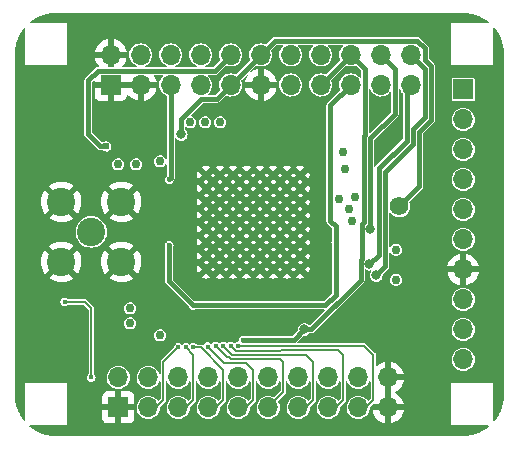
<source format=gbl>
G04 #@! TF.GenerationSoftware,KiCad,Pcbnew,(6.0.7)*
G04 #@! TF.CreationDate,2022-09-08T16:43:51-07:00*
G04 #@! TF.ProjectId,scum3c-devboard,7363756d-3363-42d6-9465-76626f617264,rev?*
G04 #@! TF.SameCoordinates,Original*
G04 #@! TF.FileFunction,Copper,L2,Bot*
G04 #@! TF.FilePolarity,Positive*
%FSLAX46Y46*%
G04 Gerber Fmt 4.6, Leading zero omitted, Abs format (unit mm)*
G04 Created by KiCad (PCBNEW (6.0.7)) date 2022-09-08 16:43:51*
%MOMM*%
%LPD*%
G01*
G04 APERTURE LIST*
G04 #@! TA.AperFunction,ComponentPad*
%ADD10C,0.568750*%
G04 #@! TD*
G04 #@! TA.AperFunction,ComponentPad*
%ADD11R,1.700000X1.700000*%
G04 #@! TD*
G04 #@! TA.AperFunction,ComponentPad*
%ADD12O,1.700000X1.700000*%
G04 #@! TD*
G04 #@! TA.AperFunction,ComponentPad*
%ADD13C,0.762000*%
G04 #@! TD*
G04 #@! TA.AperFunction,ComponentPad*
%ADD14C,2.400000*%
G04 #@! TD*
G04 #@! TA.AperFunction,ComponentPad*
%ADD15C,1.574800*%
G04 #@! TD*
G04 #@! TA.AperFunction,ViaPad*
%ADD16C,0.406400*%
G04 #@! TD*
G04 #@! TA.AperFunction,ViaPad*
%ADD17C,0.812800*%
G04 #@! TD*
G04 #@! TA.AperFunction,ViaPad*
%ADD18C,0.609600*%
G04 #@! TD*
G04 #@! TA.AperFunction,Conductor*
%ADD19C,0.406400*%
G04 #@! TD*
G04 #@! TA.AperFunction,Conductor*
%ADD20C,0.203200*%
G04 #@! TD*
G04 APERTURE END LIST*
D10*
G04 #@! TO.P,U1,101*
G04 #@! TO.N,GND*
X94813750Y-65794250D03*
X95951250Y-65794250D03*
X100501250Y-69206750D03*
X95951250Y-69206750D03*
X93676250Y-70344250D03*
X94813750Y-66931750D03*
X97088750Y-72619250D03*
X99363750Y-70344250D03*
X95951250Y-70344250D03*
X92538750Y-69206750D03*
X93676250Y-71481750D03*
X100501250Y-71481750D03*
X98226250Y-69206750D03*
X93676250Y-72619250D03*
X100501250Y-68069250D03*
X94813750Y-72619250D03*
X95951250Y-64656750D03*
X98226250Y-70344250D03*
X98226250Y-72619250D03*
X93676250Y-69206750D03*
X94813750Y-71481750D03*
X93676250Y-68069250D03*
X92538750Y-70344250D03*
X93676250Y-64656750D03*
X98226250Y-66931750D03*
X97088750Y-71481750D03*
X97088750Y-64656750D03*
X92538750Y-71481750D03*
X99363750Y-71481750D03*
X93676250Y-65794250D03*
X100501250Y-72619250D03*
X92538750Y-64656750D03*
X97088750Y-70344250D03*
X99363750Y-64656750D03*
X99363750Y-69206750D03*
X99363750Y-68069250D03*
X94813750Y-64656750D03*
X100501250Y-64656750D03*
X95951250Y-72619250D03*
X92538750Y-72619250D03*
X98226250Y-68069250D03*
X98226250Y-64656750D03*
X100501250Y-70344250D03*
X95951250Y-68069250D03*
X93676250Y-66931750D03*
X98226250Y-71481750D03*
X97088750Y-68069250D03*
X97088750Y-69206750D03*
X98226250Y-65794250D03*
X94813750Y-68069250D03*
X100501250Y-66931750D03*
X97088750Y-65794250D03*
X99363750Y-66931750D03*
X95951250Y-66931750D03*
X92538750Y-66931750D03*
X99363750Y-65794250D03*
X92538750Y-65794250D03*
X99363750Y-72619250D03*
X94813750Y-69206750D03*
X100501250Y-65794250D03*
X97088750Y-66931750D03*
X95951250Y-71481750D03*
X92538750Y-68069250D03*
X94813750Y-70344250D03*
G04 #@! TD*
D11*
G04 #@! TO.P,J2,1*
G04 #@! TO.N,GND*
X85090000Y-84328000D03*
D12*
G04 #@! TO.P,J2,2*
G04 #@! TO.N,/GPIO1*
X85090000Y-81788000D03*
G04 #@! TO.P,J2,3*
G04 #@! TO.N,/GPIO0*
X87630000Y-84328000D03*
G04 #@! TO.P,J2,4*
G04 #@! TO.N,/GPIO8*
X87630000Y-81788000D03*
G04 #@! TO.P,J2,5*
G04 #@! TO.N,/GPIO1*
X90170000Y-84328000D03*
G04 #@! TO.P,J2,6*
G04 #@! TO.N,/GPIO9*
X90170000Y-81788000D03*
G04 #@! TO.P,J2,7*
G04 #@! TO.N,/GPIO2*
X92710000Y-84328000D03*
G04 #@! TO.P,J2,8*
G04 #@! TO.N,/GPIO10*
X92710000Y-81788000D03*
G04 #@! TO.P,J2,9*
G04 #@! TO.N,/GPIO3*
X95250000Y-84328000D03*
G04 #@! TO.P,J2,10*
G04 #@! TO.N,/GPIO11*
X95250000Y-81788000D03*
G04 #@! TO.P,J2,11*
G04 #@! TO.N,/GPIO4*
X97790000Y-84328000D03*
G04 #@! TO.P,J2,12*
G04 #@! TO.N,/GPIO12*
X97790000Y-81788000D03*
G04 #@! TO.P,J2,13*
G04 #@! TO.N,/GPIO5*
X100330000Y-84328000D03*
G04 #@! TO.P,J2,14*
G04 #@! TO.N,/GPIO13*
X100330000Y-81788000D03*
G04 #@! TO.P,J2,15*
G04 #@! TO.N,/GPIO6*
X102870000Y-84328000D03*
G04 #@! TO.P,J2,16*
G04 #@! TO.N,/GPIO14*
X102870000Y-81788000D03*
G04 #@! TO.P,J2,17*
G04 #@! TO.N,/GPIO7*
X105410000Y-84328000D03*
G04 #@! TO.P,J2,18*
G04 #@! TO.N,/GPIO15*
X105410000Y-81788000D03*
G04 #@! TO.P,J2,19*
G04 #@! TO.N,GND*
X107950000Y-84328000D03*
G04 #@! TO.P,J2,20*
X107950000Y-81788000D03*
G04 #@! TD*
D13*
G04 #@! TO.P,GND1,1*
G04 #@! TO.N,GND*
X98552000Y-77724000D03*
G04 #@! TD*
G04 #@! TO.P,GND6,1*
G04 #@! TO.N,GND*
X106680000Y-59944000D03*
G04 #@! TD*
G04 #@! TO.P,J5,1*
G04 #@! TO.N,Net-(J5-Pad1)*
X104267000Y-64135000D03*
G04 #@! TD*
G04 #@! TO.P,J6,1*
G04 #@! TO.N,Net-(J6-Pad1)*
X88646000Y-63500000D03*
G04 #@! TD*
G04 #@! TO.P,J7,1*
G04 #@! TO.N,Net-(J7-Pad1)*
X86614000Y-63754000D03*
G04 #@! TD*
G04 #@! TO.P,J9,1*
G04 #@! TO.N,Net-(J9-Pad1)*
X104902000Y-68580000D03*
G04 #@! TD*
G04 #@! TO.P,J10,1*
G04 #@! TO.N,Net-(J10-Pad1)*
X104648000Y-67564000D03*
G04 #@! TD*
G04 #@! TO.P,J11,1*
G04 #@! TO.N,Net-(J11-Pad1)*
X86106000Y-75946000D03*
G04 #@! TD*
G04 #@! TO.P,J12,1*
G04 #@! TO.N,Net-(J12-Pad1)*
X86106000Y-77216000D03*
G04 #@! TD*
G04 #@! TO.P,J15,1*
G04 #@! TO.N,Net-(J15-Pad1)*
X103759000Y-66675000D03*
G04 #@! TD*
G04 #@! TO.P,J16,1*
G04 #@! TO.N,Net-(J16-Pad1)*
X105156000Y-66548000D03*
G04 #@! TD*
G04 #@! TO.P,J17,1*
G04 #@! TO.N,Net-(J17-Pad1)*
X108585000Y-73533000D03*
G04 #@! TD*
G04 #@! TO.P,J13,1*
G04 #@! TO.N,Net-(J13-Pad1)*
X88646000Y-78232000D03*
G04 #@! TD*
G04 #@! TO.P,J18,1*
G04 #@! TO.N,Net-(J18-Pad1)*
X92456000Y-60198000D03*
G04 #@! TD*
G04 #@! TO.P,J20,1*
G04 #@! TO.N,Net-(J20-Pad1)*
X104140000Y-62738000D03*
G04 #@! TD*
G04 #@! TO.P,J21,1*
G04 #@! TO.N,Net-(J21-Pad1)*
X108585000Y-70993000D03*
G04 #@! TD*
G04 #@! TO.P,GND5,1*
G04 #@! TO.N,GND*
X106680000Y-74422000D03*
G04 #@! TD*
G04 #@! TO.P,GND4,1*
G04 #@! TO.N,GND*
X107188000Y-62992000D03*
G04 #@! TD*
G04 #@! TO.P,J19,1*
G04 #@! TO.N,Net-(J19-Pad1)*
X93726000Y-60198000D03*
G04 #@! TD*
G04 #@! TO.P,J14,1*
G04 #@! TO.N,Net-(J14-Pad1)*
X91186000Y-60198000D03*
G04 #@! TD*
G04 #@! TO.P,GND3,1*
G04 #@! TO.N,GND*
X90678000Y-76962000D03*
G04 #@! TD*
D11*
G04 #@! TO.P,J1,1*
G04 #@! TO.N,GND*
X84455000Y-57023000D03*
D12*
G04 #@! TO.P,J1,2*
X84455000Y-54483000D03*
G04 #@! TO.P,J1,3*
X86995000Y-57023000D03*
G04 #@! TO.P,J1,4*
G04 #@! TO.N,+1.8V_REG*
X86995000Y-54483000D03*
G04 #@! TO.P,J1,5*
G04 #@! TO.N,+VBAT*
X89535000Y-57023000D03*
G04 #@! TO.P,J1,6*
G04 #@! TO.N,+1.8V_REG*
X89535000Y-54483000D03*
G04 #@! TO.P,J1,7*
G04 #@! TO.N,+VDDD*
X92075000Y-57023000D03*
G04 #@! TO.P,J1,8*
G04 #@! TO.N,+1.1V_REG*
X92075000Y-54483000D03*
G04 #@! TO.P,J1,9*
G04 #@! TO.N,+EXT_BAT*
X94615000Y-57023000D03*
G04 #@! TO.P,J1,10*
G04 #@! TO.N,/1.1V_IN*
X94615000Y-54483000D03*
G04 #@! TO.P,J1,11*
G04 #@! TO.N,GND*
X97155000Y-57023000D03*
G04 #@! TO.P,J1,12*
G04 #@! TO.N,+EXT_BAT*
X97155000Y-54483000D03*
G04 #@! TO.P,J1,13*
G04 #@! TO.N,+VDDIO*
X99695000Y-57023000D03*
G04 #@! TO.P,J1,14*
G04 #@! TO.N,/IMU_VDDIO*
X99695000Y-54483000D03*
G04 #@! TO.P,J1,15*
G04 #@! TO.N,+VDDIO*
X102235000Y-57023000D03*
G04 #@! TO.P,J1,16*
G04 #@! TO.N,/IMU_VDD*
X102235000Y-54483000D03*
G04 #@! TO.P,J1,17*
G04 #@! TO.N,+VBAT*
X104775000Y-57023000D03*
G04 #@! TO.P,J1,18*
G04 #@! TO.N,+VDDIO*
X104775000Y-54483000D03*
G04 #@! TO.P,J1,19*
G04 #@! TO.N,+VDDD*
X107315000Y-57023000D03*
G04 #@! TO.P,J1,20*
G04 #@! TO.N,/BOOT_SOURCE_SEL*
X107315000Y-54483000D03*
G04 #@! TO.P,J1,21*
G04 #@! TO.N,/SENSOR_EXT_IN*
X109855000Y-57023000D03*
G04 #@! TO.P,J1,22*
G04 #@! TO.N,/SENSOR_LDO_OUTPUT*
X109855000Y-54483000D03*
G04 #@! TD*
D14*
G04 #@! TO.P,J4,1*
G04 #@! TO.N,/scumsheet/ANTENNA*
X82804000Y-69469000D03*
G04 #@! TO.P,J4,2*
G04 #@! TO.N,GND*
X80264000Y-66929000D03*
G04 #@! TO.P,J4,3*
X85344000Y-66929000D03*
G04 #@! TO.P,J4,4*
X80264000Y-72009000D03*
G04 #@! TO.P,J4,5*
X85344000Y-72009000D03*
G04 #@! TD*
D13*
G04 #@! TO.P,GND2,1*
G04 #@! TO.N,GND*
X84328000Y-76708000D03*
G04 #@! TD*
G04 #@! TO.P,J8,1*
G04 #@! TO.N,Net-(J8-Pad1)*
X85090000Y-63754000D03*
G04 #@! TD*
D11*
G04 #@! TO.P,J3,1*
G04 #@! TO.N,+VBAT*
X114300000Y-57404000D03*
D12*
G04 #@! TO.P,J3,2*
G04 #@! TO.N,+NRF_VDDD*
X114300000Y-59944000D03*
G04 #@! TO.P,J3,3*
G04 #@! TO.N,+NRF_GND*
X114300000Y-62484000D03*
G04 #@! TO.P,J3,4*
G04 #@! TO.N,/HARD_RESET*
X114300000Y-65024000D03*
G04 #@! TO.P,J3,5*
G04 #@! TO.N,/3WB_DATA*
X114300000Y-67564000D03*
G04 #@! TO.P,J3,6*
G04 #@! TO.N,/3WB_ENB*
X114300000Y-70104000D03*
G04 #@! TO.P,J3,7*
G04 #@! TO.N,GND*
X114300000Y-72644000D03*
G04 #@! TO.P,J3,8*
G04 #@! TO.N,/3WB_CLK*
X114300000Y-75184000D03*
G04 #@! TO.P,J3,9*
G04 #@! TO.N,/RsRx*
X114300000Y-77724000D03*
G04 #@! TO.P,J3,10*
G04 #@! TO.N,/RsTx*
X114300000Y-80264000D03*
G04 #@! TD*
D15*
G04 #@! TO.P,B1,1*
G04 #@! TO.N,GND*
X88392000Y-67310000D03*
G04 #@! TO.P,B1,2*
G04 #@! TO.N,+EXT_BAT*
X108889800Y-67310000D03*
G04 #@! TD*
D16*
G04 #@! TO.N,GND*
X89535000Y-79248000D03*
G04 #@! TO.N,+VBAT*
X89408000Y-65024000D03*
X89408000Y-70612000D03*
X91440000Y-75692000D03*
X103505000Y-70358000D03*
X103505000Y-69006200D03*
D17*
G04 #@! TO.N,+VDDIO*
X100838000Y-77724000D03*
D16*
X95688200Y-78613000D03*
G04 #@! TO.N,/GPIO7*
X95250000Y-79120990D03*
G04 #@! TO.N,/GPIO5*
X93980000Y-79120990D03*
G04 #@! TO.N,/GPIO3*
X92669778Y-79176680D03*
G04 #@! TO.N,/GPIO1*
X90805000Y-79248000D03*
G04 #@! TO.N,/GPIO6*
X94615000Y-79120990D03*
G04 #@! TO.N,/GPIO4*
X93345000Y-79120990D03*
G04 #@! TO.N,/GPIO2*
X91440000Y-79248000D03*
G04 #@! TO.N,/GPIO0*
X90170000Y-79248000D03*
D17*
G04 #@! TO.N,/SENSOR_LDO_OUTPUT*
X106934000Y-73152000D03*
G04 #@! TO.N,/SENSOR_EXT_IN*
X106357987Y-72204013D03*
G04 #@! TO.N,/BOOT_SOURCE_SEL*
X106425990Y-69203000D03*
D16*
G04 #@! TO.N,/GPIO13*
X80569329Y-75386671D03*
X82804000Y-81788000D03*
D17*
G04 #@! TO.N,+EXT_BAT*
X90424000Y-61214000D03*
D18*
G04 #@! TO.N,/1.1V_IN*
X84074000Y-62230000D03*
G04 #@! TD*
D19*
G04 #@! TO.N,+VBAT*
X102616000Y-75692000D02*
X103505000Y-74803000D01*
X89535000Y-64897000D02*
X89408000Y-65024000D01*
X103047799Y-68548999D02*
X103047799Y-58750201D01*
X89535000Y-57023000D02*
X89535000Y-64897000D01*
X103505000Y-74803000D02*
X103505000Y-70358000D01*
X91440000Y-75692000D02*
X89408000Y-73660000D01*
X89408000Y-73660000D02*
X89408000Y-70612000D01*
X103505000Y-69006200D02*
X103505000Y-70358000D01*
X103047799Y-58750201D02*
X104775000Y-57023000D01*
X91440000Y-75692000D02*
X102616000Y-75692000D01*
X103505000Y-69006200D02*
X103047799Y-68548999D01*
G04 #@! TO.N,+VDDIO*
X105689389Y-68808611D02*
X105892580Y-68605420D01*
X105955201Y-55663201D02*
X105955201Y-61258846D01*
X104775000Y-54483000D02*
X105955201Y-55663201D01*
X101412736Y-77724000D02*
X105621386Y-73515350D01*
X99949000Y-78613000D02*
X100838000Y-77724000D01*
X105621386Y-73515350D02*
X105621386Y-71850444D01*
X105689389Y-71782441D02*
X105689389Y-68808611D01*
X105621386Y-71850444D02*
X105689389Y-71782441D01*
X95688200Y-78613000D02*
X99949000Y-78613000D01*
X104775000Y-54483000D02*
X102235000Y-57023000D01*
X100838000Y-77724000D02*
X101412736Y-77724000D01*
X105955201Y-61258846D02*
X105892580Y-61321467D01*
X105892580Y-61321467D02*
X105892580Y-68605420D01*
D20*
G04 #@! TO.N,/GPIO7*
X95250000Y-79120990D02*
X105917990Y-79120990D01*
X106680000Y-83693000D02*
X106680000Y-79883000D01*
X105410000Y-84328000D02*
X106045000Y-84328000D01*
X106045000Y-84328000D02*
X106680000Y-83693000D01*
X106680000Y-79883000D02*
X105917990Y-79120990D01*
G04 #@! TO.N,/GPIO5*
X100965000Y-79883000D02*
X101600000Y-80518000D01*
X101600000Y-80518000D02*
X101600000Y-83693000D01*
X100965000Y-84328000D02*
X100330000Y-84328000D01*
X101600000Y-83693000D02*
X100965000Y-84328000D01*
X93980000Y-79120990D02*
X94742010Y-79883000D01*
X94742010Y-79883000D02*
X100965000Y-79883000D01*
G04 #@! TO.N,/GPIO3*
X96520000Y-81153000D02*
X96520000Y-83693000D01*
X94036518Y-80543420D02*
X95910420Y-80543420D01*
X95885000Y-84328000D02*
X95250000Y-84328000D01*
X96520000Y-83693000D02*
X95885000Y-84328000D01*
X95910420Y-80543420D02*
X96520000Y-81153000D01*
X92669778Y-79176680D02*
X94036518Y-80543420D01*
G04 #@! TO.N,/GPIO1*
X90805000Y-79248000D02*
X91440000Y-79883000D01*
X91440000Y-83693000D02*
X90805000Y-84328000D01*
X91440000Y-79883000D02*
X91440000Y-83693000D01*
X90805000Y-84328000D02*
X90170000Y-84328000D01*
G04 #@! TO.N,/GPIO6*
X95046801Y-79552791D02*
X98755209Y-79552791D01*
X94615000Y-79120990D02*
X95046801Y-79552791D01*
X98755209Y-79552791D02*
X98856800Y-79451200D01*
X103505000Y-84328000D02*
X104140000Y-83693000D01*
X102870000Y-84328000D02*
X103505000Y-84328000D01*
X98856800Y-79451200D02*
X103708200Y-79451200D01*
X103708200Y-79451200D02*
X104140000Y-79883000D01*
X104140000Y-79883000D02*
X104140000Y-83693000D01*
G04 #@! TO.N,/GPIO4*
X98755210Y-80213210D02*
X94605233Y-80213210D01*
X94445011Y-80052988D02*
X94276998Y-80052988D01*
X94605233Y-80213210D02*
X94445011Y-80052988D01*
X97790000Y-84328000D02*
X99060000Y-83058000D01*
X93345000Y-79120990D02*
X94276998Y-80052988D01*
X99060000Y-83058000D02*
X99060000Y-80518000D01*
X99060000Y-80518000D02*
X98755210Y-80213210D01*
G04 #@! TO.N,/GPIO2*
X92075000Y-79248000D02*
X91440000Y-79248000D01*
X93345000Y-84328000D02*
X93980000Y-83693000D01*
X93980000Y-83693000D02*
X93980000Y-81153000D01*
X92710000Y-84328000D02*
X93345000Y-84328000D01*
X93980000Y-81153000D02*
X92075000Y-79248000D01*
G04 #@! TO.N,/GPIO0*
X88900000Y-80518000D02*
X88900000Y-83693000D01*
X88900000Y-83693000D02*
X88265000Y-84328000D01*
X90170000Y-79248000D02*
X88900000Y-80518000D01*
X88265000Y-84328000D02*
X87630000Y-84328000D01*
D19*
G04 #@! TO.N,/SENSOR_LDO_OUTPUT*
X110046389Y-60767894D02*
X111035201Y-59779083D01*
X107696000Y-72390000D02*
X107696000Y-64390778D01*
X110046389Y-62040389D02*
X110046389Y-60767894D01*
X111035201Y-59779083D02*
X111035201Y-55663201D01*
X106934000Y-73152000D02*
X107696000Y-72390000D01*
X111035201Y-55663201D02*
X109855000Y-54483000D01*
X107696000Y-64390778D02*
X110046389Y-62040389D01*
G04 #@! TO.N,/SENSOR_EXT_IN*
X109497312Y-57380688D02*
X109855000Y-57023000D01*
X107162590Y-64069988D02*
X109497312Y-61735266D01*
X106357987Y-72204013D02*
X107162590Y-71399410D01*
X107162590Y-71399410D02*
X107162590Y-64069988D01*
X109497312Y-61735266D02*
X109497312Y-57380688D01*
G04 #@! TO.N,/BOOT_SOURCE_SEL*
X106425990Y-69203000D02*
X106425990Y-61542412D01*
X108495201Y-55663201D02*
X107315000Y-54483000D01*
X106425990Y-61542412D02*
X108495201Y-59473201D01*
X108495201Y-59473201D02*
X108495201Y-55663201D01*
D20*
G04 #@! TO.N,/GPIO13*
X82804000Y-75946000D02*
X82244671Y-75386671D01*
X82244671Y-75386671D02*
X80569329Y-75386671D01*
X82804000Y-81788000D02*
X82804000Y-75946000D01*
D19*
G04 #@! TO.N,+EXT_BAT*
X110421497Y-53302799D02*
X111035201Y-53916503D01*
X111035201Y-54908847D02*
X111568611Y-55442256D01*
X111568611Y-55442256D02*
X111568611Y-60000029D01*
X90424000Y-61214000D02*
X90424000Y-59907422D01*
X98335201Y-53302799D02*
X110421497Y-53302799D01*
X93434799Y-58203201D02*
X94615000Y-57023000D01*
X90424000Y-59907422D02*
X92128221Y-58203201D01*
X97155000Y-54483000D02*
X98335201Y-53302799D01*
X92128221Y-58203201D02*
X93434799Y-58203201D01*
X108889800Y-67310000D02*
X110579799Y-65620001D01*
X97155000Y-54483000D02*
X94615000Y-57023000D01*
X111035201Y-53916503D02*
X111035201Y-54908847D01*
X110579799Y-65620001D02*
X110579799Y-60988841D01*
X111568611Y-60000029D02*
X110579799Y-60988841D01*
G04 #@! TO.N,/1.1V_IN*
X94615000Y-54483000D02*
X93255201Y-55842799D01*
X82550000Y-61214000D02*
X83566000Y-62230000D01*
X83566000Y-62230000D02*
X84074000Y-62230000D01*
X83349201Y-55842799D02*
X82550000Y-56642000D01*
X82550000Y-56642000D02*
X82550000Y-61214000D01*
X93255201Y-55842799D02*
X83349201Y-55842799D01*
G04 #@! TD*
G04 #@! TA.AperFunction,Conductor*
G04 #@! TO.N,GND*
G36*
X114291156Y-50929628D02*
G01*
X114300000Y-50931998D01*
X114307950Y-50929868D01*
X114312815Y-50929868D01*
X114323963Y-50928677D01*
X114632988Y-50943858D01*
X114639083Y-50944459D01*
X114965840Y-50992929D01*
X114971846Y-50994124D01*
X115133640Y-51034651D01*
X115292266Y-51074385D01*
X115298120Y-51076160D01*
X115609157Y-51187451D01*
X115614806Y-51189792D01*
X115913407Y-51331020D01*
X115918816Y-51333911D01*
X116202141Y-51503729D01*
X116207241Y-51507137D01*
X116471735Y-51703300D01*
X116496328Y-51744329D01*
X116484704Y-51790731D01*
X116443675Y-51815324D01*
X116434504Y-51816000D01*
X113284000Y-51816000D01*
X113284000Y-55372000D01*
X116840000Y-55372000D01*
X116840000Y-52221496D01*
X116858306Y-52177302D01*
X116902500Y-52158996D01*
X116946694Y-52177302D01*
X116952700Y-52184265D01*
X117148863Y-52448759D01*
X117152271Y-52453859D01*
X117322089Y-52737184D01*
X117324980Y-52742593D01*
X117466208Y-53041194D01*
X117468549Y-53046843D01*
X117579840Y-53357880D01*
X117581615Y-53363734D01*
X117658946Y-53672455D01*
X117661875Y-53684150D01*
X117663071Y-53690160D01*
X117711250Y-54014950D01*
X117711541Y-54016913D01*
X117712142Y-54023012D01*
X117725367Y-54292217D01*
X117727323Y-54332034D01*
X117726132Y-54343185D01*
X117726132Y-54348050D01*
X117724002Y-54356000D01*
X117726372Y-54364844D01*
X117728500Y-54381014D01*
X117728500Y-83286986D01*
X117726372Y-83303156D01*
X117724002Y-83312000D01*
X117726132Y-83319950D01*
X117726132Y-83324815D01*
X117727323Y-83335963D01*
X117712589Y-83635887D01*
X117712142Y-83644983D01*
X117711541Y-83651083D01*
X117666218Y-83956629D01*
X117663072Y-83977835D01*
X117661875Y-83983850D01*
X117581615Y-84304266D01*
X117579840Y-84310120D01*
X117468549Y-84621157D01*
X117466208Y-84626806D01*
X117324980Y-84925407D01*
X117322089Y-84930816D01*
X117152271Y-85214141D01*
X117148863Y-85219241D01*
X116952700Y-85483735D01*
X116911671Y-85508328D01*
X116865269Y-85496704D01*
X116840676Y-85455675D01*
X116840000Y-85446504D01*
X116840000Y-82296000D01*
X113284000Y-82296000D01*
X113284000Y-85852000D01*
X116434504Y-85852000D01*
X116478698Y-85870306D01*
X116497004Y-85914500D01*
X116478698Y-85958694D01*
X116471735Y-85964700D01*
X116207241Y-86160863D01*
X116202141Y-86164271D01*
X115918816Y-86334089D01*
X115913407Y-86336980D01*
X115614806Y-86478208D01*
X115609157Y-86480549D01*
X115298120Y-86591840D01*
X115292266Y-86593615D01*
X115133640Y-86633349D01*
X114971846Y-86673876D01*
X114965840Y-86675071D01*
X114639083Y-86723541D01*
X114632988Y-86724142D01*
X114323963Y-86739323D01*
X114312815Y-86738132D01*
X114307950Y-86738132D01*
X114300000Y-86736002D01*
X114291156Y-86738372D01*
X114274986Y-86740500D01*
X79781014Y-86740500D01*
X79764844Y-86738372D01*
X79756000Y-86736002D01*
X79748050Y-86738132D01*
X79743185Y-86738132D01*
X79732037Y-86739323D01*
X79423012Y-86724142D01*
X79416917Y-86723541D01*
X79090160Y-86675071D01*
X79084154Y-86673876D01*
X78922360Y-86633349D01*
X78763734Y-86593615D01*
X78757880Y-86591840D01*
X78446843Y-86480549D01*
X78441194Y-86478208D01*
X78142593Y-86336980D01*
X78137184Y-86334089D01*
X77853859Y-86164271D01*
X77848759Y-86160863D01*
X77584265Y-85964700D01*
X77559672Y-85923671D01*
X77571296Y-85877269D01*
X77612325Y-85852676D01*
X77621496Y-85852000D01*
X80772000Y-85852000D01*
X80772000Y-85224396D01*
X83732001Y-85224396D01*
X83732183Y-85227766D01*
X83738325Y-85284310D01*
X83740124Y-85291878D01*
X83788264Y-85420291D01*
X83792499Y-85428026D01*
X83874428Y-85537344D01*
X83880656Y-85543572D01*
X83989974Y-85625501D01*
X83997709Y-85629736D01*
X84126125Y-85677877D01*
X84133689Y-85679675D01*
X84190230Y-85685817D01*
X84193598Y-85686000D01*
X84823569Y-85686000D01*
X84832359Y-85682359D01*
X84836000Y-85673569D01*
X84836000Y-85673568D01*
X85344000Y-85673568D01*
X85347641Y-85682358D01*
X85356431Y-85685999D01*
X85986396Y-85685999D01*
X85989766Y-85685817D01*
X86046310Y-85679675D01*
X86053878Y-85677876D01*
X86182291Y-85629736D01*
X86190026Y-85625501D01*
X86299344Y-85543572D01*
X86305572Y-85537344D01*
X86387501Y-85428026D01*
X86391736Y-85420291D01*
X86439877Y-85291875D01*
X86441675Y-85284311D01*
X86447817Y-85227770D01*
X86448000Y-85224402D01*
X86448000Y-84594431D01*
X86444359Y-84585641D01*
X86435569Y-84582000D01*
X85356431Y-84582000D01*
X85347641Y-84585641D01*
X85344000Y-84594431D01*
X85344000Y-85673568D01*
X84836000Y-85673568D01*
X84836000Y-84594431D01*
X84832359Y-84585641D01*
X84823569Y-84582000D01*
X83744432Y-84582000D01*
X83735642Y-84585641D01*
X83732001Y-84594431D01*
X83732001Y-85224396D01*
X80772000Y-85224396D01*
X80772000Y-84061569D01*
X83732000Y-84061569D01*
X83735641Y-84070359D01*
X83744431Y-84074000D01*
X84823569Y-84074000D01*
X84832359Y-84070359D01*
X84836000Y-84061569D01*
X85344000Y-84061569D01*
X85347641Y-84070359D01*
X85356431Y-84074000D01*
X86435568Y-84074000D01*
X86444358Y-84070359D01*
X86447999Y-84061569D01*
X86447999Y-83431604D01*
X86447817Y-83428234D01*
X86441675Y-83371690D01*
X86439876Y-83364122D01*
X86391736Y-83235709D01*
X86387501Y-83227974D01*
X86305572Y-83118656D01*
X86299344Y-83112428D01*
X86190026Y-83030499D01*
X86182291Y-83026264D01*
X86053875Y-82978123D01*
X86046311Y-82976325D01*
X85989770Y-82970183D01*
X85986402Y-82970000D01*
X85356431Y-82970000D01*
X85347641Y-82973641D01*
X85344000Y-82982431D01*
X85344000Y-84061569D01*
X84836000Y-84061569D01*
X84836000Y-82982432D01*
X84832359Y-82973642D01*
X84823569Y-82970001D01*
X84193604Y-82970001D01*
X84190234Y-82970183D01*
X84133690Y-82976325D01*
X84126122Y-82978124D01*
X83997709Y-83026264D01*
X83989974Y-83030499D01*
X83880656Y-83112428D01*
X83874428Y-83118656D01*
X83792499Y-83227974D01*
X83788264Y-83235709D01*
X83740123Y-83364125D01*
X83738325Y-83371689D01*
X83732183Y-83428230D01*
X83732000Y-83431598D01*
X83732000Y-84061569D01*
X80772000Y-84061569D01*
X80772000Y-82296000D01*
X77216000Y-82296000D01*
X77216000Y-85446504D01*
X77197694Y-85490698D01*
X77153500Y-85509004D01*
X77109306Y-85490698D01*
X77103300Y-85483735D01*
X76907137Y-85219241D01*
X76903729Y-85214141D01*
X76733911Y-84930816D01*
X76731020Y-84925407D01*
X76589792Y-84626806D01*
X76587451Y-84621157D01*
X76476160Y-84310120D01*
X76474385Y-84304266D01*
X76394125Y-83983850D01*
X76392928Y-83977835D01*
X76389783Y-83956629D01*
X76344459Y-83651083D01*
X76343858Y-83644983D01*
X76343411Y-83635887D01*
X76328677Y-83335963D01*
X76329868Y-83324815D01*
X76329868Y-83319950D01*
X76331998Y-83312000D01*
X76329628Y-83303156D01*
X76327500Y-83286986D01*
X76327500Y-75386671D01*
X80192591Y-75386671D01*
X80193360Y-75391526D01*
X80207701Y-75482069D01*
X80211030Y-75503089D01*
X80264542Y-75608112D01*
X80347888Y-75691458D01*
X80352271Y-75693691D01*
X80448526Y-75742736D01*
X80448527Y-75742736D01*
X80452911Y-75744970D01*
X80457768Y-75745739D01*
X80457770Y-75745740D01*
X80564474Y-75762640D01*
X80569329Y-75763409D01*
X80574184Y-75762640D01*
X80680888Y-75745740D01*
X80680890Y-75745739D01*
X80685747Y-75744970D01*
X80690131Y-75742736D01*
X80690132Y-75742736D01*
X80786387Y-75693691D01*
X80790770Y-75691458D01*
X80848151Y-75634077D01*
X80892345Y-75615771D01*
X82123887Y-75615771D01*
X82168081Y-75634077D01*
X82556594Y-76022590D01*
X82574900Y-76066784D01*
X82574900Y-81464984D01*
X82556594Y-81509178D01*
X82499213Y-81566559D01*
X82445701Y-81671582D01*
X82427262Y-81788000D01*
X82445701Y-81904418D01*
X82499213Y-82009441D01*
X82582559Y-82092787D01*
X82623740Y-82113770D01*
X82683197Y-82144065D01*
X82683198Y-82144065D01*
X82687582Y-82146299D01*
X82692439Y-82147068D01*
X82692441Y-82147069D01*
X82799145Y-82163969D01*
X82804000Y-82164738D01*
X82808855Y-82163969D01*
X82915559Y-82147069D01*
X82915561Y-82147068D01*
X82920418Y-82146299D01*
X82924802Y-82144065D01*
X82924803Y-82144065D01*
X82984260Y-82113770D01*
X83025441Y-82092787D01*
X83108787Y-82009441D01*
X83162299Y-81904418D01*
X83180738Y-81788000D01*
X83178566Y-81774286D01*
X84107866Y-81774286D01*
X84111321Y-81815425D01*
X84118794Y-81904418D01*
X84123907Y-81965311D01*
X84176746Y-82149583D01*
X84264370Y-82320082D01*
X84383443Y-82470314D01*
X84385773Y-82472297D01*
X84408814Y-82491906D01*
X84529428Y-82594557D01*
X84532092Y-82596046D01*
X84532095Y-82596048D01*
X84662770Y-82669080D01*
X84696765Y-82688079D01*
X84699669Y-82689023D01*
X84699670Y-82689023D01*
X84876168Y-82746371D01*
X84876173Y-82746372D01*
X84879081Y-82747317D01*
X85069430Y-82770015D01*
X85072472Y-82769781D01*
X85072475Y-82769781D01*
X85257514Y-82755543D01*
X85257519Y-82755542D01*
X85260562Y-82755308D01*
X85289182Y-82747317D01*
X85442260Y-82704577D01*
X85442264Y-82704576D01*
X85445199Y-82703756D01*
X85616305Y-82617324D01*
X85618703Y-82615451D01*
X85618707Y-82615448D01*
X85697523Y-82553869D01*
X85767365Y-82499303D01*
X85773750Y-82491906D01*
X85890630Y-82356500D01*
X85890634Y-82356495D01*
X85892624Y-82354189D01*
X85913544Y-82317364D01*
X85985801Y-82190170D01*
X85985803Y-82190165D01*
X85987312Y-82187509D01*
X86047821Y-82005612D01*
X86052542Y-81968247D01*
X86071627Y-81817167D01*
X86071627Y-81817166D01*
X86071847Y-81815425D01*
X86072230Y-81788000D01*
X86070886Y-81774286D01*
X86053822Y-81600257D01*
X86053524Y-81597217D01*
X85998117Y-81413701D01*
X85923722Y-81273785D01*
X85909555Y-81247140D01*
X85909553Y-81247137D01*
X85908120Y-81244442D01*
X85786962Y-81095887D01*
X85639256Y-80973694D01*
X85470629Y-80882518D01*
X85374871Y-80852876D01*
X85290420Y-80826734D01*
X85290417Y-80826733D01*
X85287505Y-80825832D01*
X85284472Y-80825513D01*
X85284471Y-80825513D01*
X85214425Y-80818151D01*
X85096857Y-80805794D01*
X85093824Y-80806070D01*
X85093820Y-80806070D01*
X85011118Y-80813597D01*
X84905948Y-80823168D01*
X84903019Y-80824030D01*
X84865678Y-80835020D01*
X84722050Y-80877292D01*
X84552167Y-80966105D01*
X84402770Y-81086223D01*
X84279549Y-81233072D01*
X84187198Y-81401058D01*
X84129234Y-81583783D01*
X84107866Y-81774286D01*
X83178566Y-81774286D01*
X83162299Y-81671582D01*
X83108787Y-81566559D01*
X83051406Y-81509178D01*
X83033100Y-81464984D01*
X83033100Y-78225724D01*
X88132309Y-78225724D01*
X88132886Y-78230137D01*
X88132886Y-78230139D01*
X88136567Y-78258290D01*
X88151195Y-78370152D01*
X88152988Y-78374227D01*
X88179863Y-78435303D01*
X88209859Y-78503474D01*
X88233878Y-78532048D01*
X88297844Y-78608145D01*
X88303583Y-78614973D01*
X88307288Y-78617439D01*
X88307290Y-78617441D01*
X88390370Y-78672743D01*
X88424834Y-78695684D01*
X88563864Y-78739121D01*
X88568314Y-78739203D01*
X88568317Y-78739203D01*
X88705052Y-78741709D01*
X88705055Y-78741709D01*
X88709498Y-78741790D01*
X88713789Y-78740620D01*
X88713790Y-78740620D01*
X88764770Y-78726721D01*
X88850026Y-78703477D01*
X88853817Y-78701149D01*
X88853820Y-78701148D01*
X88970362Y-78629592D01*
X88970365Y-78629589D01*
X88974154Y-78627263D01*
X88977137Y-78623967D01*
X88977141Y-78623964D01*
X89068914Y-78522574D01*
X89071901Y-78519274D01*
X89135410Y-78388191D01*
X89137760Y-78374227D01*
X89148280Y-78311691D01*
X89159576Y-78244552D01*
X89159729Y-78232000D01*
X89139080Y-78087813D01*
X89101310Y-78004743D01*
X89080636Y-77959273D01*
X89080635Y-77959271D01*
X89078792Y-77955218D01*
X89070587Y-77945695D01*
X88986619Y-77848246D01*
X88983713Y-77844873D01*
X88861485Y-77765648D01*
X88721934Y-77723914D01*
X88649106Y-77723469D01*
X88580732Y-77723051D01*
X88580731Y-77723051D01*
X88576279Y-77723024D01*
X88436229Y-77763051D01*
X88313042Y-77840776D01*
X88310099Y-77844108D01*
X88310097Y-77844110D01*
X88262267Y-77898268D01*
X88216622Y-77949951D01*
X88214730Y-77953981D01*
X88156611Y-78077769D01*
X88156610Y-78077772D01*
X88154719Y-78081800D01*
X88132309Y-78225724D01*
X83033100Y-78225724D01*
X83033100Y-77209724D01*
X85592309Y-77209724D01*
X85592886Y-77214137D01*
X85592886Y-77214139D01*
X85598900Y-77260130D01*
X85611195Y-77354152D01*
X85612988Y-77358227D01*
X85655459Y-77454747D01*
X85669859Y-77487474D01*
X85763583Y-77598973D01*
X85767288Y-77601439D01*
X85767290Y-77601441D01*
X85860265Y-77663329D01*
X85884834Y-77679684D01*
X86023864Y-77723121D01*
X86028314Y-77723203D01*
X86028317Y-77723203D01*
X86165052Y-77725709D01*
X86165055Y-77725709D01*
X86169498Y-77725790D01*
X86173789Y-77724620D01*
X86173790Y-77724620D01*
X86237493Y-77707252D01*
X86310026Y-77687477D01*
X86313817Y-77685149D01*
X86313820Y-77685148D01*
X86430362Y-77613592D01*
X86430365Y-77613589D01*
X86434154Y-77611263D01*
X86437137Y-77607967D01*
X86437141Y-77607964D01*
X86528914Y-77506574D01*
X86531901Y-77503274D01*
X86595410Y-77372191D01*
X86597760Y-77358227D01*
X86604711Y-77316906D01*
X86619576Y-77228552D01*
X86619729Y-77216000D01*
X86599080Y-77071813D01*
X86538792Y-76939218D01*
X86443713Y-76828873D01*
X86321485Y-76749648D01*
X86181934Y-76707914D01*
X86109106Y-76707469D01*
X86040732Y-76707051D01*
X86040731Y-76707051D01*
X86036279Y-76707024D01*
X85896229Y-76747051D01*
X85773042Y-76824776D01*
X85770099Y-76828108D01*
X85770097Y-76828110D01*
X85705996Y-76900691D01*
X85676622Y-76933951D01*
X85674730Y-76937981D01*
X85616611Y-77061769D01*
X85616610Y-77061772D01*
X85614719Y-77065800D01*
X85592309Y-77209724D01*
X83033100Y-77209724D01*
X83033100Y-75953627D01*
X83033186Y-75950357D01*
X83033743Y-75939724D01*
X85592309Y-75939724D01*
X85592886Y-75944137D01*
X85592886Y-75944139D01*
X85598697Y-75988575D01*
X85611195Y-76084152D01*
X85612988Y-76088227D01*
X85637229Y-76143317D01*
X85669859Y-76217474D01*
X85763583Y-76328973D01*
X85767288Y-76331439D01*
X85767290Y-76331441D01*
X85860265Y-76393329D01*
X85884834Y-76409684D01*
X86023864Y-76453121D01*
X86028314Y-76453203D01*
X86028317Y-76453203D01*
X86165052Y-76455709D01*
X86165055Y-76455709D01*
X86169498Y-76455790D01*
X86173789Y-76454620D01*
X86173790Y-76454620D01*
X86224770Y-76440721D01*
X86310026Y-76417477D01*
X86313817Y-76415149D01*
X86313820Y-76415148D01*
X86430362Y-76343592D01*
X86430365Y-76343589D01*
X86434154Y-76341263D01*
X86437137Y-76337967D01*
X86437141Y-76337964D01*
X86528914Y-76236574D01*
X86531901Y-76233274D01*
X86595410Y-76102191D01*
X86597760Y-76088227D01*
X86610677Y-76011448D01*
X86619576Y-75958552D01*
X86619729Y-75946000D01*
X86599080Y-75801813D01*
X86558864Y-75713364D01*
X86540636Y-75673273D01*
X86540635Y-75673271D01*
X86538792Y-75669218D01*
X86443713Y-75558873D01*
X86321485Y-75479648D01*
X86181934Y-75437914D01*
X86109106Y-75437469D01*
X86040732Y-75437051D01*
X86040731Y-75437051D01*
X86036279Y-75437024D01*
X85896229Y-75477051D01*
X85773042Y-75554776D01*
X85770099Y-75558108D01*
X85770097Y-75558110D01*
X85719173Y-75615771D01*
X85676622Y-75663951D01*
X85674730Y-75667981D01*
X85616611Y-75791769D01*
X85616610Y-75791772D01*
X85614719Y-75795800D01*
X85592309Y-75939724D01*
X83033743Y-75939724D01*
X83034990Y-75915924D01*
X83035334Y-75909361D01*
X83026109Y-75885327D01*
X83023324Y-75875927D01*
X83021281Y-75866314D01*
X83017969Y-75850735D01*
X83011910Y-75842396D01*
X83004126Y-75828059D01*
X83000432Y-75818436D01*
X82982225Y-75800229D01*
X82975856Y-75792772D01*
X82964583Y-75777256D01*
X82960722Y-75771942D01*
X82955037Y-75768660D01*
X82955035Y-75768658D01*
X82951795Y-75766788D01*
X82938851Y-75756855D01*
X82412061Y-75230065D01*
X82409808Y-75227691D01*
X82386736Y-75202066D01*
X82386735Y-75202065D01*
X82382341Y-75197185D01*
X82358816Y-75186711D01*
X82350208Y-75182037D01*
X82344856Y-75178562D01*
X82334115Y-75171586D01*
X82334112Y-75171585D01*
X82328607Y-75168010D01*
X82318428Y-75166398D01*
X82302783Y-75161763D01*
X82299369Y-75160243D01*
X82293368Y-75157571D01*
X82267615Y-75157571D01*
X82257838Y-75156801D01*
X82249257Y-75155442D01*
X82232413Y-75152774D01*
X82222453Y-75155443D01*
X82206283Y-75157571D01*
X80892345Y-75157571D01*
X80848151Y-75139265D01*
X80790770Y-75081884D01*
X80739995Y-75056013D01*
X80690132Y-75030606D01*
X80690131Y-75030606D01*
X80685747Y-75028372D01*
X80680890Y-75027603D01*
X80680888Y-75027602D01*
X80574184Y-75010702D01*
X80569329Y-75009933D01*
X80564474Y-75010702D01*
X80457770Y-75027602D01*
X80457768Y-75027603D01*
X80452911Y-75028372D01*
X80448527Y-75030606D01*
X80448526Y-75030606D01*
X80398663Y-75056013D01*
X80347888Y-75081884D01*
X80264542Y-75165230D01*
X80211030Y-75270253D01*
X80192591Y-75386671D01*
X76327500Y-75386671D01*
X76327500Y-73382978D01*
X79254381Y-73382978D01*
X79256627Y-73388400D01*
X79354492Y-73460158D01*
X79358409Y-73462605D01*
X79578976Y-73578651D01*
X79583213Y-73580494D01*
X79818519Y-73662666D01*
X79822969Y-73663858D01*
X80067829Y-73710346D01*
X80072422Y-73710870D01*
X80321461Y-73720655D01*
X80326075Y-73720494D01*
X80573822Y-73693361D01*
X80578382Y-73692515D01*
X80819383Y-73629066D01*
X80823765Y-73627557D01*
X81052749Y-73529177D01*
X81056849Y-73527042D01*
X81268785Y-73395893D01*
X81271996Y-73393559D01*
X81276296Y-73385212D01*
X81275581Y-73382978D01*
X84334381Y-73382978D01*
X84336627Y-73388400D01*
X84434492Y-73460158D01*
X84438409Y-73462605D01*
X84658976Y-73578651D01*
X84663213Y-73580494D01*
X84898519Y-73662666D01*
X84902969Y-73663858D01*
X85147829Y-73710346D01*
X85152422Y-73710870D01*
X85401461Y-73720655D01*
X85406075Y-73720494D01*
X85653822Y-73693361D01*
X85658382Y-73692515D01*
X85899383Y-73629066D01*
X85903765Y-73627557D01*
X86132749Y-73529177D01*
X86136849Y-73527042D01*
X86348785Y-73395893D01*
X86351996Y-73393559D01*
X86356296Y-73385212D01*
X86354081Y-73378291D01*
X85352790Y-72377000D01*
X85344000Y-72373359D01*
X85335210Y-72377000D01*
X84338022Y-73374188D01*
X84334381Y-73382978D01*
X81275581Y-73382978D01*
X81274081Y-73378291D01*
X80272790Y-72377000D01*
X80264000Y-72373359D01*
X80255210Y-72377000D01*
X79258022Y-73374188D01*
X79254381Y-73382978D01*
X76327500Y-73382978D01*
X76327500Y-71966484D01*
X78551909Y-71966484D01*
X78563867Y-72215419D01*
X78564431Y-72220012D01*
X78613052Y-72464451D01*
X78614285Y-72468899D01*
X78698508Y-72703480D01*
X78700384Y-72707691D01*
X78818351Y-72927239D01*
X78820837Y-72931141D01*
X78882573Y-73013816D01*
X78890751Y-73018681D01*
X78896592Y-73017198D01*
X79896000Y-72017790D01*
X79899641Y-72009000D01*
X80628359Y-72009000D01*
X80632000Y-72017790D01*
X81631754Y-73017544D01*
X81640544Y-73021185D01*
X81645059Y-73019314D01*
X81767973Y-72828223D01*
X81770181Y-72824155D01*
X81872539Y-72596929D01*
X81874127Y-72592567D01*
X81941773Y-72352712D01*
X81942697Y-72348171D01*
X81974245Y-72100190D01*
X81974483Y-72097085D01*
X81976748Y-72010565D01*
X81976673Y-72007434D01*
X81973630Y-71966484D01*
X83631909Y-71966484D01*
X83643867Y-72215419D01*
X83644431Y-72220012D01*
X83693052Y-72464451D01*
X83694285Y-72468899D01*
X83778508Y-72703480D01*
X83780384Y-72707691D01*
X83898351Y-72927239D01*
X83900837Y-72931141D01*
X83962573Y-73013816D01*
X83970751Y-73018681D01*
X83976592Y-73017198D01*
X84976000Y-72017790D01*
X84979641Y-72009000D01*
X85708359Y-72009000D01*
X85712000Y-72017790D01*
X86711754Y-73017544D01*
X86720544Y-73021185D01*
X86725059Y-73019314D01*
X86847973Y-72828223D01*
X86850181Y-72824155D01*
X86952539Y-72596929D01*
X86954127Y-72592567D01*
X87021773Y-72352712D01*
X87022697Y-72348171D01*
X87054245Y-72100190D01*
X87054483Y-72097085D01*
X87056748Y-72010565D01*
X87056673Y-72007434D01*
X87038147Y-71758150D01*
X87037463Y-71753571D01*
X86982458Y-71510482D01*
X86981111Y-71506077D01*
X86890777Y-71273783D01*
X86888788Y-71269612D01*
X86765119Y-71053238D01*
X86762529Y-71049398D01*
X86726269Y-71003402D01*
X86717966Y-70998752D01*
X86711687Y-71000523D01*
X85712000Y-72000210D01*
X85708359Y-72009000D01*
X84979641Y-72009000D01*
X84976000Y-72000210D01*
X83976806Y-71001016D01*
X83968016Y-70997375D01*
X83961482Y-71000082D01*
X83951075Y-71012595D01*
X83948390Y-71016359D01*
X83819097Y-71229428D01*
X83816998Y-71233546D01*
X83720615Y-71463393D01*
X83719153Y-71467764D01*
X83657802Y-71709334D01*
X83657000Y-71713877D01*
X83632030Y-71961857D01*
X83631909Y-71966484D01*
X81973630Y-71966484D01*
X81958147Y-71758150D01*
X81957463Y-71753571D01*
X81902458Y-71510482D01*
X81901111Y-71506077D01*
X81810777Y-71273783D01*
X81808788Y-71269612D01*
X81685119Y-71053238D01*
X81682529Y-71049398D01*
X81646269Y-71003402D01*
X81637966Y-70998752D01*
X81631687Y-71000523D01*
X80632000Y-72000210D01*
X80628359Y-72009000D01*
X79899641Y-72009000D01*
X79896000Y-72000210D01*
X78896806Y-71001016D01*
X78888016Y-70997375D01*
X78881482Y-71000082D01*
X78871075Y-71012595D01*
X78868390Y-71016359D01*
X78739097Y-71229428D01*
X78736998Y-71233546D01*
X78640615Y-71463393D01*
X78639153Y-71467764D01*
X78577802Y-71709334D01*
X78577000Y-71713877D01*
X78552030Y-71961857D01*
X78551909Y-71966484D01*
X76327500Y-71966484D01*
X76327500Y-70634157D01*
X79252360Y-70634157D01*
X79253295Y-70639085D01*
X80255210Y-71641000D01*
X80264000Y-71644641D01*
X80272790Y-71641000D01*
X81270510Y-70643280D01*
X81274151Y-70634490D01*
X81272074Y-70629477D01*
X81135206Y-70534529D01*
X81131233Y-70532189D01*
X80907694Y-70421952D01*
X80903421Y-70420225D01*
X80666048Y-70344241D01*
X80661553Y-70343162D01*
X80415573Y-70303103D01*
X80410959Y-70302699D01*
X80161750Y-70299436D01*
X80157142Y-70299718D01*
X79910190Y-70333327D01*
X79905664Y-70334289D01*
X79666393Y-70404030D01*
X79662066Y-70405647D01*
X79435735Y-70509987D01*
X79431678Y-70512236D01*
X79257715Y-70626291D01*
X79252360Y-70634157D01*
X76327500Y-70634157D01*
X76327500Y-69469000D01*
X81471429Y-69469000D01*
X81471667Y-69471720D01*
X81489096Y-69670928D01*
X81491674Y-69700399D01*
X81492379Y-69703032D01*
X81492380Y-69703035D01*
X81547914Y-69910289D01*
X81551793Y-69924766D01*
X81552945Y-69927237D01*
X81552946Y-69927239D01*
X81647343Y-70129672D01*
X81649960Y-70135285D01*
X81783191Y-70325560D01*
X81947440Y-70489809D01*
X82027431Y-70545819D01*
X82135477Y-70621474D01*
X82135480Y-70621476D01*
X82137714Y-70623040D01*
X82140185Y-70624192D01*
X82140188Y-70624194D01*
X82330297Y-70712843D01*
X82348234Y-70721207D01*
X82350867Y-70721912D01*
X82350871Y-70721914D01*
X82569965Y-70780620D01*
X82569968Y-70780621D01*
X82572601Y-70781326D01*
X82575317Y-70781564D01*
X82575319Y-70781564D01*
X82801280Y-70801333D01*
X82804000Y-70801571D01*
X82806720Y-70801333D01*
X83032681Y-70781564D01*
X83032683Y-70781564D01*
X83035399Y-70781326D01*
X83038032Y-70780621D01*
X83038035Y-70780620D01*
X83257129Y-70721914D01*
X83257133Y-70721912D01*
X83259766Y-70721207D01*
X83277703Y-70712843D01*
X83446446Y-70634157D01*
X84332360Y-70634157D01*
X84333295Y-70639085D01*
X85335210Y-71641000D01*
X85344000Y-71644641D01*
X85352790Y-71641000D01*
X86350510Y-70643280D01*
X86354151Y-70634490D01*
X86352074Y-70629477D01*
X86215206Y-70534529D01*
X86211233Y-70532189D01*
X85987694Y-70421952D01*
X85983421Y-70420225D01*
X85746048Y-70344241D01*
X85741553Y-70343162D01*
X85495573Y-70303103D01*
X85490959Y-70302699D01*
X85241750Y-70299436D01*
X85237142Y-70299718D01*
X84990190Y-70333327D01*
X84985664Y-70334289D01*
X84746393Y-70404030D01*
X84742066Y-70405647D01*
X84515735Y-70509987D01*
X84511678Y-70512236D01*
X84337715Y-70626291D01*
X84332360Y-70634157D01*
X83446446Y-70634157D01*
X83467812Y-70624194D01*
X83467815Y-70624192D01*
X83470286Y-70623040D01*
X83472520Y-70621476D01*
X83472523Y-70621474D01*
X83580569Y-70545819D01*
X83660560Y-70489809D01*
X83824809Y-70325560D01*
X83958040Y-70135285D01*
X83960658Y-70129672D01*
X84055054Y-69927239D01*
X84055055Y-69927237D01*
X84056207Y-69924766D01*
X84060087Y-69910289D01*
X84096203Y-69775500D01*
X92334359Y-69775500D01*
X92338000Y-69784290D01*
X92529960Y-69976250D01*
X92538750Y-69979891D01*
X92547540Y-69976250D01*
X92739500Y-69784290D01*
X92743141Y-69775500D01*
X93471859Y-69775500D01*
X93475500Y-69784290D01*
X93667460Y-69976250D01*
X93676250Y-69979891D01*
X93685040Y-69976250D01*
X93877000Y-69784290D01*
X93880641Y-69775500D01*
X94609359Y-69775500D01*
X94613000Y-69784290D01*
X94804960Y-69976250D01*
X94813750Y-69979891D01*
X94822540Y-69976250D01*
X95014500Y-69784290D01*
X95018141Y-69775500D01*
X95746859Y-69775500D01*
X95750500Y-69784290D01*
X95942460Y-69976250D01*
X95951250Y-69979891D01*
X95960040Y-69976250D01*
X96152000Y-69784290D01*
X96155641Y-69775500D01*
X96884359Y-69775500D01*
X96888000Y-69784290D01*
X97079960Y-69976250D01*
X97088750Y-69979891D01*
X97097540Y-69976250D01*
X97289500Y-69784290D01*
X97293141Y-69775500D01*
X98021859Y-69775500D01*
X98025500Y-69784290D01*
X98217460Y-69976250D01*
X98226250Y-69979891D01*
X98235040Y-69976250D01*
X98427000Y-69784290D01*
X98430641Y-69775500D01*
X99159359Y-69775500D01*
X99163000Y-69784290D01*
X99354960Y-69976250D01*
X99363750Y-69979891D01*
X99372540Y-69976250D01*
X99564500Y-69784290D01*
X99568141Y-69775500D01*
X100296859Y-69775500D01*
X100300500Y-69784290D01*
X100492460Y-69976250D01*
X100501250Y-69979891D01*
X100510040Y-69976250D01*
X100702000Y-69784290D01*
X100705641Y-69775500D01*
X100702000Y-69766710D01*
X100510040Y-69574750D01*
X100501250Y-69571109D01*
X100492460Y-69574750D01*
X100300500Y-69766710D01*
X100296859Y-69775500D01*
X99568141Y-69775500D01*
X99564500Y-69766710D01*
X99372540Y-69574750D01*
X99363750Y-69571109D01*
X99354960Y-69574750D01*
X99163000Y-69766710D01*
X99159359Y-69775500D01*
X98430641Y-69775500D01*
X98427000Y-69766710D01*
X98235040Y-69574750D01*
X98226250Y-69571109D01*
X98217460Y-69574750D01*
X98025500Y-69766710D01*
X98021859Y-69775500D01*
X97293141Y-69775500D01*
X97289500Y-69766710D01*
X97097540Y-69574750D01*
X97088750Y-69571109D01*
X97079960Y-69574750D01*
X96888000Y-69766710D01*
X96884359Y-69775500D01*
X96155641Y-69775500D01*
X96152000Y-69766710D01*
X95960040Y-69574750D01*
X95951250Y-69571109D01*
X95942460Y-69574750D01*
X95750500Y-69766710D01*
X95746859Y-69775500D01*
X95018141Y-69775500D01*
X95014500Y-69766710D01*
X94822540Y-69574750D01*
X94813750Y-69571109D01*
X94804960Y-69574750D01*
X94613000Y-69766710D01*
X94609359Y-69775500D01*
X93880641Y-69775500D01*
X93877000Y-69766710D01*
X93685040Y-69574750D01*
X93676250Y-69571109D01*
X93667460Y-69574750D01*
X93475500Y-69766710D01*
X93471859Y-69775500D01*
X92743141Y-69775500D01*
X92739500Y-69766710D01*
X92547540Y-69574750D01*
X92538750Y-69571109D01*
X92529960Y-69574750D01*
X92338000Y-69766710D01*
X92334359Y-69775500D01*
X84096203Y-69775500D01*
X84115620Y-69703035D01*
X84115621Y-69703032D01*
X84116326Y-69700399D01*
X84118905Y-69670928D01*
X84136333Y-69471720D01*
X84136571Y-69469000D01*
X84128421Y-69375849D01*
X84116564Y-69240319D01*
X84116564Y-69240317D01*
X84116326Y-69237601D01*
X84110415Y-69215540D01*
X84106008Y-69199094D01*
X91741780Y-69199094D01*
X91758445Y-69369062D01*
X91759888Y-69375849D01*
X91813794Y-69537898D01*
X91816710Y-69544209D01*
X91819839Y-69549375D01*
X91827509Y-69555009D01*
X91831963Y-69554327D01*
X92170750Y-69215540D01*
X92174391Y-69206750D01*
X92903109Y-69206750D01*
X92906750Y-69215540D01*
X93098710Y-69407500D01*
X93107500Y-69411141D01*
X93116290Y-69407500D01*
X93308250Y-69215540D01*
X93311891Y-69206750D01*
X94040609Y-69206750D01*
X94044250Y-69215540D01*
X94236210Y-69407500D01*
X94245000Y-69411141D01*
X94253790Y-69407500D01*
X94445750Y-69215540D01*
X94449391Y-69206750D01*
X95178109Y-69206750D01*
X95181750Y-69215540D01*
X95373710Y-69407500D01*
X95382500Y-69411141D01*
X95391290Y-69407500D01*
X95583250Y-69215540D01*
X95586891Y-69206750D01*
X96315609Y-69206750D01*
X96319250Y-69215540D01*
X96511210Y-69407500D01*
X96520000Y-69411141D01*
X96528790Y-69407500D01*
X96720750Y-69215540D01*
X96724391Y-69206750D01*
X97453109Y-69206750D01*
X97456750Y-69215540D01*
X97648710Y-69407500D01*
X97657500Y-69411141D01*
X97666290Y-69407500D01*
X97858250Y-69215540D01*
X97861891Y-69206750D01*
X98590609Y-69206750D01*
X98594250Y-69215540D01*
X98786210Y-69407500D01*
X98795000Y-69411141D01*
X98803790Y-69407500D01*
X98995750Y-69215540D01*
X98999391Y-69206750D01*
X99728109Y-69206750D01*
X99731750Y-69215540D01*
X99923710Y-69407500D01*
X99932500Y-69411141D01*
X99941290Y-69407500D01*
X100133250Y-69215540D01*
X100136891Y-69206750D01*
X100865609Y-69206750D01*
X100869250Y-69215540D01*
X101205658Y-69551948D01*
X101214448Y-69555589D01*
X101216739Y-69554640D01*
X101216800Y-69554545D01*
X101272347Y-69408319D01*
X101274074Y-69401592D01*
X101298055Y-69230958D01*
X101298355Y-69227050D01*
X101298612Y-69208713D01*
X101298420Y-69204795D01*
X101279213Y-69033567D01*
X101277674Y-69026789D01*
X101221510Y-68865509D01*
X101220144Y-68862658D01*
X101213296Y-68857773D01*
X101208661Y-68858549D01*
X100869250Y-69197960D01*
X100865609Y-69206750D01*
X100136891Y-69206750D01*
X100133250Y-69197960D01*
X99941290Y-69006000D01*
X99932500Y-69002359D01*
X99923710Y-69006000D01*
X99731750Y-69197960D01*
X99728109Y-69206750D01*
X98999391Y-69206750D01*
X98995750Y-69197960D01*
X98803790Y-69006000D01*
X98795000Y-69002359D01*
X98786210Y-69006000D01*
X98594250Y-69197960D01*
X98590609Y-69206750D01*
X97861891Y-69206750D01*
X97858250Y-69197960D01*
X97666290Y-69006000D01*
X97657500Y-69002359D01*
X97648710Y-69006000D01*
X97456750Y-69197960D01*
X97453109Y-69206750D01*
X96724391Y-69206750D01*
X96720750Y-69197960D01*
X96528790Y-69006000D01*
X96520000Y-69002359D01*
X96511210Y-69006000D01*
X96319250Y-69197960D01*
X96315609Y-69206750D01*
X95586891Y-69206750D01*
X95583250Y-69197960D01*
X95391290Y-69006000D01*
X95382500Y-69002359D01*
X95373710Y-69006000D01*
X95181750Y-69197960D01*
X95178109Y-69206750D01*
X94449391Y-69206750D01*
X94445750Y-69197960D01*
X94253790Y-69006000D01*
X94245000Y-69002359D01*
X94236210Y-69006000D01*
X94044250Y-69197960D01*
X94040609Y-69206750D01*
X93311891Y-69206750D01*
X93308250Y-69197960D01*
X93116290Y-69006000D01*
X93107500Y-69002359D01*
X93098710Y-69006000D01*
X92906750Y-69197960D01*
X92903109Y-69206750D01*
X92174391Y-69206750D01*
X92170750Y-69197960D01*
X91833495Y-68860705D01*
X91824705Y-68857064D01*
X91822403Y-68858018D01*
X91764914Y-69015966D01*
X91763281Y-69022719D01*
X91741877Y-69192149D01*
X91741780Y-69199094D01*
X84106008Y-69199094D01*
X84056914Y-69015871D01*
X84056912Y-69015867D01*
X84056207Y-69013234D01*
X84038501Y-68975263D01*
X83959194Y-68805189D01*
X83959192Y-68805186D01*
X83958040Y-68802715D01*
X83824809Y-68612440D01*
X83660560Y-68448191D01*
X83472524Y-68316527D01*
X83472523Y-68316526D01*
X83472520Y-68316524D01*
X83470286Y-68314960D01*
X83467815Y-68313808D01*
X83467812Y-68313806D01*
X83444591Y-68302978D01*
X84334381Y-68302978D01*
X84336627Y-68308400D01*
X84434492Y-68380158D01*
X84438409Y-68382605D01*
X84658976Y-68498651D01*
X84663213Y-68500494D01*
X84898519Y-68582666D01*
X84902969Y-68583858D01*
X85147829Y-68630346D01*
X85152422Y-68630870D01*
X85401461Y-68640655D01*
X85406075Y-68640494D01*
X85428847Y-68638000D01*
X92334359Y-68638000D01*
X92338000Y-68646790D01*
X92529960Y-68838750D01*
X92538750Y-68842391D01*
X92547540Y-68838750D01*
X92739500Y-68646790D01*
X92743141Y-68638000D01*
X93471859Y-68638000D01*
X93475500Y-68646790D01*
X93667460Y-68838750D01*
X93676250Y-68842391D01*
X93685040Y-68838750D01*
X93877000Y-68646790D01*
X93880641Y-68638000D01*
X94609359Y-68638000D01*
X94613000Y-68646790D01*
X94804960Y-68838750D01*
X94813750Y-68842391D01*
X94822540Y-68838750D01*
X95014500Y-68646790D01*
X95018141Y-68638000D01*
X95746859Y-68638000D01*
X95750500Y-68646790D01*
X95942460Y-68838750D01*
X95951250Y-68842391D01*
X95960040Y-68838750D01*
X96152000Y-68646790D01*
X96155641Y-68638000D01*
X96884359Y-68638000D01*
X96888000Y-68646790D01*
X97079960Y-68838750D01*
X97088750Y-68842391D01*
X97097540Y-68838750D01*
X97289500Y-68646790D01*
X97293141Y-68638000D01*
X98021859Y-68638000D01*
X98025500Y-68646790D01*
X98217460Y-68838750D01*
X98226250Y-68842391D01*
X98235040Y-68838750D01*
X98427000Y-68646790D01*
X98430641Y-68638000D01*
X99159359Y-68638000D01*
X99163000Y-68646790D01*
X99354960Y-68838750D01*
X99363750Y-68842391D01*
X99372540Y-68838750D01*
X99564500Y-68646790D01*
X99568141Y-68638000D01*
X100296859Y-68638000D01*
X100300500Y-68646790D01*
X100492460Y-68838750D01*
X100501250Y-68842391D01*
X100510040Y-68838750D01*
X100702000Y-68646790D01*
X100705641Y-68638000D01*
X100702000Y-68629210D01*
X100510040Y-68437250D01*
X100501250Y-68433609D01*
X100492460Y-68437250D01*
X100300500Y-68629210D01*
X100296859Y-68638000D01*
X99568141Y-68638000D01*
X99564500Y-68629210D01*
X99372540Y-68437250D01*
X99363750Y-68433609D01*
X99354960Y-68437250D01*
X99163000Y-68629210D01*
X99159359Y-68638000D01*
X98430641Y-68638000D01*
X98427000Y-68629210D01*
X98235040Y-68437250D01*
X98226250Y-68433609D01*
X98217460Y-68437250D01*
X98025500Y-68629210D01*
X98021859Y-68638000D01*
X97293141Y-68638000D01*
X97289500Y-68629210D01*
X97097540Y-68437250D01*
X97088750Y-68433609D01*
X97079960Y-68437250D01*
X96888000Y-68629210D01*
X96884359Y-68638000D01*
X96155641Y-68638000D01*
X96152000Y-68629210D01*
X95960040Y-68437250D01*
X95951250Y-68433609D01*
X95942460Y-68437250D01*
X95750500Y-68629210D01*
X95746859Y-68638000D01*
X95018141Y-68638000D01*
X95014500Y-68629210D01*
X94822540Y-68437250D01*
X94813750Y-68433609D01*
X94804960Y-68437250D01*
X94613000Y-68629210D01*
X94609359Y-68638000D01*
X93880641Y-68638000D01*
X93877000Y-68629210D01*
X93685040Y-68437250D01*
X93676250Y-68433609D01*
X93667460Y-68437250D01*
X93475500Y-68629210D01*
X93471859Y-68638000D01*
X92743141Y-68638000D01*
X92739500Y-68629210D01*
X92547540Y-68437250D01*
X92538750Y-68433609D01*
X92529960Y-68437250D01*
X92338000Y-68629210D01*
X92334359Y-68638000D01*
X85428847Y-68638000D01*
X85653822Y-68613361D01*
X85658382Y-68612515D01*
X85899383Y-68549066D01*
X85903765Y-68547557D01*
X86132749Y-68449177D01*
X86136849Y-68447042D01*
X86348785Y-68315893D01*
X86351996Y-68313559D01*
X86356296Y-68305212D01*
X86354081Y-68298291D01*
X86117384Y-68061594D01*
X91741780Y-68061594D01*
X91758445Y-68231562D01*
X91759888Y-68238349D01*
X91813794Y-68400398D01*
X91816710Y-68406709D01*
X91819839Y-68411875D01*
X91827509Y-68417509D01*
X91831963Y-68416827D01*
X92170750Y-68078040D01*
X92174391Y-68069250D01*
X92903109Y-68069250D01*
X92906750Y-68078040D01*
X93098710Y-68270000D01*
X93107500Y-68273641D01*
X93116290Y-68270000D01*
X93308250Y-68078040D01*
X93311891Y-68069250D01*
X94040609Y-68069250D01*
X94044250Y-68078040D01*
X94236210Y-68270000D01*
X94245000Y-68273641D01*
X94253790Y-68270000D01*
X94445750Y-68078040D01*
X94449391Y-68069250D01*
X95178109Y-68069250D01*
X95181750Y-68078040D01*
X95373710Y-68270000D01*
X95382500Y-68273641D01*
X95391290Y-68270000D01*
X95583250Y-68078040D01*
X95586891Y-68069250D01*
X96315609Y-68069250D01*
X96319250Y-68078040D01*
X96511210Y-68270000D01*
X96520000Y-68273641D01*
X96528790Y-68270000D01*
X96720750Y-68078040D01*
X96724391Y-68069250D01*
X97453109Y-68069250D01*
X97456750Y-68078040D01*
X97648710Y-68270000D01*
X97657500Y-68273641D01*
X97666290Y-68270000D01*
X97858250Y-68078040D01*
X97861891Y-68069250D01*
X98590609Y-68069250D01*
X98594250Y-68078040D01*
X98786210Y-68270000D01*
X98795000Y-68273641D01*
X98803790Y-68270000D01*
X98995750Y-68078040D01*
X98999391Y-68069250D01*
X99728109Y-68069250D01*
X99731750Y-68078040D01*
X99923710Y-68270000D01*
X99932500Y-68273641D01*
X99941290Y-68270000D01*
X100133250Y-68078040D01*
X100136891Y-68069250D01*
X100865609Y-68069250D01*
X100869250Y-68078040D01*
X101205658Y-68414448D01*
X101214448Y-68418089D01*
X101216739Y-68417140D01*
X101216800Y-68417045D01*
X101272347Y-68270819D01*
X101274074Y-68264092D01*
X101298055Y-68093458D01*
X101298355Y-68089550D01*
X101298612Y-68071213D01*
X101298420Y-68067295D01*
X101279213Y-67896067D01*
X101277674Y-67889289D01*
X101221510Y-67728009D01*
X101220144Y-67725158D01*
X101213296Y-67720273D01*
X101208661Y-67721049D01*
X100869250Y-68060460D01*
X100865609Y-68069250D01*
X100136891Y-68069250D01*
X100133250Y-68060460D01*
X99941290Y-67868500D01*
X99932500Y-67864859D01*
X99923710Y-67868500D01*
X99731750Y-68060460D01*
X99728109Y-68069250D01*
X98999391Y-68069250D01*
X98995750Y-68060460D01*
X98803790Y-67868500D01*
X98795000Y-67864859D01*
X98786210Y-67868500D01*
X98594250Y-68060460D01*
X98590609Y-68069250D01*
X97861891Y-68069250D01*
X97858250Y-68060460D01*
X97666290Y-67868500D01*
X97657500Y-67864859D01*
X97648710Y-67868500D01*
X97456750Y-68060460D01*
X97453109Y-68069250D01*
X96724391Y-68069250D01*
X96720750Y-68060460D01*
X96528790Y-67868500D01*
X96520000Y-67864859D01*
X96511210Y-67868500D01*
X96319250Y-68060460D01*
X96315609Y-68069250D01*
X95586891Y-68069250D01*
X95583250Y-68060460D01*
X95391290Y-67868500D01*
X95382500Y-67864859D01*
X95373710Y-67868500D01*
X95181750Y-68060460D01*
X95178109Y-68069250D01*
X94449391Y-68069250D01*
X94445750Y-68060460D01*
X94253790Y-67868500D01*
X94245000Y-67864859D01*
X94236210Y-67868500D01*
X94044250Y-68060460D01*
X94040609Y-68069250D01*
X93311891Y-68069250D01*
X93308250Y-68060460D01*
X93116290Y-67868500D01*
X93107500Y-67864859D01*
X93098710Y-67868500D01*
X92906750Y-68060460D01*
X92903109Y-68069250D01*
X92174391Y-68069250D01*
X92170750Y-68060460D01*
X91833495Y-67723205D01*
X91824705Y-67719564D01*
X91822403Y-67720518D01*
X91764914Y-67878466D01*
X91763281Y-67885219D01*
X91741877Y-68054649D01*
X91741780Y-68061594D01*
X86117384Y-68061594D01*
X85352790Y-67297000D01*
X85344000Y-67293359D01*
X85335210Y-67297000D01*
X84338022Y-68294188D01*
X84334381Y-68302978D01*
X83444591Y-68302978D01*
X83262239Y-68217946D01*
X83262237Y-68217945D01*
X83259766Y-68216793D01*
X83257133Y-68216088D01*
X83257129Y-68216086D01*
X83038035Y-68157380D01*
X83038032Y-68157379D01*
X83035399Y-68156674D01*
X83032683Y-68156436D01*
X83032681Y-68156436D01*
X82806720Y-68136667D01*
X82804000Y-68136429D01*
X82801280Y-68136667D01*
X82575319Y-68156436D01*
X82575317Y-68156436D01*
X82572601Y-68156674D01*
X82569968Y-68157379D01*
X82569965Y-68157380D01*
X82350871Y-68216086D01*
X82350867Y-68216088D01*
X82348234Y-68216793D01*
X82345763Y-68217945D01*
X82345761Y-68217946D01*
X82140189Y-68313806D01*
X82140186Y-68313808D01*
X82137715Y-68314960D01*
X81947440Y-68448191D01*
X81783191Y-68612440D01*
X81649960Y-68802715D01*
X81648808Y-68805186D01*
X81648806Y-68805189D01*
X81569499Y-68975263D01*
X81551793Y-69013234D01*
X81551088Y-69015867D01*
X81551086Y-69015871D01*
X81497585Y-69215540D01*
X81491674Y-69237601D01*
X81491436Y-69240317D01*
X81491436Y-69240319D01*
X81479579Y-69375849D01*
X81471429Y-69469000D01*
X76327500Y-69469000D01*
X76327500Y-68302978D01*
X79254381Y-68302978D01*
X79256627Y-68308400D01*
X79354492Y-68380158D01*
X79358409Y-68382605D01*
X79578976Y-68498651D01*
X79583213Y-68500494D01*
X79818519Y-68582666D01*
X79822969Y-68583858D01*
X80067829Y-68630346D01*
X80072422Y-68630870D01*
X80321461Y-68640655D01*
X80326075Y-68640494D01*
X80573822Y-68613361D01*
X80578382Y-68612515D01*
X80819383Y-68549066D01*
X80823765Y-68547557D01*
X81052749Y-68449177D01*
X81056849Y-68447042D01*
X81268785Y-68315893D01*
X81271996Y-68313559D01*
X81276296Y-68305212D01*
X81274081Y-68298291D01*
X80272790Y-67297000D01*
X80264000Y-67293359D01*
X80255210Y-67297000D01*
X79258022Y-68294188D01*
X79254381Y-68302978D01*
X76327500Y-68302978D01*
X76327500Y-66886484D01*
X78551909Y-66886484D01*
X78563867Y-67135419D01*
X78564431Y-67140012D01*
X78613052Y-67384451D01*
X78614285Y-67388899D01*
X78698508Y-67623480D01*
X78700384Y-67627691D01*
X78818351Y-67847239D01*
X78820837Y-67851141D01*
X78882573Y-67933816D01*
X78890751Y-67938681D01*
X78896592Y-67937198D01*
X79896000Y-66937790D01*
X79899641Y-66929000D01*
X80628359Y-66929000D01*
X80632000Y-66937790D01*
X81631754Y-67937544D01*
X81640544Y-67941185D01*
X81645059Y-67939314D01*
X81767973Y-67748223D01*
X81770181Y-67744155D01*
X81872539Y-67516929D01*
X81874127Y-67512567D01*
X81941773Y-67272712D01*
X81942697Y-67268171D01*
X81974245Y-67020190D01*
X81974483Y-67017085D01*
X81976748Y-66930565D01*
X81976673Y-66927434D01*
X81973630Y-66886484D01*
X83631909Y-66886484D01*
X83643867Y-67135419D01*
X83644431Y-67140012D01*
X83693052Y-67384451D01*
X83694285Y-67388899D01*
X83778508Y-67623480D01*
X83780384Y-67627691D01*
X83898351Y-67847239D01*
X83900837Y-67851141D01*
X83962573Y-67933816D01*
X83970751Y-67938681D01*
X83976592Y-67937198D01*
X84976000Y-66937790D01*
X84979641Y-66929000D01*
X85708359Y-66929000D01*
X85712000Y-66937790D01*
X86711754Y-67937544D01*
X86720544Y-67941185D01*
X86725059Y-67939314D01*
X86847973Y-67748223D01*
X86850181Y-67744155D01*
X86952539Y-67516929D01*
X86954127Y-67512567D01*
X86957530Y-67500500D01*
X92334359Y-67500500D01*
X92338000Y-67509290D01*
X92529960Y-67701250D01*
X92538750Y-67704891D01*
X92547540Y-67701250D01*
X92739500Y-67509290D01*
X92743141Y-67500500D01*
X93471859Y-67500500D01*
X93475500Y-67509290D01*
X93667460Y-67701250D01*
X93676250Y-67704891D01*
X93685040Y-67701250D01*
X93877000Y-67509290D01*
X93880641Y-67500500D01*
X94609359Y-67500500D01*
X94613000Y-67509290D01*
X94804960Y-67701250D01*
X94813750Y-67704891D01*
X94822540Y-67701250D01*
X95014500Y-67509290D01*
X95018141Y-67500500D01*
X95746859Y-67500500D01*
X95750500Y-67509290D01*
X95942460Y-67701250D01*
X95951250Y-67704891D01*
X95960040Y-67701250D01*
X96152000Y-67509290D01*
X96155641Y-67500500D01*
X96884359Y-67500500D01*
X96888000Y-67509290D01*
X97079960Y-67701250D01*
X97088750Y-67704891D01*
X97097540Y-67701250D01*
X97289500Y-67509290D01*
X97293141Y-67500500D01*
X98021859Y-67500500D01*
X98025500Y-67509290D01*
X98217460Y-67701250D01*
X98226250Y-67704891D01*
X98235040Y-67701250D01*
X98427000Y-67509290D01*
X98430641Y-67500500D01*
X99159359Y-67500500D01*
X99163000Y-67509290D01*
X99354960Y-67701250D01*
X99363750Y-67704891D01*
X99372540Y-67701250D01*
X99564500Y-67509290D01*
X99568141Y-67500500D01*
X100296859Y-67500500D01*
X100300500Y-67509290D01*
X100492460Y-67701250D01*
X100501250Y-67704891D01*
X100510040Y-67701250D01*
X100702000Y-67509290D01*
X100705641Y-67500500D01*
X100702000Y-67491710D01*
X100510040Y-67299750D01*
X100501250Y-67296109D01*
X100492460Y-67299750D01*
X100300500Y-67491710D01*
X100296859Y-67500500D01*
X99568141Y-67500500D01*
X99564500Y-67491710D01*
X99372540Y-67299750D01*
X99363750Y-67296109D01*
X99354960Y-67299750D01*
X99163000Y-67491710D01*
X99159359Y-67500500D01*
X98430641Y-67500500D01*
X98427000Y-67491710D01*
X98235040Y-67299750D01*
X98226250Y-67296109D01*
X98217460Y-67299750D01*
X98025500Y-67491710D01*
X98021859Y-67500500D01*
X97293141Y-67500500D01*
X97289500Y-67491710D01*
X97097540Y-67299750D01*
X97088750Y-67296109D01*
X97079960Y-67299750D01*
X96888000Y-67491710D01*
X96884359Y-67500500D01*
X96155641Y-67500500D01*
X96152000Y-67491710D01*
X95960040Y-67299750D01*
X95951250Y-67296109D01*
X95942460Y-67299750D01*
X95750500Y-67491710D01*
X95746859Y-67500500D01*
X95018141Y-67500500D01*
X95014500Y-67491710D01*
X94822540Y-67299750D01*
X94813750Y-67296109D01*
X94804960Y-67299750D01*
X94613000Y-67491710D01*
X94609359Y-67500500D01*
X93880641Y-67500500D01*
X93877000Y-67491710D01*
X93685040Y-67299750D01*
X93676250Y-67296109D01*
X93667460Y-67299750D01*
X93475500Y-67491710D01*
X93471859Y-67500500D01*
X92743141Y-67500500D01*
X92739500Y-67491710D01*
X92547540Y-67299750D01*
X92538750Y-67296109D01*
X92529960Y-67299750D01*
X92338000Y-67491710D01*
X92334359Y-67500500D01*
X86957530Y-67500500D01*
X87021773Y-67272712D01*
X87022697Y-67268171D01*
X87054245Y-67020190D01*
X87054483Y-67017085D01*
X87056748Y-66930565D01*
X87056673Y-66927434D01*
X87056425Y-66924094D01*
X91741780Y-66924094D01*
X91758445Y-67094062D01*
X91759888Y-67100849D01*
X91813794Y-67262898D01*
X91816710Y-67269209D01*
X91819839Y-67274375D01*
X91827509Y-67280009D01*
X91831963Y-67279327D01*
X92170750Y-66940540D01*
X92174391Y-66931750D01*
X92903109Y-66931750D01*
X92906750Y-66940540D01*
X93098710Y-67132500D01*
X93107500Y-67136141D01*
X93116290Y-67132500D01*
X93308250Y-66940540D01*
X93311891Y-66931750D01*
X94040609Y-66931750D01*
X94044250Y-66940540D01*
X94236210Y-67132500D01*
X94245000Y-67136141D01*
X94253790Y-67132500D01*
X94445750Y-66940540D01*
X94449391Y-66931750D01*
X95178109Y-66931750D01*
X95181750Y-66940540D01*
X95373710Y-67132500D01*
X95382500Y-67136141D01*
X95391290Y-67132500D01*
X95583250Y-66940540D01*
X95586891Y-66931750D01*
X96315609Y-66931750D01*
X96319250Y-66940540D01*
X96511210Y-67132500D01*
X96520000Y-67136141D01*
X96528790Y-67132500D01*
X96720750Y-66940540D01*
X96724391Y-66931750D01*
X97453109Y-66931750D01*
X97456750Y-66940540D01*
X97648710Y-67132500D01*
X97657500Y-67136141D01*
X97666290Y-67132500D01*
X97858250Y-66940540D01*
X97861891Y-66931750D01*
X98590609Y-66931750D01*
X98594250Y-66940540D01*
X98786210Y-67132500D01*
X98795000Y-67136141D01*
X98803790Y-67132500D01*
X98995750Y-66940540D01*
X98999391Y-66931750D01*
X99728109Y-66931750D01*
X99731750Y-66940540D01*
X99923710Y-67132500D01*
X99932500Y-67136141D01*
X99941290Y-67132500D01*
X100133250Y-66940540D01*
X100136891Y-66931750D01*
X100865609Y-66931750D01*
X100869250Y-66940540D01*
X101205658Y-67276948D01*
X101214448Y-67280589D01*
X101216739Y-67279640D01*
X101216800Y-67279545D01*
X101272347Y-67133319D01*
X101274074Y-67126592D01*
X101298055Y-66955958D01*
X101298355Y-66952050D01*
X101298612Y-66933713D01*
X101298420Y-66929795D01*
X101279213Y-66758567D01*
X101277674Y-66751789D01*
X101221510Y-66590509D01*
X101220144Y-66587658D01*
X101213296Y-66582773D01*
X101208661Y-66583549D01*
X100869250Y-66922960D01*
X100865609Y-66931750D01*
X100136891Y-66931750D01*
X100133250Y-66922960D01*
X99941290Y-66731000D01*
X99932500Y-66727359D01*
X99923710Y-66731000D01*
X99731750Y-66922960D01*
X99728109Y-66931750D01*
X98999391Y-66931750D01*
X98995750Y-66922960D01*
X98803790Y-66731000D01*
X98795000Y-66727359D01*
X98786210Y-66731000D01*
X98594250Y-66922960D01*
X98590609Y-66931750D01*
X97861891Y-66931750D01*
X97858250Y-66922960D01*
X97666290Y-66731000D01*
X97657500Y-66727359D01*
X97648710Y-66731000D01*
X97456750Y-66922960D01*
X97453109Y-66931750D01*
X96724391Y-66931750D01*
X96720750Y-66922960D01*
X96528790Y-66731000D01*
X96520000Y-66727359D01*
X96511210Y-66731000D01*
X96319250Y-66922960D01*
X96315609Y-66931750D01*
X95586891Y-66931750D01*
X95583250Y-66922960D01*
X95391290Y-66731000D01*
X95382500Y-66727359D01*
X95373710Y-66731000D01*
X95181750Y-66922960D01*
X95178109Y-66931750D01*
X94449391Y-66931750D01*
X94445750Y-66922960D01*
X94253790Y-66731000D01*
X94245000Y-66727359D01*
X94236210Y-66731000D01*
X94044250Y-66922960D01*
X94040609Y-66931750D01*
X93311891Y-66931750D01*
X93308250Y-66922960D01*
X93116290Y-66731000D01*
X93107500Y-66727359D01*
X93098710Y-66731000D01*
X92906750Y-66922960D01*
X92903109Y-66931750D01*
X92174391Y-66931750D01*
X92170750Y-66922960D01*
X91833495Y-66585705D01*
X91824705Y-66582064D01*
X91822403Y-66583018D01*
X91764914Y-66740966D01*
X91763281Y-66747719D01*
X91741877Y-66917149D01*
X91741780Y-66924094D01*
X87056425Y-66924094D01*
X87038147Y-66678150D01*
X87037463Y-66673571D01*
X86982458Y-66430482D01*
X86981111Y-66426077D01*
X86956582Y-66363000D01*
X92334359Y-66363000D01*
X92338000Y-66371790D01*
X92529960Y-66563750D01*
X92538750Y-66567391D01*
X92547540Y-66563750D01*
X92739500Y-66371790D01*
X92743141Y-66363000D01*
X93471859Y-66363000D01*
X93475500Y-66371790D01*
X93667460Y-66563750D01*
X93676250Y-66567391D01*
X93685040Y-66563750D01*
X93877000Y-66371790D01*
X93880641Y-66363000D01*
X94609359Y-66363000D01*
X94613000Y-66371790D01*
X94804960Y-66563750D01*
X94813750Y-66567391D01*
X94822540Y-66563750D01*
X95014500Y-66371790D01*
X95018141Y-66363000D01*
X95746859Y-66363000D01*
X95750500Y-66371790D01*
X95942460Y-66563750D01*
X95951250Y-66567391D01*
X95960040Y-66563750D01*
X96152000Y-66371790D01*
X96155641Y-66363000D01*
X96884359Y-66363000D01*
X96888000Y-66371790D01*
X97079960Y-66563750D01*
X97088750Y-66567391D01*
X97097540Y-66563750D01*
X97289500Y-66371790D01*
X97293141Y-66363000D01*
X98021859Y-66363000D01*
X98025500Y-66371790D01*
X98217460Y-66563750D01*
X98226250Y-66567391D01*
X98235040Y-66563750D01*
X98427000Y-66371790D01*
X98430641Y-66363000D01*
X99159359Y-66363000D01*
X99163000Y-66371790D01*
X99354960Y-66563750D01*
X99363750Y-66567391D01*
X99372540Y-66563750D01*
X99564500Y-66371790D01*
X99568141Y-66363000D01*
X100296859Y-66363000D01*
X100300500Y-66371790D01*
X100492460Y-66563750D01*
X100501250Y-66567391D01*
X100510040Y-66563750D01*
X100702000Y-66371790D01*
X100705641Y-66363000D01*
X100702000Y-66354210D01*
X100510040Y-66162250D01*
X100501250Y-66158609D01*
X100492460Y-66162250D01*
X100300500Y-66354210D01*
X100296859Y-66363000D01*
X99568141Y-66363000D01*
X99564500Y-66354210D01*
X99372540Y-66162250D01*
X99363750Y-66158609D01*
X99354960Y-66162250D01*
X99163000Y-66354210D01*
X99159359Y-66363000D01*
X98430641Y-66363000D01*
X98427000Y-66354210D01*
X98235040Y-66162250D01*
X98226250Y-66158609D01*
X98217460Y-66162250D01*
X98025500Y-66354210D01*
X98021859Y-66363000D01*
X97293141Y-66363000D01*
X97289500Y-66354210D01*
X97097540Y-66162250D01*
X97088750Y-66158609D01*
X97079960Y-66162250D01*
X96888000Y-66354210D01*
X96884359Y-66363000D01*
X96155641Y-66363000D01*
X96152000Y-66354210D01*
X95960040Y-66162250D01*
X95951250Y-66158609D01*
X95942460Y-66162250D01*
X95750500Y-66354210D01*
X95746859Y-66363000D01*
X95018141Y-66363000D01*
X95014500Y-66354210D01*
X94822540Y-66162250D01*
X94813750Y-66158609D01*
X94804960Y-66162250D01*
X94613000Y-66354210D01*
X94609359Y-66363000D01*
X93880641Y-66363000D01*
X93877000Y-66354210D01*
X93685040Y-66162250D01*
X93676250Y-66158609D01*
X93667460Y-66162250D01*
X93475500Y-66354210D01*
X93471859Y-66363000D01*
X92743141Y-66363000D01*
X92739500Y-66354210D01*
X92547540Y-66162250D01*
X92538750Y-66158609D01*
X92529960Y-66162250D01*
X92338000Y-66354210D01*
X92334359Y-66363000D01*
X86956582Y-66363000D01*
X86890777Y-66193783D01*
X86888788Y-66189612D01*
X86765119Y-65973238D01*
X86762529Y-65969398D01*
X86726269Y-65923402D01*
X86717966Y-65918752D01*
X86711687Y-65920523D01*
X85712000Y-66920210D01*
X85708359Y-66929000D01*
X84979641Y-66929000D01*
X84976000Y-66920210D01*
X83976806Y-65921016D01*
X83968016Y-65917375D01*
X83961482Y-65920082D01*
X83951075Y-65932595D01*
X83948390Y-65936359D01*
X83819097Y-66149428D01*
X83816998Y-66153546D01*
X83720615Y-66383393D01*
X83719153Y-66387764D01*
X83657802Y-66629334D01*
X83657000Y-66633877D01*
X83632030Y-66881857D01*
X83631909Y-66886484D01*
X81973630Y-66886484D01*
X81958147Y-66678150D01*
X81957463Y-66673571D01*
X81902458Y-66430482D01*
X81901111Y-66426077D01*
X81810777Y-66193783D01*
X81808788Y-66189612D01*
X81685119Y-65973238D01*
X81682529Y-65969398D01*
X81646269Y-65923402D01*
X81637966Y-65918752D01*
X81631687Y-65920523D01*
X80632000Y-66920210D01*
X80628359Y-66929000D01*
X79899641Y-66929000D01*
X79896000Y-66920210D01*
X78896806Y-65921016D01*
X78888016Y-65917375D01*
X78881482Y-65920082D01*
X78871075Y-65932595D01*
X78868390Y-65936359D01*
X78739097Y-66149428D01*
X78736998Y-66153546D01*
X78640615Y-66383393D01*
X78639153Y-66387764D01*
X78577802Y-66629334D01*
X78577000Y-66633877D01*
X78552030Y-66881857D01*
X78551909Y-66886484D01*
X76327500Y-66886484D01*
X76327500Y-65554157D01*
X79252360Y-65554157D01*
X79253295Y-65559085D01*
X80255210Y-66561000D01*
X80264000Y-66564641D01*
X80272790Y-66561000D01*
X81270510Y-65563280D01*
X81274151Y-65554490D01*
X81274013Y-65554157D01*
X84332360Y-65554157D01*
X84333295Y-65559085D01*
X85335210Y-66561000D01*
X85344000Y-66564641D01*
X85352790Y-66561000D01*
X86127196Y-65786594D01*
X91741780Y-65786594D01*
X91758445Y-65956562D01*
X91759888Y-65963349D01*
X91813794Y-66125398D01*
X91816710Y-66131709D01*
X91819839Y-66136875D01*
X91827509Y-66142509D01*
X91831963Y-66141827D01*
X92170750Y-65803040D01*
X92174391Y-65794250D01*
X92903109Y-65794250D01*
X92906750Y-65803040D01*
X93098710Y-65995000D01*
X93107500Y-65998641D01*
X93116290Y-65995000D01*
X93308250Y-65803040D01*
X93311891Y-65794250D01*
X94040609Y-65794250D01*
X94044250Y-65803040D01*
X94236210Y-65995000D01*
X94245000Y-65998641D01*
X94253790Y-65995000D01*
X94445750Y-65803040D01*
X94449391Y-65794250D01*
X95178109Y-65794250D01*
X95181750Y-65803040D01*
X95373710Y-65995000D01*
X95382500Y-65998641D01*
X95391290Y-65995000D01*
X95583250Y-65803040D01*
X95586891Y-65794250D01*
X96315609Y-65794250D01*
X96319250Y-65803040D01*
X96511210Y-65995000D01*
X96520000Y-65998641D01*
X96528790Y-65995000D01*
X96720750Y-65803040D01*
X96724391Y-65794250D01*
X97453109Y-65794250D01*
X97456750Y-65803040D01*
X97648710Y-65995000D01*
X97657500Y-65998641D01*
X97666290Y-65995000D01*
X97858250Y-65803040D01*
X97861891Y-65794250D01*
X98590609Y-65794250D01*
X98594250Y-65803040D01*
X98786210Y-65995000D01*
X98795000Y-65998641D01*
X98803790Y-65995000D01*
X98995750Y-65803040D01*
X98999391Y-65794250D01*
X99728109Y-65794250D01*
X99731750Y-65803040D01*
X99923710Y-65995000D01*
X99932500Y-65998641D01*
X99941290Y-65995000D01*
X100133250Y-65803040D01*
X100136891Y-65794250D01*
X100865609Y-65794250D01*
X100869250Y-65803040D01*
X101205658Y-66139448D01*
X101214448Y-66143089D01*
X101216739Y-66142140D01*
X101216800Y-66142045D01*
X101272347Y-65995819D01*
X101274074Y-65989092D01*
X101298055Y-65818458D01*
X101298355Y-65814550D01*
X101298612Y-65796213D01*
X101298420Y-65792295D01*
X101279212Y-65621061D01*
X101277674Y-65614289D01*
X101221510Y-65453009D01*
X101220144Y-65450158D01*
X101213296Y-65445273D01*
X101208661Y-65446049D01*
X100869250Y-65785460D01*
X100865609Y-65794250D01*
X100136891Y-65794250D01*
X100133250Y-65785460D01*
X99941290Y-65593500D01*
X99932500Y-65589859D01*
X99923710Y-65593500D01*
X99731750Y-65785460D01*
X99728109Y-65794250D01*
X98999391Y-65794250D01*
X98995750Y-65785460D01*
X98803790Y-65593500D01*
X98795000Y-65589859D01*
X98786210Y-65593500D01*
X98594250Y-65785460D01*
X98590609Y-65794250D01*
X97861891Y-65794250D01*
X97858250Y-65785460D01*
X97666290Y-65593500D01*
X97657500Y-65589859D01*
X97648710Y-65593500D01*
X97456750Y-65785460D01*
X97453109Y-65794250D01*
X96724391Y-65794250D01*
X96720750Y-65785460D01*
X96528790Y-65593500D01*
X96520000Y-65589859D01*
X96511210Y-65593500D01*
X96319250Y-65785460D01*
X96315609Y-65794250D01*
X95586891Y-65794250D01*
X95583250Y-65785460D01*
X95391290Y-65593500D01*
X95382500Y-65589859D01*
X95373710Y-65593500D01*
X95181750Y-65785460D01*
X95178109Y-65794250D01*
X94449391Y-65794250D01*
X94445750Y-65785460D01*
X94253790Y-65593500D01*
X94245000Y-65589859D01*
X94236210Y-65593500D01*
X94044250Y-65785460D01*
X94040609Y-65794250D01*
X93311891Y-65794250D01*
X93308250Y-65785460D01*
X93116290Y-65593500D01*
X93107500Y-65589859D01*
X93098710Y-65593500D01*
X92906750Y-65785460D01*
X92903109Y-65794250D01*
X92174391Y-65794250D01*
X92170750Y-65785460D01*
X91833495Y-65448205D01*
X91824705Y-65444564D01*
X91822403Y-65445518D01*
X91764914Y-65603466D01*
X91763281Y-65610219D01*
X91741877Y-65779649D01*
X91741780Y-65786594D01*
X86127196Y-65786594D01*
X86350510Y-65563280D01*
X86354151Y-65554490D01*
X86352074Y-65549477D01*
X86215206Y-65454529D01*
X86211233Y-65452189D01*
X85987694Y-65341952D01*
X85983421Y-65340225D01*
X85746048Y-65264241D01*
X85741553Y-65263162D01*
X85495573Y-65223103D01*
X85490959Y-65222699D01*
X85241750Y-65219436D01*
X85237142Y-65219718D01*
X84990190Y-65253327D01*
X84985664Y-65254289D01*
X84746393Y-65324030D01*
X84742066Y-65325647D01*
X84515735Y-65429987D01*
X84511678Y-65432236D01*
X84337715Y-65546291D01*
X84332360Y-65554157D01*
X81274013Y-65554157D01*
X81272074Y-65549477D01*
X81135206Y-65454529D01*
X81131233Y-65452189D01*
X80907694Y-65341952D01*
X80903421Y-65340225D01*
X80666048Y-65264241D01*
X80661553Y-65263162D01*
X80415573Y-65223103D01*
X80410959Y-65222699D01*
X80161750Y-65219436D01*
X80157142Y-65219718D01*
X79910190Y-65253327D01*
X79905664Y-65254289D01*
X79666393Y-65324030D01*
X79662066Y-65325647D01*
X79435735Y-65429987D01*
X79431678Y-65432236D01*
X79257715Y-65546291D01*
X79252360Y-65554157D01*
X76327500Y-65554157D01*
X76327500Y-63747724D01*
X84576309Y-63747724D01*
X84576886Y-63752137D01*
X84576886Y-63752139D01*
X84579860Y-63774881D01*
X84595195Y-63892152D01*
X84596988Y-63896227D01*
X84646958Y-64009790D01*
X84653859Y-64025474D01*
X84747583Y-64136973D01*
X84751288Y-64139439D01*
X84751290Y-64139441D01*
X84843306Y-64200691D01*
X84868834Y-64217684D01*
X85007864Y-64261121D01*
X85012314Y-64261203D01*
X85012317Y-64261203D01*
X85149052Y-64263709D01*
X85149055Y-64263709D01*
X85153498Y-64263790D01*
X85157789Y-64262620D01*
X85157790Y-64262620D01*
X85208770Y-64248721D01*
X85294026Y-64225477D01*
X85297817Y-64223149D01*
X85297820Y-64223148D01*
X85414362Y-64151592D01*
X85414365Y-64151589D01*
X85418154Y-64149263D01*
X85421137Y-64145967D01*
X85421141Y-64145964D01*
X85512914Y-64044574D01*
X85515901Y-64041274D01*
X85579410Y-63910191D01*
X85581760Y-63896227D01*
X85589602Y-63849614D01*
X85603576Y-63766552D01*
X85603729Y-63754000D01*
X85602830Y-63747724D01*
X86100309Y-63747724D01*
X86100886Y-63752137D01*
X86100886Y-63752139D01*
X86103860Y-63774881D01*
X86119195Y-63892152D01*
X86120988Y-63896227D01*
X86170958Y-64009790D01*
X86177859Y-64025474D01*
X86271583Y-64136973D01*
X86275288Y-64139439D01*
X86275290Y-64139441D01*
X86367306Y-64200691D01*
X86392834Y-64217684D01*
X86531864Y-64261121D01*
X86536314Y-64261203D01*
X86536317Y-64261203D01*
X86673052Y-64263709D01*
X86673055Y-64263709D01*
X86677498Y-64263790D01*
X86681789Y-64262620D01*
X86681790Y-64262620D01*
X86732770Y-64248721D01*
X86818026Y-64225477D01*
X86821817Y-64223149D01*
X86821820Y-64223148D01*
X86938362Y-64151592D01*
X86938365Y-64151589D01*
X86942154Y-64149263D01*
X86945137Y-64145967D01*
X86945141Y-64145964D01*
X87036914Y-64044574D01*
X87039901Y-64041274D01*
X87103410Y-63910191D01*
X87105760Y-63896227D01*
X87113602Y-63849614D01*
X87127576Y-63766552D01*
X87127729Y-63754000D01*
X87107080Y-63609813D01*
X87062858Y-63512552D01*
X87048636Y-63481273D01*
X87048635Y-63481271D01*
X87046792Y-63477218D01*
X86951713Y-63366873D01*
X86829485Y-63287648D01*
X86689934Y-63245914D01*
X86617107Y-63245469D01*
X86548732Y-63245051D01*
X86548731Y-63245051D01*
X86544279Y-63245024D01*
X86404229Y-63285051D01*
X86281042Y-63362776D01*
X86278099Y-63366108D01*
X86278097Y-63366110D01*
X86209590Y-63443680D01*
X86184622Y-63471951D01*
X86182730Y-63475981D01*
X86124611Y-63599769D01*
X86124610Y-63599772D01*
X86122719Y-63603800D01*
X86100309Y-63747724D01*
X85602830Y-63747724D01*
X85583080Y-63609813D01*
X85538858Y-63512552D01*
X85524636Y-63481273D01*
X85524635Y-63481271D01*
X85522792Y-63477218D01*
X85427713Y-63366873D01*
X85305485Y-63287648D01*
X85165934Y-63245914D01*
X85093107Y-63245469D01*
X85024732Y-63245051D01*
X85024731Y-63245051D01*
X85020279Y-63245024D01*
X84880229Y-63285051D01*
X84757042Y-63362776D01*
X84754099Y-63366108D01*
X84754097Y-63366110D01*
X84685590Y-63443680D01*
X84660622Y-63471951D01*
X84658730Y-63475981D01*
X84600611Y-63599769D01*
X84600610Y-63599772D01*
X84598719Y-63603800D01*
X84576309Y-63747724D01*
X76327500Y-63747724D01*
X76327500Y-61243267D01*
X82215476Y-61243267D01*
X82226124Y-61283007D01*
X82227304Y-61288329D01*
X82234449Y-61328851D01*
X82237724Y-61334523D01*
X82243965Y-61349591D01*
X82245660Y-61355916D01*
X82248795Y-61360393D01*
X82269257Y-61389617D01*
X82272186Y-61394214D01*
X82290027Y-61425114D01*
X82292761Y-61429849D01*
X82296949Y-61433363D01*
X82324285Y-61456301D01*
X82328305Y-61459985D01*
X83320015Y-62451695D01*
X83323699Y-62455715D01*
X83350151Y-62487239D01*
X83354885Y-62489972D01*
X83354886Y-62489973D01*
X83385786Y-62507814D01*
X83390383Y-62510743D01*
X83413239Y-62526746D01*
X83424084Y-62534340D01*
X83430264Y-62535996D01*
X83430409Y-62536035D01*
X83445477Y-62542276D01*
X83451149Y-62545551D01*
X83456533Y-62546500D01*
X83456535Y-62546501D01*
X83491670Y-62552696D01*
X83496992Y-62553876D01*
X83536733Y-62564524D01*
X83577722Y-62560938D01*
X83583170Y-62560700D01*
X83771682Y-62560700D01*
X83806314Y-62571173D01*
X83882265Y-62621731D01*
X83882272Y-62621734D01*
X83885976Y-62624200D01*
X84004173Y-62661127D01*
X84008623Y-62661209D01*
X84008626Y-62661209D01*
X84123535Y-62663315D01*
X84123538Y-62663315D01*
X84127982Y-62663396D01*
X84180968Y-62648950D01*
X84243151Y-62631998D01*
X84243154Y-62631997D01*
X84247452Y-62630825D01*
X84352979Y-62566031D01*
X84436078Y-62474225D01*
X84490070Y-62362785D01*
X84492074Y-62350873D01*
X84510214Y-62243057D01*
X84510214Y-62243052D01*
X84510615Y-62240671D01*
X84510745Y-62230000D01*
X84493190Y-62107420D01*
X84476516Y-62070747D01*
X84443780Y-61998747D01*
X84443778Y-61998743D01*
X84441937Y-61994695D01*
X84361105Y-61900885D01*
X84257194Y-61833533D01*
X84197874Y-61815792D01*
X84142823Y-61799328D01*
X84142820Y-61799328D01*
X84138555Y-61798052D01*
X84077597Y-61797680D01*
X84019180Y-61797323D01*
X84019179Y-61797323D01*
X84014727Y-61797296D01*
X83895664Y-61831324D01*
X83837874Y-61867787D01*
X83803210Y-61889658D01*
X83769859Y-61899300D01*
X83728868Y-61899300D01*
X83684674Y-61880994D01*
X82899006Y-61095326D01*
X82880700Y-61051132D01*
X82880700Y-57919396D01*
X83097001Y-57919396D01*
X83097183Y-57922766D01*
X83103325Y-57979310D01*
X83105124Y-57986878D01*
X83153264Y-58115291D01*
X83157499Y-58123026D01*
X83239428Y-58232344D01*
X83245656Y-58238572D01*
X83354974Y-58320501D01*
X83362709Y-58324736D01*
X83491125Y-58372877D01*
X83498689Y-58374675D01*
X83555230Y-58380817D01*
X83558598Y-58381000D01*
X84188569Y-58381000D01*
X84197359Y-58377359D01*
X84201000Y-58368569D01*
X84201000Y-58368568D01*
X84709000Y-58368568D01*
X84712641Y-58377358D01*
X84721431Y-58380999D01*
X85351396Y-58380999D01*
X85354766Y-58380817D01*
X85411310Y-58374675D01*
X85418878Y-58372876D01*
X85547291Y-58324736D01*
X85555026Y-58320501D01*
X85664344Y-58238572D01*
X85670572Y-58232344D01*
X85752501Y-58123026D01*
X85756736Y-58115291D01*
X85804877Y-57986875D01*
X85806675Y-57979311D01*
X85812817Y-57922770D01*
X85813000Y-57919402D01*
X85813000Y-57900284D01*
X85831306Y-57856090D01*
X85875500Y-57837784D01*
X85922741Y-57859363D01*
X86039917Y-57994635D01*
X86043580Y-57998222D01*
X86211437Y-58137580D01*
X86215631Y-58140517D01*
X86403999Y-58250590D01*
X86408615Y-58252802D01*
X86612442Y-58330635D01*
X86617343Y-58332059D01*
X86728817Y-58354738D01*
X86738158Y-58352923D01*
X86741000Y-58348709D01*
X86741000Y-58347201D01*
X87249000Y-58347201D01*
X87252641Y-58355991D01*
X87258495Y-58358416D01*
X87275762Y-58356204D01*
X87280772Y-58355139D01*
X87489749Y-58292443D01*
X87494499Y-58290581D01*
X87690436Y-58194592D01*
X87694824Y-58191976D01*
X87872449Y-58065278D01*
X87876352Y-58061980D01*
X88030897Y-57907973D01*
X88034210Y-57904080D01*
X88161522Y-57726906D01*
X88164161Y-57722515D01*
X88260825Y-57526930D01*
X88262710Y-57522170D01*
X88326136Y-57313413D01*
X88327215Y-57308420D01*
X88329728Y-57289326D01*
X88327266Y-57280135D01*
X88321835Y-57277000D01*
X87261431Y-57277000D01*
X87252641Y-57280641D01*
X87249000Y-57289431D01*
X87249000Y-58347201D01*
X86741000Y-58347201D01*
X86741000Y-57289431D01*
X86737359Y-57280641D01*
X86728569Y-57277000D01*
X84721431Y-57277000D01*
X84712641Y-57280641D01*
X84709000Y-57289431D01*
X84709000Y-58368568D01*
X84201000Y-58368568D01*
X84201000Y-57289431D01*
X84197359Y-57280641D01*
X84188569Y-57277000D01*
X83109432Y-57277000D01*
X83100642Y-57280641D01*
X83097001Y-57289431D01*
X83097001Y-57919396D01*
X82880700Y-57919396D01*
X82880700Y-56804868D01*
X82899006Y-56760674D01*
X82990306Y-56669374D01*
X83034500Y-56651068D01*
X83078694Y-56669374D01*
X83097000Y-56713568D01*
X83097000Y-56756569D01*
X83100641Y-56765359D01*
X83109431Y-56769000D01*
X84188569Y-56769000D01*
X84197359Y-56765359D01*
X84201000Y-56756569D01*
X84201000Y-56235999D01*
X84219306Y-56191805D01*
X84263500Y-56173499D01*
X84646500Y-56173499D01*
X84690694Y-56191805D01*
X84709000Y-56235999D01*
X84709000Y-56756569D01*
X84712641Y-56765359D01*
X84721431Y-56769000D01*
X88319028Y-56769000D01*
X88327818Y-56765359D01*
X88329515Y-56761261D01*
X88285580Y-56586350D01*
X88283932Y-56581510D01*
X88196937Y-56381435D01*
X88194514Y-56376917D01*
X88125313Y-56269947D01*
X88116678Y-56222898D01*
X88143841Y-56183523D01*
X88177789Y-56173499D01*
X88854023Y-56173499D01*
X88898217Y-56191805D01*
X88916523Y-56235999D01*
X88898217Y-56280193D01*
X88893185Y-56284708D01*
X88850157Y-56319303D01*
X88850152Y-56319308D01*
X88847770Y-56321223D01*
X88724549Y-56468072D01*
X88669795Y-56567670D01*
X88642027Y-56618180D01*
X88632198Y-56636058D01*
X88574234Y-56818783D01*
X88552866Y-57009286D01*
X88568907Y-57200311D01*
X88621746Y-57384583D01*
X88709370Y-57555082D01*
X88828443Y-57705314D01*
X88830773Y-57707297D01*
X88853814Y-57726906D01*
X88974428Y-57829557D01*
X88977092Y-57831046D01*
X88977095Y-57831048D01*
X89100978Y-57900284D01*
X89141765Y-57923079D01*
X89144669Y-57924023D01*
X89144670Y-57924023D01*
X89161114Y-57929366D01*
X89197488Y-57960433D01*
X89204300Y-57988807D01*
X89204300Y-63210794D01*
X89185994Y-63254988D01*
X89141800Y-63273294D01*
X89097606Y-63254988D01*
X89084905Y-63236662D01*
X89080637Y-63227275D01*
X89080636Y-63227273D01*
X89078792Y-63223218D01*
X88983713Y-63112873D01*
X88861485Y-63033648D01*
X88721934Y-62991914D01*
X88649106Y-62991469D01*
X88580732Y-62991051D01*
X88580731Y-62991051D01*
X88576279Y-62991024D01*
X88436229Y-63031051D01*
X88313042Y-63108776D01*
X88310099Y-63112108D01*
X88310097Y-63112110D01*
X88226163Y-63207148D01*
X88216622Y-63217951D01*
X88214730Y-63221981D01*
X88156611Y-63345769D01*
X88156610Y-63345772D01*
X88154719Y-63349800D01*
X88132309Y-63493724D01*
X88132886Y-63498137D01*
X88132886Y-63498139D01*
X88134771Y-63512552D01*
X88151195Y-63638152D01*
X88152988Y-63642227D01*
X88207381Y-63765842D01*
X88209859Y-63771474D01*
X88303583Y-63882973D01*
X88307288Y-63885439D01*
X88307290Y-63885441D01*
X88396944Y-63945119D01*
X88424834Y-63963684D01*
X88563864Y-64007121D01*
X88568314Y-64007203D01*
X88568317Y-64007203D01*
X88705052Y-64009709D01*
X88705055Y-64009709D01*
X88709498Y-64009790D01*
X88713789Y-64008620D01*
X88713790Y-64008620D01*
X88764770Y-63994721D01*
X88850026Y-63971477D01*
X88853817Y-63969149D01*
X88853820Y-63969148D01*
X88970362Y-63897592D01*
X88970365Y-63897589D01*
X88974154Y-63895263D01*
X88977137Y-63891967D01*
X88977141Y-63891964D01*
X89068914Y-63790574D01*
X89071901Y-63787274D01*
X89085554Y-63759094D01*
X89121297Y-63727304D01*
X89169051Y-63730099D01*
X89200841Y-63765842D01*
X89204300Y-63786345D01*
X89204300Y-64675584D01*
X89185994Y-64719778D01*
X89103213Y-64802559D01*
X89049701Y-64907582D01*
X89048932Y-64912439D01*
X89048931Y-64912441D01*
X89040447Y-64966007D01*
X89031262Y-65024000D01*
X89032031Y-65028855D01*
X89039317Y-65074854D01*
X89049701Y-65140418D01*
X89103213Y-65245441D01*
X89186559Y-65328787D01*
X89212397Y-65341952D01*
X89287197Y-65380065D01*
X89287198Y-65380065D01*
X89291582Y-65382299D01*
X89296439Y-65383068D01*
X89296441Y-65383069D01*
X89403145Y-65399969D01*
X89408000Y-65400738D01*
X89412855Y-65399969D01*
X89519559Y-65383069D01*
X89519561Y-65383068D01*
X89524418Y-65382299D01*
X89528802Y-65380065D01*
X89528803Y-65380065D01*
X89603603Y-65341952D01*
X89629441Y-65328787D01*
X89712787Y-65245441D01*
X89722947Y-65225500D01*
X92334359Y-65225500D01*
X92338000Y-65234290D01*
X92529960Y-65426250D01*
X92538750Y-65429891D01*
X92547540Y-65426250D01*
X92739500Y-65234290D01*
X92743141Y-65225500D01*
X93471859Y-65225500D01*
X93475500Y-65234290D01*
X93667460Y-65426250D01*
X93676250Y-65429891D01*
X93685040Y-65426250D01*
X93877000Y-65234290D01*
X93880641Y-65225500D01*
X94609359Y-65225500D01*
X94613000Y-65234290D01*
X94804960Y-65426250D01*
X94813750Y-65429891D01*
X94822540Y-65426250D01*
X95014500Y-65234290D01*
X95018141Y-65225500D01*
X95746859Y-65225500D01*
X95750500Y-65234290D01*
X95942460Y-65426250D01*
X95951250Y-65429891D01*
X95960040Y-65426250D01*
X96152000Y-65234290D01*
X96155641Y-65225500D01*
X96884359Y-65225500D01*
X96888000Y-65234290D01*
X97079960Y-65426250D01*
X97088750Y-65429891D01*
X97097540Y-65426250D01*
X97289500Y-65234290D01*
X97293141Y-65225500D01*
X98021859Y-65225500D01*
X98025500Y-65234290D01*
X98217460Y-65426250D01*
X98226250Y-65429891D01*
X98235040Y-65426250D01*
X98427000Y-65234290D01*
X98430641Y-65225500D01*
X99159359Y-65225500D01*
X99163000Y-65234290D01*
X99354960Y-65426250D01*
X99363750Y-65429891D01*
X99372540Y-65426250D01*
X99564500Y-65234290D01*
X99568141Y-65225500D01*
X100296859Y-65225500D01*
X100300500Y-65234290D01*
X100492460Y-65426250D01*
X100501250Y-65429891D01*
X100510040Y-65426250D01*
X100702000Y-65234290D01*
X100705641Y-65225500D01*
X100702000Y-65216710D01*
X100510040Y-65024750D01*
X100501250Y-65021109D01*
X100492460Y-65024750D01*
X100300500Y-65216710D01*
X100296859Y-65225500D01*
X99568141Y-65225500D01*
X99564500Y-65216710D01*
X99372540Y-65024750D01*
X99363750Y-65021109D01*
X99354960Y-65024750D01*
X99163000Y-65216710D01*
X99159359Y-65225500D01*
X98430641Y-65225500D01*
X98427000Y-65216710D01*
X98235040Y-65024750D01*
X98226250Y-65021109D01*
X98217460Y-65024750D01*
X98025500Y-65216710D01*
X98021859Y-65225500D01*
X97293141Y-65225500D01*
X97289500Y-65216710D01*
X97097540Y-65024750D01*
X97088750Y-65021109D01*
X97079960Y-65024750D01*
X96888000Y-65216710D01*
X96884359Y-65225500D01*
X96155641Y-65225500D01*
X96152000Y-65216710D01*
X95960040Y-65024750D01*
X95951250Y-65021109D01*
X95942460Y-65024750D01*
X95750500Y-65216710D01*
X95746859Y-65225500D01*
X95018141Y-65225500D01*
X95014500Y-65216710D01*
X94822540Y-65024750D01*
X94813750Y-65021109D01*
X94804960Y-65024750D01*
X94613000Y-65216710D01*
X94609359Y-65225500D01*
X93880641Y-65225500D01*
X93877000Y-65216710D01*
X93685040Y-65024750D01*
X93676250Y-65021109D01*
X93667460Y-65024750D01*
X93475500Y-65216710D01*
X93471859Y-65225500D01*
X92743141Y-65225500D01*
X92739500Y-65216710D01*
X92547540Y-65024750D01*
X92538750Y-65021109D01*
X92529960Y-65024750D01*
X92338000Y-65216710D01*
X92334359Y-65225500D01*
X89722947Y-65225500D01*
X89765691Y-65141611D01*
X89781204Y-65122109D01*
X89788050Y-65116364D01*
X89792239Y-65112849D01*
X89794973Y-65108114D01*
X89812814Y-65077214D01*
X89815743Y-65072617D01*
X89836205Y-65043393D01*
X89839340Y-65038916D01*
X89841035Y-65032591D01*
X89847276Y-65017523D01*
X89850551Y-65011851D01*
X89851758Y-65005009D01*
X89857696Y-64971330D01*
X89858876Y-64966007D01*
X89868108Y-64931550D01*
X89869524Y-64926267D01*
X89865938Y-64885277D01*
X89865700Y-64879830D01*
X89865700Y-64649094D01*
X91741780Y-64649094D01*
X91758445Y-64819062D01*
X91759888Y-64825849D01*
X91813794Y-64987898D01*
X91816710Y-64994209D01*
X91819839Y-64999375D01*
X91827509Y-65005009D01*
X91831963Y-65004327D01*
X92170750Y-64665540D01*
X92174391Y-64656750D01*
X92903109Y-64656750D01*
X92906750Y-64665540D01*
X93098710Y-64857500D01*
X93107500Y-64861141D01*
X93116290Y-64857500D01*
X93308250Y-64665540D01*
X93311891Y-64656750D01*
X94040609Y-64656750D01*
X94044250Y-64665540D01*
X94236210Y-64857500D01*
X94245000Y-64861141D01*
X94253790Y-64857500D01*
X94445750Y-64665540D01*
X94449391Y-64656750D01*
X95178109Y-64656750D01*
X95181750Y-64665540D01*
X95373710Y-64857500D01*
X95382500Y-64861141D01*
X95391290Y-64857500D01*
X95583250Y-64665540D01*
X95586891Y-64656750D01*
X96315609Y-64656750D01*
X96319250Y-64665540D01*
X96511210Y-64857500D01*
X96520000Y-64861141D01*
X96528790Y-64857500D01*
X96720750Y-64665540D01*
X96724391Y-64656750D01*
X97453109Y-64656750D01*
X97456750Y-64665540D01*
X97648710Y-64857500D01*
X97657500Y-64861141D01*
X97666290Y-64857500D01*
X97858250Y-64665540D01*
X97861891Y-64656750D01*
X98590609Y-64656750D01*
X98594250Y-64665540D01*
X98786210Y-64857500D01*
X98795000Y-64861141D01*
X98803790Y-64857500D01*
X98995750Y-64665540D01*
X98999391Y-64656750D01*
X99728109Y-64656750D01*
X99731750Y-64665540D01*
X99923710Y-64857500D01*
X99932500Y-64861141D01*
X99941290Y-64857500D01*
X100133250Y-64665540D01*
X100136891Y-64656750D01*
X100865609Y-64656750D01*
X100869250Y-64665540D01*
X101205658Y-65001948D01*
X101214448Y-65005589D01*
X101216739Y-65004640D01*
X101216800Y-65004545D01*
X101272347Y-64858319D01*
X101274074Y-64851592D01*
X101298055Y-64680958D01*
X101298355Y-64677050D01*
X101298612Y-64658713D01*
X101298420Y-64654795D01*
X101279213Y-64483567D01*
X101277674Y-64476789D01*
X101221510Y-64315509D01*
X101220144Y-64312658D01*
X101213296Y-64307773D01*
X101208661Y-64308549D01*
X100869250Y-64647960D01*
X100865609Y-64656750D01*
X100136891Y-64656750D01*
X100133250Y-64647960D01*
X99941290Y-64456000D01*
X99932500Y-64452359D01*
X99923710Y-64456000D01*
X99731750Y-64647960D01*
X99728109Y-64656750D01*
X98999391Y-64656750D01*
X98995750Y-64647960D01*
X98803790Y-64456000D01*
X98795000Y-64452359D01*
X98786210Y-64456000D01*
X98594250Y-64647960D01*
X98590609Y-64656750D01*
X97861891Y-64656750D01*
X97858250Y-64647960D01*
X97666290Y-64456000D01*
X97657500Y-64452359D01*
X97648710Y-64456000D01*
X97456750Y-64647960D01*
X97453109Y-64656750D01*
X96724391Y-64656750D01*
X96720750Y-64647960D01*
X96528790Y-64456000D01*
X96520000Y-64452359D01*
X96511210Y-64456000D01*
X96319250Y-64647960D01*
X96315609Y-64656750D01*
X95586891Y-64656750D01*
X95583250Y-64647960D01*
X95391290Y-64456000D01*
X95382500Y-64452359D01*
X95373710Y-64456000D01*
X95181750Y-64647960D01*
X95178109Y-64656750D01*
X94449391Y-64656750D01*
X94445750Y-64647960D01*
X94253790Y-64456000D01*
X94245000Y-64452359D01*
X94236210Y-64456000D01*
X94044250Y-64647960D01*
X94040609Y-64656750D01*
X93311891Y-64656750D01*
X93308250Y-64647960D01*
X93116290Y-64456000D01*
X93107500Y-64452359D01*
X93098710Y-64456000D01*
X92906750Y-64647960D01*
X92903109Y-64656750D01*
X92174391Y-64656750D01*
X92170750Y-64647960D01*
X91833495Y-64310705D01*
X91824705Y-64307064D01*
X91822403Y-64308018D01*
X91764914Y-64465966D01*
X91763281Y-64472719D01*
X91741877Y-64642149D01*
X91741780Y-64649094D01*
X89865700Y-64649094D01*
X89865700Y-63945119D01*
X92190146Y-63945119D01*
X92190873Y-63949663D01*
X92529960Y-64288750D01*
X92538750Y-64292391D01*
X92547540Y-64288750D01*
X92884361Y-63951929D01*
X92887182Y-63945119D01*
X93327646Y-63945119D01*
X93328373Y-63949663D01*
X93667460Y-64288750D01*
X93676250Y-64292391D01*
X93685040Y-64288750D01*
X94021861Y-63951929D01*
X94024682Y-63945119D01*
X94465146Y-63945119D01*
X94465873Y-63949663D01*
X94804960Y-64288750D01*
X94813750Y-64292391D01*
X94822540Y-64288750D01*
X95159361Y-63951929D01*
X95162182Y-63945119D01*
X95602646Y-63945119D01*
X95603373Y-63949663D01*
X95942460Y-64288750D01*
X95951250Y-64292391D01*
X95960040Y-64288750D01*
X96296861Y-63951929D01*
X96299682Y-63945119D01*
X96740146Y-63945119D01*
X96740873Y-63949663D01*
X97079960Y-64288750D01*
X97088750Y-64292391D01*
X97097540Y-64288750D01*
X97434361Y-63951929D01*
X97437182Y-63945119D01*
X97877646Y-63945119D01*
X97878373Y-63949663D01*
X98217460Y-64288750D01*
X98226250Y-64292391D01*
X98235040Y-64288750D01*
X98571861Y-63951929D01*
X98574682Y-63945119D01*
X99015146Y-63945119D01*
X99015873Y-63949663D01*
X99354960Y-64288750D01*
X99363750Y-64292391D01*
X99372540Y-64288750D01*
X99709361Y-63951929D01*
X99712182Y-63945119D01*
X100152646Y-63945119D01*
X100153373Y-63949663D01*
X100492460Y-64288750D01*
X100501250Y-64292391D01*
X100510040Y-64288750D01*
X100846861Y-63951929D01*
X100850502Y-63943139D01*
X100849053Y-63939642D01*
X100847516Y-63938892D01*
X100686627Y-63881602D01*
X100679859Y-63880015D01*
X100510284Y-63859793D01*
X100503348Y-63859745D01*
X100333492Y-63877597D01*
X100326720Y-63879086D01*
X100165043Y-63934126D01*
X100158761Y-63937082D01*
X100158225Y-63937412D01*
X100152646Y-63945119D01*
X99712182Y-63945119D01*
X99713002Y-63943139D01*
X99711553Y-63939642D01*
X99710016Y-63938892D01*
X99549127Y-63881602D01*
X99542359Y-63880015D01*
X99372784Y-63859793D01*
X99365848Y-63859745D01*
X99195992Y-63877597D01*
X99189220Y-63879086D01*
X99027543Y-63934126D01*
X99021261Y-63937082D01*
X99020725Y-63937412D01*
X99015146Y-63945119D01*
X98574682Y-63945119D01*
X98575502Y-63943139D01*
X98574053Y-63939642D01*
X98572516Y-63938892D01*
X98411627Y-63881602D01*
X98404859Y-63880015D01*
X98235284Y-63859793D01*
X98228348Y-63859745D01*
X98058492Y-63877597D01*
X98051720Y-63879086D01*
X97890043Y-63934126D01*
X97883761Y-63937082D01*
X97883225Y-63937412D01*
X97877646Y-63945119D01*
X97437182Y-63945119D01*
X97438002Y-63943139D01*
X97436553Y-63939642D01*
X97435016Y-63938892D01*
X97274127Y-63881602D01*
X97267359Y-63880015D01*
X97097784Y-63859793D01*
X97090848Y-63859745D01*
X96920992Y-63877597D01*
X96914220Y-63879086D01*
X96752543Y-63934126D01*
X96746261Y-63937082D01*
X96745725Y-63937412D01*
X96740146Y-63945119D01*
X96299682Y-63945119D01*
X96300502Y-63943139D01*
X96299053Y-63939642D01*
X96297516Y-63938892D01*
X96136627Y-63881602D01*
X96129859Y-63880015D01*
X95960284Y-63859793D01*
X95953348Y-63859745D01*
X95783492Y-63877597D01*
X95776720Y-63879086D01*
X95615043Y-63934126D01*
X95608761Y-63937082D01*
X95608225Y-63937412D01*
X95602646Y-63945119D01*
X95162182Y-63945119D01*
X95163002Y-63943139D01*
X95161553Y-63939642D01*
X95160016Y-63938892D01*
X94999127Y-63881602D01*
X94992359Y-63880015D01*
X94822784Y-63859793D01*
X94815848Y-63859745D01*
X94645992Y-63877597D01*
X94639220Y-63879086D01*
X94477543Y-63934126D01*
X94471261Y-63937082D01*
X94470725Y-63937412D01*
X94465146Y-63945119D01*
X94024682Y-63945119D01*
X94025502Y-63943139D01*
X94024053Y-63939642D01*
X94022516Y-63938892D01*
X93861627Y-63881602D01*
X93854859Y-63880015D01*
X93685284Y-63859793D01*
X93678348Y-63859745D01*
X93508492Y-63877597D01*
X93501720Y-63879086D01*
X93340043Y-63934126D01*
X93333761Y-63937082D01*
X93333225Y-63937412D01*
X93327646Y-63945119D01*
X92887182Y-63945119D01*
X92888002Y-63943139D01*
X92886553Y-63939642D01*
X92885016Y-63938892D01*
X92724127Y-63881602D01*
X92717359Y-63880015D01*
X92547784Y-63859793D01*
X92540848Y-63859745D01*
X92370992Y-63877597D01*
X92364220Y-63879086D01*
X92202543Y-63934126D01*
X92196261Y-63937082D01*
X92195725Y-63937412D01*
X92190146Y-63945119D01*
X89865700Y-63945119D01*
X89865700Y-61547556D01*
X89884006Y-61503362D01*
X89928200Y-61485056D01*
X89972394Y-61503362D01*
X89977785Y-61509508D01*
X89987242Y-61521832D01*
X90043218Y-61594782D01*
X90154746Y-61680361D01*
X90284624Y-61734158D01*
X90288680Y-61734692D01*
X90288684Y-61734693D01*
X90419936Y-61751972D01*
X90424000Y-61752507D01*
X90428064Y-61751972D01*
X90559316Y-61734693D01*
X90559320Y-61734692D01*
X90563376Y-61734158D01*
X90693254Y-61680361D01*
X90804782Y-61594782D01*
X90890361Y-61483253D01*
X90928220Y-61391854D01*
X90942590Y-61357162D01*
X90942590Y-61357161D01*
X90944158Y-61353376D01*
X90946099Y-61338637D01*
X90961972Y-61218064D01*
X90962507Y-61214000D01*
X90953535Y-61145850D01*
X90944693Y-61078687D01*
X90944693Y-61078686D01*
X90944158Y-61074624D01*
X90890361Y-60944747D01*
X90825145Y-60859756D01*
X90807273Y-60836464D01*
X90807272Y-60836463D01*
X90804782Y-60833218D01*
X90801537Y-60830728D01*
X90801534Y-60830725D01*
X90779152Y-60813551D01*
X90755235Y-60772124D01*
X90754700Y-60763967D01*
X90754700Y-60638491D01*
X90773006Y-60594297D01*
X90817200Y-60575991D01*
X90851832Y-60586464D01*
X90964834Y-60661684D01*
X91103864Y-60705121D01*
X91108314Y-60705203D01*
X91108317Y-60705203D01*
X91245052Y-60707709D01*
X91245055Y-60707709D01*
X91249498Y-60707790D01*
X91253789Y-60706620D01*
X91253790Y-60706620D01*
X91304770Y-60692721D01*
X91390026Y-60669477D01*
X91393817Y-60667149D01*
X91393820Y-60667148D01*
X91510362Y-60595592D01*
X91510365Y-60595589D01*
X91514154Y-60593263D01*
X91517137Y-60589967D01*
X91517141Y-60589964D01*
X91608914Y-60488574D01*
X91611901Y-60485274D01*
X91675410Y-60354191D01*
X91676760Y-60346170D01*
X91693935Y-60244082D01*
X91699576Y-60210552D01*
X91699729Y-60198000D01*
X91698830Y-60191724D01*
X91942309Y-60191724D01*
X91942886Y-60196137D01*
X91942886Y-60196139D01*
X91949408Y-60246014D01*
X91961195Y-60336152D01*
X92019859Y-60469474D01*
X92113583Y-60580973D01*
X92117288Y-60583439D01*
X92117290Y-60583441D01*
X92178100Y-60623919D01*
X92234834Y-60661684D01*
X92373864Y-60705121D01*
X92378314Y-60705203D01*
X92378317Y-60705203D01*
X92515052Y-60707709D01*
X92515055Y-60707709D01*
X92519498Y-60707790D01*
X92523789Y-60706620D01*
X92523790Y-60706620D01*
X92574770Y-60692721D01*
X92660026Y-60669477D01*
X92663817Y-60667149D01*
X92663820Y-60667148D01*
X92780362Y-60595592D01*
X92780365Y-60595589D01*
X92784154Y-60593263D01*
X92787137Y-60589967D01*
X92787141Y-60589964D01*
X92878914Y-60488574D01*
X92881901Y-60485274D01*
X92945410Y-60354191D01*
X92946760Y-60346170D01*
X92963935Y-60244082D01*
X92969576Y-60210552D01*
X92969729Y-60198000D01*
X92968830Y-60191724D01*
X93212309Y-60191724D01*
X93212886Y-60196137D01*
X93212886Y-60196139D01*
X93219408Y-60246014D01*
X93231195Y-60336152D01*
X93289859Y-60469474D01*
X93383583Y-60580973D01*
X93387288Y-60583439D01*
X93387290Y-60583441D01*
X93448100Y-60623919D01*
X93504834Y-60661684D01*
X93643864Y-60705121D01*
X93648314Y-60705203D01*
X93648317Y-60705203D01*
X93785052Y-60707709D01*
X93785055Y-60707709D01*
X93789498Y-60707790D01*
X93793789Y-60706620D01*
X93793790Y-60706620D01*
X93844770Y-60692721D01*
X93930026Y-60669477D01*
X93933817Y-60667149D01*
X93933820Y-60667148D01*
X94050362Y-60595592D01*
X94050365Y-60595589D01*
X94054154Y-60593263D01*
X94057137Y-60589967D01*
X94057141Y-60589964D01*
X94148914Y-60488574D01*
X94151901Y-60485274D01*
X94215410Y-60354191D01*
X94216760Y-60346170D01*
X94233935Y-60244082D01*
X94239576Y-60210552D01*
X94239729Y-60198000D01*
X94219080Y-60053813D01*
X94169941Y-59945738D01*
X94160636Y-59925273D01*
X94160635Y-59925271D01*
X94158792Y-59921218D01*
X94063713Y-59810873D01*
X93941485Y-59731648D01*
X93801934Y-59689914D01*
X93729106Y-59689469D01*
X93660732Y-59689051D01*
X93660731Y-59689051D01*
X93656279Y-59689024D01*
X93516229Y-59729051D01*
X93393042Y-59806776D01*
X93390099Y-59810108D01*
X93390097Y-59810110D01*
X93299569Y-59912614D01*
X93296622Y-59915951D01*
X93294730Y-59919981D01*
X93236611Y-60043769D01*
X93236610Y-60043772D01*
X93234719Y-60047800D01*
X93212309Y-60191724D01*
X92968830Y-60191724D01*
X92949080Y-60053813D01*
X92899941Y-59945738D01*
X92890636Y-59925273D01*
X92890635Y-59925271D01*
X92888792Y-59921218D01*
X92793713Y-59810873D01*
X92671485Y-59731648D01*
X92531934Y-59689914D01*
X92459106Y-59689469D01*
X92390732Y-59689051D01*
X92390731Y-59689051D01*
X92386279Y-59689024D01*
X92246229Y-59729051D01*
X92123042Y-59806776D01*
X92120099Y-59810108D01*
X92120097Y-59810110D01*
X92029569Y-59912614D01*
X92026622Y-59915951D01*
X92024730Y-59919981D01*
X91966611Y-60043769D01*
X91966610Y-60043772D01*
X91964719Y-60047800D01*
X91942309Y-60191724D01*
X91698830Y-60191724D01*
X91679080Y-60053813D01*
X91629941Y-59945738D01*
X91620636Y-59925273D01*
X91620635Y-59925271D01*
X91618792Y-59921218D01*
X91523713Y-59810873D01*
X91401485Y-59731648D01*
X91261934Y-59689914D01*
X91257480Y-59689887D01*
X91253079Y-59689229D01*
X91253377Y-59687236D01*
X91215618Y-59671316D01*
X91197590Y-59627008D01*
X91215895Y-59583207D01*
X92246895Y-58552207D01*
X92291089Y-58533901D01*
X93417629Y-58533901D01*
X93423077Y-58534139D01*
X93464066Y-58537725D01*
X93503807Y-58527077D01*
X93509129Y-58525897D01*
X93544264Y-58519702D01*
X93544266Y-58519701D01*
X93549650Y-58518752D01*
X93555322Y-58515477D01*
X93570390Y-58509236D01*
X93570535Y-58509197D01*
X93576715Y-58507541D01*
X93587560Y-58499947D01*
X93610416Y-58483944D01*
X93615013Y-58481015D01*
X93645913Y-58463174D01*
X93645914Y-58463173D01*
X93650648Y-58460440D01*
X93677100Y-58428916D01*
X93680784Y-58424896D01*
X94165123Y-57940557D01*
X94209317Y-57922251D01*
X94228631Y-57925310D01*
X94401168Y-57981371D01*
X94401173Y-57981372D01*
X94404081Y-57982317D01*
X94594430Y-58005015D01*
X94597472Y-58004781D01*
X94597475Y-58004781D01*
X94782514Y-57990543D01*
X94782519Y-57990542D01*
X94785562Y-57990308D01*
X94814182Y-57982317D01*
X94967260Y-57939577D01*
X94967264Y-57939576D01*
X94970199Y-57938756D01*
X95038846Y-57904080D01*
X95138585Y-57853698D01*
X95141305Y-57852324D01*
X95143703Y-57850451D01*
X95143707Y-57850448D01*
X95222523Y-57788869D01*
X95292365Y-57734303D01*
X95298750Y-57726906D01*
X95415630Y-57591500D01*
X95415634Y-57591495D01*
X95417624Y-57589189D01*
X95438544Y-57552364D01*
X95510801Y-57425170D01*
X95510803Y-57425165D01*
X95512312Y-57422509D01*
X95558038Y-57285051D01*
X95821924Y-57285051D01*
X95854139Y-57427994D01*
X95855664Y-57432861D01*
X95937747Y-57635008D01*
X95940057Y-57639582D01*
X96054051Y-57825602D01*
X96057072Y-57829731D01*
X96199917Y-57994635D01*
X96203580Y-57998222D01*
X96371437Y-58137580D01*
X96375631Y-58140517D01*
X96563999Y-58250590D01*
X96568615Y-58252802D01*
X96772442Y-58330635D01*
X96777343Y-58332059D01*
X96888817Y-58354738D01*
X96898158Y-58352923D01*
X96901000Y-58348709D01*
X96901000Y-58347201D01*
X97409000Y-58347201D01*
X97412641Y-58355991D01*
X97418495Y-58358416D01*
X97435762Y-58356204D01*
X97440772Y-58355139D01*
X97649749Y-58292443D01*
X97654499Y-58290581D01*
X97850436Y-58194592D01*
X97854824Y-58191976D01*
X98032449Y-58065278D01*
X98036352Y-58061980D01*
X98190897Y-57907973D01*
X98194210Y-57904080D01*
X98321522Y-57726906D01*
X98324161Y-57722515D01*
X98420825Y-57526930D01*
X98422710Y-57522170D01*
X98486136Y-57313413D01*
X98487215Y-57308420D01*
X98489728Y-57289326D01*
X98487266Y-57280135D01*
X98481835Y-57277000D01*
X97421431Y-57277000D01*
X97412641Y-57280641D01*
X97409000Y-57289431D01*
X97409000Y-58347201D01*
X96901000Y-58347201D01*
X96901000Y-57289431D01*
X96897359Y-57280641D01*
X96888569Y-57277000D01*
X95832541Y-57277000D01*
X95823751Y-57280641D01*
X95821924Y-57285051D01*
X95558038Y-57285051D01*
X95572821Y-57240612D01*
X95577542Y-57203247D01*
X95596627Y-57052167D01*
X95596627Y-57052166D01*
X95596847Y-57050425D01*
X95597230Y-57023000D01*
X95595886Y-57009286D01*
X98712866Y-57009286D01*
X98728907Y-57200311D01*
X98781746Y-57384583D01*
X98869370Y-57555082D01*
X98988443Y-57705314D01*
X98990773Y-57707297D01*
X99013814Y-57726906D01*
X99134428Y-57829557D01*
X99137092Y-57831046D01*
X99137095Y-57831048D01*
X99260978Y-57900284D01*
X99301765Y-57923079D01*
X99304669Y-57924023D01*
X99304670Y-57924023D01*
X99481168Y-57981371D01*
X99481173Y-57981372D01*
X99484081Y-57982317D01*
X99674430Y-58005015D01*
X99677472Y-58004781D01*
X99677475Y-58004781D01*
X99862514Y-57990543D01*
X99862519Y-57990542D01*
X99865562Y-57990308D01*
X99894182Y-57982317D01*
X100047260Y-57939577D01*
X100047264Y-57939576D01*
X100050199Y-57938756D01*
X100118846Y-57904080D01*
X100218585Y-57853698D01*
X100221305Y-57852324D01*
X100223703Y-57850451D01*
X100223707Y-57850448D01*
X100302523Y-57788869D01*
X100372365Y-57734303D01*
X100378750Y-57726906D01*
X100495630Y-57591500D01*
X100495634Y-57591495D01*
X100497624Y-57589189D01*
X100518544Y-57552364D01*
X100590801Y-57425170D01*
X100590803Y-57425165D01*
X100592312Y-57422509D01*
X100652821Y-57240612D01*
X100657542Y-57203247D01*
X100676627Y-57052167D01*
X100676627Y-57052166D01*
X100676847Y-57050425D01*
X100677230Y-57023000D01*
X100675886Y-57009286D01*
X100658822Y-56835257D01*
X100658524Y-56832217D01*
X100603117Y-56648701D01*
X100560032Y-56567670D01*
X100514555Y-56482140D01*
X100514553Y-56482137D01*
X100513120Y-56479442D01*
X100391962Y-56330887D01*
X100244256Y-56208694D01*
X100075629Y-56117518D01*
X100005631Y-56095850D01*
X99895420Y-56061734D01*
X99895417Y-56061733D01*
X99892505Y-56060832D01*
X99889472Y-56060513D01*
X99889471Y-56060513D01*
X99841787Y-56055501D01*
X99701857Y-56040794D01*
X99698824Y-56041070D01*
X99698820Y-56041070D01*
X99616118Y-56048597D01*
X99510948Y-56058168D01*
X99327050Y-56112292D01*
X99157167Y-56201105D01*
X99007770Y-56321223D01*
X98884549Y-56468072D01*
X98829795Y-56567670D01*
X98802027Y-56618180D01*
X98792198Y-56636058D01*
X98734234Y-56818783D01*
X98712866Y-57009286D01*
X95595886Y-57009286D01*
X95578822Y-56835257D01*
X95578524Y-56832217D01*
X95523117Y-56648701D01*
X95521681Y-56646001D01*
X95520517Y-56643176D01*
X95521524Y-56642761D01*
X95517284Y-56598744D01*
X95532860Y-56572820D01*
X95958459Y-56147221D01*
X96002653Y-56128915D01*
X96046847Y-56147221D01*
X96065153Y-56191415D01*
X96054284Y-56226635D01*
X95971629Y-56347802D01*
X95969096Y-56352261D01*
X95877240Y-56550149D01*
X95875473Y-56554950D01*
X95818628Y-56759924D01*
X95820347Y-56765767D01*
X95826274Y-56769000D01*
X96888569Y-56769000D01*
X96897359Y-56765359D01*
X96901000Y-56756569D01*
X97409000Y-56756569D01*
X97412641Y-56765359D01*
X97421431Y-56769000D01*
X98479028Y-56769000D01*
X98487818Y-56765359D01*
X98489515Y-56761261D01*
X98445580Y-56586350D01*
X98443932Y-56581510D01*
X98356937Y-56381435D01*
X98354514Y-56376917D01*
X98236013Y-56193741D01*
X98232889Y-56189684D01*
X98086057Y-56028318D01*
X98082314Y-56024827D01*
X97911091Y-55889605D01*
X97906834Y-55886777D01*
X97715831Y-55781337D01*
X97711166Y-55779240D01*
X97505503Y-55706411D01*
X97500555Y-55705103D01*
X97421239Y-55690975D01*
X97411947Y-55693018D01*
X97409000Y-55697626D01*
X97409000Y-56756569D01*
X96901000Y-56756569D01*
X96901000Y-55700418D01*
X96897359Y-55691628D01*
X96891922Y-55689376D01*
X96841745Y-55697055D01*
X96836766Y-55698241D01*
X96629394Y-55766020D01*
X96624669Y-55768006D01*
X96431153Y-55868744D01*
X96426819Y-55871474D01*
X96359722Y-55921852D01*
X96313390Y-55933748D01*
X96272216Y-55909398D01*
X96260320Y-55863066D01*
X96278002Y-55827678D01*
X96705123Y-55400557D01*
X96749317Y-55382251D01*
X96768631Y-55385310D01*
X96941168Y-55441371D01*
X96941173Y-55441372D01*
X96944081Y-55442317D01*
X96947125Y-55442680D01*
X96980597Y-55446671D01*
X97134430Y-55465015D01*
X97137472Y-55464781D01*
X97137475Y-55464781D01*
X97322514Y-55450543D01*
X97322519Y-55450542D01*
X97325562Y-55450308D01*
X97354182Y-55442317D01*
X97507260Y-55399577D01*
X97507264Y-55399576D01*
X97510199Y-55398756D01*
X97662680Y-55321732D01*
X97678585Y-55313698D01*
X97681305Y-55312324D01*
X97683703Y-55310451D01*
X97683707Y-55310448D01*
X97785209Y-55231145D01*
X97832365Y-55194303D01*
X97838750Y-55186906D01*
X97955630Y-55051500D01*
X97955634Y-55051495D01*
X97957624Y-55049189D01*
X97978544Y-55012364D01*
X98050801Y-54885170D01*
X98050803Y-54885165D01*
X98052312Y-54882509D01*
X98112821Y-54700612D01*
X98117542Y-54663247D01*
X98136627Y-54512167D01*
X98136627Y-54512166D01*
X98136847Y-54510425D01*
X98137230Y-54483000D01*
X98135886Y-54469286D01*
X98118822Y-54295257D01*
X98118524Y-54292217D01*
X98063117Y-54108701D01*
X98061681Y-54106001D01*
X98060517Y-54103176D01*
X98061524Y-54102761D01*
X98057284Y-54058744D01*
X98072860Y-54032820D01*
X98453875Y-53651805D01*
X98498069Y-53633499D01*
X99014023Y-53633499D01*
X99058217Y-53651805D01*
X99076523Y-53695999D01*
X99058217Y-53740193D01*
X99053185Y-53744708D01*
X99010157Y-53779303D01*
X99010152Y-53779308D01*
X99007770Y-53781223D01*
X98884549Y-53928072D01*
X98835708Y-54016913D01*
X98812712Y-54058744D01*
X98792198Y-54096058D01*
X98734234Y-54278783D01*
X98712866Y-54469286D01*
X98728907Y-54660311D01*
X98781746Y-54844583D01*
X98869370Y-55015082D01*
X98988443Y-55165314D01*
X98990773Y-55167297D01*
X99102082Y-55262028D01*
X99134428Y-55289557D01*
X99137092Y-55291046D01*
X99137095Y-55291048D01*
X99259699Y-55359569D01*
X99301765Y-55383079D01*
X99304669Y-55384023D01*
X99304670Y-55384023D01*
X99481168Y-55441371D01*
X99481173Y-55441372D01*
X99484081Y-55442317D01*
X99487125Y-55442680D01*
X99520597Y-55446671D01*
X99674430Y-55465015D01*
X99677472Y-55464781D01*
X99677475Y-55464781D01*
X99862514Y-55450543D01*
X99862519Y-55450542D01*
X99865562Y-55450308D01*
X99894182Y-55442317D01*
X100047260Y-55399577D01*
X100047264Y-55399576D01*
X100050199Y-55398756D01*
X100202680Y-55321732D01*
X100218585Y-55313698D01*
X100221305Y-55312324D01*
X100223703Y-55310451D01*
X100223707Y-55310448D01*
X100325209Y-55231145D01*
X100372365Y-55194303D01*
X100378750Y-55186906D01*
X100495630Y-55051500D01*
X100495634Y-55051495D01*
X100497624Y-55049189D01*
X100518544Y-55012364D01*
X100590801Y-54885170D01*
X100590803Y-54885165D01*
X100592312Y-54882509D01*
X100652821Y-54700612D01*
X100657542Y-54663247D01*
X100676627Y-54512167D01*
X100676627Y-54512166D01*
X100676847Y-54510425D01*
X100677230Y-54483000D01*
X100675886Y-54469286D01*
X100658822Y-54295257D01*
X100658524Y-54292217D01*
X100603117Y-54108701D01*
X100554312Y-54016913D01*
X100514555Y-53942140D01*
X100514553Y-53942137D01*
X100513120Y-53939442D01*
X100391962Y-53790887D01*
X100335474Y-53744156D01*
X100313090Y-53701881D01*
X100327156Y-53656160D01*
X100369431Y-53633776D01*
X100375313Y-53633499D01*
X101554023Y-53633499D01*
X101598217Y-53651805D01*
X101616523Y-53695999D01*
X101598217Y-53740193D01*
X101593185Y-53744708D01*
X101550157Y-53779303D01*
X101550152Y-53779308D01*
X101547770Y-53781223D01*
X101424549Y-53928072D01*
X101375708Y-54016913D01*
X101352712Y-54058744D01*
X101332198Y-54096058D01*
X101274234Y-54278783D01*
X101252866Y-54469286D01*
X101268907Y-54660311D01*
X101321746Y-54844583D01*
X101409370Y-55015082D01*
X101528443Y-55165314D01*
X101530773Y-55167297D01*
X101642082Y-55262028D01*
X101674428Y-55289557D01*
X101677092Y-55291046D01*
X101677095Y-55291048D01*
X101799699Y-55359569D01*
X101841765Y-55383079D01*
X101844669Y-55384023D01*
X101844670Y-55384023D01*
X102021168Y-55441371D01*
X102021173Y-55441372D01*
X102024081Y-55442317D01*
X102027125Y-55442680D01*
X102060597Y-55446671D01*
X102214430Y-55465015D01*
X102217472Y-55464781D01*
X102217475Y-55464781D01*
X102402514Y-55450543D01*
X102402519Y-55450542D01*
X102405562Y-55450308D01*
X102434182Y-55442317D01*
X102587260Y-55399577D01*
X102587264Y-55399576D01*
X102590199Y-55398756D01*
X102742680Y-55321732D01*
X102758585Y-55313698D01*
X102761305Y-55312324D01*
X102763703Y-55310451D01*
X102763707Y-55310448D01*
X102865209Y-55231145D01*
X102912365Y-55194303D01*
X102918750Y-55186906D01*
X103035630Y-55051500D01*
X103035634Y-55051495D01*
X103037624Y-55049189D01*
X103058544Y-55012364D01*
X103130801Y-54885170D01*
X103130803Y-54885165D01*
X103132312Y-54882509D01*
X103192821Y-54700612D01*
X103197542Y-54663247D01*
X103216627Y-54512167D01*
X103216627Y-54512166D01*
X103216847Y-54510425D01*
X103217230Y-54483000D01*
X103215886Y-54469286D01*
X103198822Y-54295257D01*
X103198524Y-54292217D01*
X103143117Y-54108701D01*
X103094312Y-54016913D01*
X103054555Y-53942140D01*
X103054553Y-53942137D01*
X103053120Y-53939442D01*
X102931962Y-53790887D01*
X102875474Y-53744156D01*
X102853090Y-53701881D01*
X102867156Y-53656160D01*
X102909431Y-53633776D01*
X102915313Y-53633499D01*
X104094023Y-53633499D01*
X104138217Y-53651805D01*
X104156523Y-53695999D01*
X104138217Y-53740193D01*
X104133185Y-53744708D01*
X104090157Y-53779303D01*
X104090152Y-53779308D01*
X104087770Y-53781223D01*
X103964549Y-53928072D01*
X103915708Y-54016913D01*
X103892712Y-54058744D01*
X103872198Y-54096058D01*
X103814234Y-54278783D01*
X103792866Y-54469286D01*
X103808907Y-54660311D01*
X103861746Y-54844583D01*
X103863140Y-54847295D01*
X103863141Y-54847298D01*
X103869426Y-54859527D01*
X103873345Y-54907202D01*
X103858031Y-54932289D01*
X102685351Y-56104969D01*
X102641157Y-56123275D01*
X102617427Y-56118490D01*
X102615629Y-56117518D01*
X102612714Y-56116616D01*
X102612710Y-56116614D01*
X102435420Y-56061734D01*
X102435417Y-56061733D01*
X102432505Y-56060832D01*
X102429472Y-56060513D01*
X102429471Y-56060513D01*
X102381787Y-56055501D01*
X102241857Y-56040794D01*
X102238824Y-56041070D01*
X102238820Y-56041070D01*
X102156118Y-56048597D01*
X102050948Y-56058168D01*
X101867050Y-56112292D01*
X101697167Y-56201105D01*
X101547770Y-56321223D01*
X101424549Y-56468072D01*
X101369795Y-56567670D01*
X101342027Y-56618180D01*
X101332198Y-56636058D01*
X101274234Y-56818783D01*
X101252866Y-57009286D01*
X101268907Y-57200311D01*
X101321746Y-57384583D01*
X101409370Y-57555082D01*
X101528443Y-57705314D01*
X101530773Y-57707297D01*
X101553814Y-57726906D01*
X101674428Y-57829557D01*
X101677092Y-57831046D01*
X101677095Y-57831048D01*
X101800978Y-57900284D01*
X101841765Y-57923079D01*
X101844669Y-57924023D01*
X101844670Y-57924023D01*
X102021168Y-57981371D01*
X102021173Y-57981372D01*
X102024081Y-57982317D01*
X102214430Y-58005015D01*
X102217472Y-58004781D01*
X102217475Y-58004781D01*
X102402514Y-57990543D01*
X102402519Y-57990542D01*
X102405562Y-57990308D01*
X102434182Y-57982317D01*
X102587260Y-57939577D01*
X102587264Y-57939576D01*
X102590199Y-57938756D01*
X102658846Y-57904080D01*
X102758585Y-57853698D01*
X102761305Y-57852324D01*
X102763703Y-57850451D01*
X102763707Y-57850448D01*
X102842523Y-57788869D01*
X102912365Y-57734303D01*
X102918750Y-57726906D01*
X103035630Y-57591500D01*
X103035634Y-57591495D01*
X103037624Y-57589189D01*
X103058544Y-57552364D01*
X103130801Y-57425170D01*
X103130803Y-57425165D01*
X103132312Y-57422509D01*
X103192821Y-57240612D01*
X103197542Y-57203247D01*
X103216627Y-57052167D01*
X103216627Y-57052166D01*
X103216847Y-57050425D01*
X103217230Y-57023000D01*
X103215886Y-57009286D01*
X103198822Y-56835257D01*
X103198524Y-56832217D01*
X103143117Y-56648701D01*
X103141681Y-56646001D01*
X103140517Y-56643176D01*
X103141524Y-56642761D01*
X103137284Y-56598744D01*
X103152860Y-56572820D01*
X104325123Y-55400557D01*
X104369317Y-55382251D01*
X104388631Y-55385310D01*
X104561168Y-55441371D01*
X104561173Y-55441372D01*
X104564081Y-55442317D01*
X104567125Y-55442680D01*
X104600597Y-55446671D01*
X104754430Y-55465015D01*
X104757472Y-55464781D01*
X104757475Y-55464781D01*
X104942514Y-55450543D01*
X104942519Y-55450542D01*
X104945562Y-55450308D01*
X104974182Y-55442317D01*
X105127260Y-55399577D01*
X105127264Y-55399576D01*
X105130199Y-55398756D01*
X105132919Y-55397382D01*
X105132927Y-55397379D01*
X105151522Y-55387985D01*
X105199223Y-55384397D01*
X105223897Y-55399577D01*
X105606195Y-55781875D01*
X105624501Y-55826069D01*
X105624501Y-56342398D01*
X105606195Y-56386592D01*
X105562001Y-56404898D01*
X105517807Y-56386592D01*
X105513567Y-56381900D01*
X105473894Y-56333256D01*
X105471962Y-56330887D01*
X105324256Y-56208694D01*
X105155629Y-56117518D01*
X105085631Y-56095850D01*
X104975420Y-56061734D01*
X104975417Y-56061733D01*
X104972505Y-56060832D01*
X104969472Y-56060513D01*
X104969471Y-56060513D01*
X104921787Y-56055501D01*
X104781857Y-56040794D01*
X104778824Y-56041070D01*
X104778820Y-56041070D01*
X104696118Y-56048597D01*
X104590948Y-56058168D01*
X104407050Y-56112292D01*
X104237167Y-56201105D01*
X104087770Y-56321223D01*
X103964549Y-56468072D01*
X103909795Y-56567670D01*
X103882027Y-56618180D01*
X103872198Y-56636058D01*
X103814234Y-56818783D01*
X103792866Y-57009286D01*
X103808907Y-57200311D01*
X103861746Y-57384583D01*
X103863140Y-57387295D01*
X103863141Y-57387298D01*
X103869426Y-57399527D01*
X103873345Y-57447202D01*
X103858031Y-57472289D01*
X102826104Y-58504216D01*
X102822084Y-58507900D01*
X102790560Y-58534352D01*
X102787827Y-58539086D01*
X102787826Y-58539087D01*
X102769985Y-58569987D01*
X102767056Y-58574584D01*
X102751053Y-58597440D01*
X102743459Y-58608285D01*
X102742045Y-58613563D01*
X102741764Y-58614610D01*
X102735523Y-58629678D01*
X102732248Y-58635350D01*
X102731299Y-58640734D01*
X102731298Y-58640736D01*
X102725103Y-58675871D01*
X102723923Y-58681193D01*
X102713275Y-58720934D01*
X102713752Y-58726381D01*
X102716861Y-58761924D01*
X102717099Y-58767371D01*
X102717099Y-68531829D01*
X102716861Y-68537276D01*
X102713275Y-68578266D01*
X102717103Y-68592552D01*
X102723923Y-68618006D01*
X102725103Y-68623328D01*
X102732248Y-68663850D01*
X102735523Y-68669522D01*
X102741764Y-68684590D01*
X102743459Y-68690915D01*
X102746594Y-68695392D01*
X102767056Y-68724616D01*
X102769985Y-68729213D01*
X102787826Y-68760113D01*
X102790560Y-68764848D01*
X102794748Y-68768362D01*
X102822084Y-68791300D01*
X102826104Y-68794984D01*
X103133902Y-69102782D01*
X103146211Y-69122868D01*
X103146701Y-69122618D01*
X103167488Y-69163415D01*
X103174300Y-69191789D01*
X103174300Y-70172411D01*
X103167488Y-70200785D01*
X103146701Y-70241582D01*
X103145932Y-70246439D01*
X103145931Y-70246441D01*
X103133567Y-70324507D01*
X103128262Y-70358000D01*
X103129031Y-70362855D01*
X103145732Y-70468297D01*
X103146701Y-70474418D01*
X103148935Y-70478802D01*
X103148935Y-70478803D01*
X103167488Y-70515215D01*
X103174300Y-70543589D01*
X103174300Y-74640132D01*
X103155994Y-74684326D01*
X102497326Y-75342994D01*
X102453132Y-75361300D01*
X91625589Y-75361300D01*
X91597215Y-75354488D01*
X91556418Y-75333701D01*
X91556668Y-75333211D01*
X91536582Y-75320902D01*
X89757006Y-73541326D01*
X89738700Y-73497132D01*
X89738700Y-73332885D01*
X92189474Y-73332885D01*
X92190378Y-73335066D01*
X92190638Y-73335233D01*
X92342573Y-73391736D01*
X92349303Y-73393415D01*
X92518591Y-73416002D01*
X92525527Y-73416148D01*
X92695611Y-73400669D01*
X92702407Y-73399274D01*
X92864831Y-73346499D01*
X92871159Y-73343628D01*
X92881006Y-73337758D01*
X92884638Y-73332885D01*
X93326974Y-73332885D01*
X93327878Y-73335066D01*
X93328138Y-73335233D01*
X93480073Y-73391736D01*
X93486803Y-73393415D01*
X93656091Y-73416002D01*
X93663027Y-73416148D01*
X93833111Y-73400669D01*
X93839907Y-73399274D01*
X94002331Y-73346499D01*
X94008659Y-73343628D01*
X94018506Y-73337758D01*
X94022138Y-73332885D01*
X94464474Y-73332885D01*
X94465378Y-73335066D01*
X94465638Y-73335233D01*
X94617573Y-73391736D01*
X94624303Y-73393415D01*
X94793591Y-73416002D01*
X94800527Y-73416148D01*
X94970611Y-73400669D01*
X94977407Y-73399274D01*
X95139831Y-73346499D01*
X95146159Y-73343628D01*
X95156006Y-73337758D01*
X95159638Y-73332885D01*
X95601974Y-73332885D01*
X95602878Y-73335066D01*
X95603138Y-73335233D01*
X95755073Y-73391736D01*
X95761803Y-73393415D01*
X95931091Y-73416002D01*
X95938027Y-73416148D01*
X96108111Y-73400669D01*
X96114907Y-73399274D01*
X96277331Y-73346499D01*
X96283659Y-73343628D01*
X96293506Y-73337758D01*
X96297138Y-73332885D01*
X96739474Y-73332885D01*
X96740378Y-73335066D01*
X96740638Y-73335233D01*
X96892573Y-73391736D01*
X96899303Y-73393415D01*
X97068591Y-73416002D01*
X97075527Y-73416148D01*
X97245611Y-73400669D01*
X97252407Y-73399274D01*
X97414831Y-73346499D01*
X97421159Y-73343628D01*
X97431006Y-73337758D01*
X97434638Y-73332885D01*
X97876974Y-73332885D01*
X97877878Y-73335066D01*
X97878138Y-73335233D01*
X98030073Y-73391736D01*
X98036803Y-73393415D01*
X98206091Y-73416002D01*
X98213027Y-73416148D01*
X98383111Y-73400669D01*
X98389907Y-73399274D01*
X98552331Y-73346499D01*
X98558659Y-73343628D01*
X98568506Y-73337758D01*
X98572138Y-73332885D01*
X99014474Y-73332885D01*
X99015378Y-73335066D01*
X99015638Y-73335233D01*
X99167573Y-73391736D01*
X99174303Y-73393415D01*
X99343591Y-73416002D01*
X99350527Y-73416148D01*
X99520611Y-73400669D01*
X99527407Y-73399274D01*
X99689831Y-73346499D01*
X99696159Y-73343628D01*
X99706006Y-73337758D01*
X99709638Y-73332885D01*
X100151974Y-73332885D01*
X100152878Y-73335066D01*
X100153138Y-73335233D01*
X100305073Y-73391736D01*
X100311803Y-73393415D01*
X100481091Y-73416002D01*
X100488027Y-73416148D01*
X100658111Y-73400669D01*
X100664907Y-73399274D01*
X100827331Y-73346499D01*
X100833659Y-73343628D01*
X100843506Y-73337758D01*
X100849191Y-73330131D01*
X100848554Y-73325764D01*
X100510040Y-72987250D01*
X100501250Y-72983609D01*
X100492460Y-72987250D01*
X100155615Y-73324095D01*
X100151974Y-73332885D01*
X99709638Y-73332885D01*
X99711691Y-73330131D01*
X99711054Y-73325764D01*
X99372540Y-72987250D01*
X99363750Y-72983609D01*
X99354960Y-72987250D01*
X99018115Y-73324095D01*
X99014474Y-73332885D01*
X98572138Y-73332885D01*
X98574191Y-73330131D01*
X98573554Y-73325764D01*
X98235040Y-72987250D01*
X98226250Y-72983609D01*
X98217460Y-72987250D01*
X97880615Y-73324095D01*
X97876974Y-73332885D01*
X97434638Y-73332885D01*
X97436691Y-73330131D01*
X97436054Y-73325764D01*
X97097540Y-72987250D01*
X97088750Y-72983609D01*
X97079960Y-72987250D01*
X96743115Y-73324095D01*
X96739474Y-73332885D01*
X96297138Y-73332885D01*
X96299191Y-73330131D01*
X96298554Y-73325764D01*
X95960040Y-72987250D01*
X95951250Y-72983609D01*
X95942460Y-72987250D01*
X95605615Y-73324095D01*
X95601974Y-73332885D01*
X95159638Y-73332885D01*
X95161691Y-73330131D01*
X95161054Y-73325764D01*
X94822540Y-72987250D01*
X94813750Y-72983609D01*
X94804960Y-72987250D01*
X94468115Y-73324095D01*
X94464474Y-73332885D01*
X94022138Y-73332885D01*
X94024191Y-73330131D01*
X94023554Y-73325764D01*
X93685040Y-72987250D01*
X93676250Y-72983609D01*
X93667460Y-72987250D01*
X93330615Y-73324095D01*
X93326974Y-73332885D01*
X92884638Y-73332885D01*
X92886691Y-73330131D01*
X92886054Y-73325764D01*
X92547540Y-72987250D01*
X92538750Y-72983609D01*
X92529960Y-72987250D01*
X92193115Y-73324095D01*
X92189474Y-73332885D01*
X89738700Y-73332885D01*
X89738700Y-72611594D01*
X91741780Y-72611594D01*
X91758445Y-72781562D01*
X91759888Y-72788349D01*
X91813794Y-72950398D01*
X91816710Y-72956709D01*
X91819839Y-72961875D01*
X91827509Y-72967509D01*
X91831963Y-72966827D01*
X92170750Y-72628040D01*
X92174391Y-72619250D01*
X92903109Y-72619250D01*
X92906750Y-72628040D01*
X93098710Y-72820000D01*
X93107500Y-72823641D01*
X93116290Y-72820000D01*
X93308250Y-72628040D01*
X93311891Y-72619250D01*
X94040609Y-72619250D01*
X94044250Y-72628040D01*
X94236210Y-72820000D01*
X94245000Y-72823641D01*
X94253790Y-72820000D01*
X94445750Y-72628040D01*
X94449391Y-72619250D01*
X95178109Y-72619250D01*
X95181750Y-72628040D01*
X95373710Y-72820000D01*
X95382500Y-72823641D01*
X95391290Y-72820000D01*
X95583250Y-72628040D01*
X95586891Y-72619250D01*
X96315609Y-72619250D01*
X96319250Y-72628040D01*
X96511210Y-72820000D01*
X96520000Y-72823641D01*
X96528790Y-72820000D01*
X96720750Y-72628040D01*
X96724391Y-72619250D01*
X97453109Y-72619250D01*
X97456750Y-72628040D01*
X97648710Y-72820000D01*
X97657500Y-72823641D01*
X97666290Y-72820000D01*
X97858250Y-72628040D01*
X97861891Y-72619250D01*
X98590609Y-72619250D01*
X98594250Y-72628040D01*
X98786210Y-72820000D01*
X98795000Y-72823641D01*
X98803790Y-72820000D01*
X98995750Y-72628040D01*
X98999391Y-72619250D01*
X99728109Y-72619250D01*
X99731750Y-72628040D01*
X99923710Y-72820000D01*
X99932500Y-72823641D01*
X99941290Y-72820000D01*
X100133250Y-72628040D01*
X100136891Y-72619250D01*
X100865609Y-72619250D01*
X100869250Y-72628040D01*
X101205658Y-72964448D01*
X101214448Y-72968089D01*
X101216739Y-72967140D01*
X101216800Y-72967045D01*
X101272347Y-72820819D01*
X101274074Y-72814092D01*
X101298055Y-72643458D01*
X101298355Y-72639550D01*
X101298612Y-72621213D01*
X101298420Y-72617295D01*
X101279213Y-72446067D01*
X101277674Y-72439289D01*
X101221510Y-72278009D01*
X101220144Y-72275158D01*
X101213296Y-72270273D01*
X101208661Y-72271049D01*
X100869250Y-72610460D01*
X100865609Y-72619250D01*
X100136891Y-72619250D01*
X100133250Y-72610460D01*
X99941290Y-72418500D01*
X99932500Y-72414859D01*
X99923710Y-72418500D01*
X99731750Y-72610460D01*
X99728109Y-72619250D01*
X98999391Y-72619250D01*
X98995750Y-72610460D01*
X98803790Y-72418500D01*
X98795000Y-72414859D01*
X98786210Y-72418500D01*
X98594250Y-72610460D01*
X98590609Y-72619250D01*
X97861891Y-72619250D01*
X97858250Y-72610460D01*
X97666290Y-72418500D01*
X97657500Y-72414859D01*
X97648710Y-72418500D01*
X97456750Y-72610460D01*
X97453109Y-72619250D01*
X96724391Y-72619250D01*
X96720750Y-72610460D01*
X96528790Y-72418500D01*
X96520000Y-72414859D01*
X96511210Y-72418500D01*
X96319250Y-72610460D01*
X96315609Y-72619250D01*
X95586891Y-72619250D01*
X95583250Y-72610460D01*
X95391290Y-72418500D01*
X95382500Y-72414859D01*
X95373710Y-72418500D01*
X95181750Y-72610460D01*
X95178109Y-72619250D01*
X94449391Y-72619250D01*
X94445750Y-72610460D01*
X94253790Y-72418500D01*
X94245000Y-72414859D01*
X94236210Y-72418500D01*
X94044250Y-72610460D01*
X94040609Y-72619250D01*
X93311891Y-72619250D01*
X93308250Y-72610460D01*
X93116290Y-72418500D01*
X93107500Y-72414859D01*
X93098710Y-72418500D01*
X92906750Y-72610460D01*
X92903109Y-72619250D01*
X92174391Y-72619250D01*
X92170750Y-72610460D01*
X91833495Y-72273205D01*
X91824705Y-72269564D01*
X91822403Y-72270518D01*
X91764914Y-72428466D01*
X91763281Y-72435219D01*
X91741877Y-72604649D01*
X91741780Y-72611594D01*
X89738700Y-72611594D01*
X89738700Y-72050500D01*
X92334359Y-72050500D01*
X92338000Y-72059290D01*
X92529960Y-72251250D01*
X92538750Y-72254891D01*
X92547540Y-72251250D01*
X92739500Y-72059290D01*
X92743141Y-72050500D01*
X93471859Y-72050500D01*
X93475500Y-72059290D01*
X93667460Y-72251250D01*
X93676250Y-72254891D01*
X93685040Y-72251250D01*
X93877000Y-72059290D01*
X93880641Y-72050500D01*
X94609359Y-72050500D01*
X94613000Y-72059290D01*
X94804960Y-72251250D01*
X94813750Y-72254891D01*
X94822540Y-72251250D01*
X95014500Y-72059290D01*
X95018141Y-72050500D01*
X95746859Y-72050500D01*
X95750500Y-72059290D01*
X95942460Y-72251250D01*
X95951250Y-72254891D01*
X95960040Y-72251250D01*
X96152000Y-72059290D01*
X96155641Y-72050500D01*
X96884359Y-72050500D01*
X96888000Y-72059290D01*
X97079960Y-72251250D01*
X97088750Y-72254891D01*
X97097540Y-72251250D01*
X97289500Y-72059290D01*
X97293141Y-72050500D01*
X98021859Y-72050500D01*
X98025500Y-72059290D01*
X98217460Y-72251250D01*
X98226250Y-72254891D01*
X98235040Y-72251250D01*
X98427000Y-72059290D01*
X98430641Y-72050500D01*
X99159359Y-72050500D01*
X99163000Y-72059290D01*
X99354960Y-72251250D01*
X99363750Y-72254891D01*
X99372540Y-72251250D01*
X99564500Y-72059290D01*
X99568141Y-72050500D01*
X100296859Y-72050500D01*
X100300500Y-72059290D01*
X100492460Y-72251250D01*
X100501250Y-72254891D01*
X100510040Y-72251250D01*
X100702000Y-72059290D01*
X100705641Y-72050500D01*
X100702000Y-72041710D01*
X100510040Y-71849750D01*
X100501250Y-71846109D01*
X100492460Y-71849750D01*
X100300500Y-72041710D01*
X100296859Y-72050500D01*
X99568141Y-72050500D01*
X99564500Y-72041710D01*
X99372540Y-71849750D01*
X99363750Y-71846109D01*
X99354960Y-71849750D01*
X99163000Y-72041710D01*
X99159359Y-72050500D01*
X98430641Y-72050500D01*
X98427000Y-72041710D01*
X98235040Y-71849750D01*
X98226250Y-71846109D01*
X98217460Y-71849750D01*
X98025500Y-72041710D01*
X98021859Y-72050500D01*
X97293141Y-72050500D01*
X97289500Y-72041710D01*
X97097540Y-71849750D01*
X97088750Y-71846109D01*
X97079960Y-71849750D01*
X96888000Y-72041710D01*
X96884359Y-72050500D01*
X96155641Y-72050500D01*
X96152000Y-72041710D01*
X95960040Y-71849750D01*
X95951250Y-71846109D01*
X95942460Y-71849750D01*
X95750500Y-72041710D01*
X95746859Y-72050500D01*
X95018141Y-72050500D01*
X95014500Y-72041710D01*
X94822540Y-71849750D01*
X94813750Y-71846109D01*
X94804960Y-71849750D01*
X94613000Y-72041710D01*
X94609359Y-72050500D01*
X93880641Y-72050500D01*
X93877000Y-72041710D01*
X93685040Y-71849750D01*
X93676250Y-71846109D01*
X93667460Y-71849750D01*
X93475500Y-72041710D01*
X93471859Y-72050500D01*
X92743141Y-72050500D01*
X92739500Y-72041710D01*
X92547540Y-71849750D01*
X92538750Y-71846109D01*
X92529960Y-71849750D01*
X92338000Y-72041710D01*
X92334359Y-72050500D01*
X89738700Y-72050500D01*
X89738700Y-71474094D01*
X91741780Y-71474094D01*
X91758445Y-71644062D01*
X91759888Y-71650849D01*
X91813794Y-71812898D01*
X91816710Y-71819209D01*
X91819839Y-71824375D01*
X91827509Y-71830009D01*
X91831963Y-71829327D01*
X92170750Y-71490540D01*
X92174391Y-71481750D01*
X92903109Y-71481750D01*
X92906750Y-71490540D01*
X93098710Y-71682500D01*
X93107500Y-71686141D01*
X93116290Y-71682500D01*
X93308250Y-71490540D01*
X93311891Y-71481750D01*
X94040609Y-71481750D01*
X94044250Y-71490540D01*
X94236210Y-71682500D01*
X94245000Y-71686141D01*
X94253790Y-71682500D01*
X94445750Y-71490540D01*
X94449391Y-71481750D01*
X95178109Y-71481750D01*
X95181750Y-71490540D01*
X95373710Y-71682500D01*
X95382500Y-71686141D01*
X95391290Y-71682500D01*
X95583250Y-71490540D01*
X95586891Y-71481750D01*
X96315609Y-71481750D01*
X96319250Y-71490540D01*
X96511210Y-71682500D01*
X96520000Y-71686141D01*
X96528790Y-71682500D01*
X96720750Y-71490540D01*
X96724391Y-71481750D01*
X97453109Y-71481750D01*
X97456750Y-71490540D01*
X97648710Y-71682500D01*
X97657500Y-71686141D01*
X97666290Y-71682500D01*
X97858250Y-71490540D01*
X97861891Y-71481750D01*
X98590609Y-71481750D01*
X98594250Y-71490540D01*
X98786210Y-71682500D01*
X98795000Y-71686141D01*
X98803790Y-71682500D01*
X98995750Y-71490540D01*
X98999391Y-71481750D01*
X99728109Y-71481750D01*
X99731750Y-71490540D01*
X99923710Y-71682500D01*
X99932500Y-71686141D01*
X99941290Y-71682500D01*
X100133250Y-71490540D01*
X100136891Y-71481750D01*
X100865609Y-71481750D01*
X100869250Y-71490540D01*
X101205658Y-71826948D01*
X101214448Y-71830589D01*
X101216739Y-71829640D01*
X101216800Y-71829545D01*
X101272347Y-71683319D01*
X101274074Y-71676592D01*
X101298055Y-71505958D01*
X101298355Y-71502050D01*
X101298612Y-71483713D01*
X101298420Y-71479795D01*
X101279213Y-71308567D01*
X101277674Y-71301789D01*
X101221510Y-71140509D01*
X101220144Y-71137658D01*
X101213296Y-71132773D01*
X101208661Y-71133549D01*
X100869250Y-71472960D01*
X100865609Y-71481750D01*
X100136891Y-71481750D01*
X100133250Y-71472960D01*
X99941290Y-71281000D01*
X99932500Y-71277359D01*
X99923710Y-71281000D01*
X99731750Y-71472960D01*
X99728109Y-71481750D01*
X98999391Y-71481750D01*
X98995750Y-71472960D01*
X98803790Y-71281000D01*
X98795000Y-71277359D01*
X98786210Y-71281000D01*
X98594250Y-71472960D01*
X98590609Y-71481750D01*
X97861891Y-71481750D01*
X97858250Y-71472960D01*
X97666290Y-71281000D01*
X97657500Y-71277359D01*
X97648710Y-71281000D01*
X97456750Y-71472960D01*
X97453109Y-71481750D01*
X96724391Y-71481750D01*
X96720750Y-71472960D01*
X96528790Y-71281000D01*
X96520000Y-71277359D01*
X96511210Y-71281000D01*
X96319250Y-71472960D01*
X96315609Y-71481750D01*
X95586891Y-71481750D01*
X95583250Y-71472960D01*
X95391290Y-71281000D01*
X95382500Y-71277359D01*
X95373710Y-71281000D01*
X95181750Y-71472960D01*
X95178109Y-71481750D01*
X94449391Y-71481750D01*
X94445750Y-71472960D01*
X94253790Y-71281000D01*
X94245000Y-71277359D01*
X94236210Y-71281000D01*
X94044250Y-71472960D01*
X94040609Y-71481750D01*
X93311891Y-71481750D01*
X93308250Y-71472960D01*
X93116290Y-71281000D01*
X93107500Y-71277359D01*
X93098710Y-71281000D01*
X92906750Y-71472960D01*
X92903109Y-71481750D01*
X92174391Y-71481750D01*
X92170750Y-71472960D01*
X91833495Y-71135705D01*
X91824705Y-71132064D01*
X91822403Y-71133018D01*
X91764914Y-71290966D01*
X91763281Y-71297719D01*
X91741877Y-71467149D01*
X91741780Y-71474094D01*
X89738700Y-71474094D01*
X89738700Y-70913000D01*
X92334359Y-70913000D01*
X92338000Y-70921790D01*
X92529960Y-71113750D01*
X92538750Y-71117391D01*
X92547540Y-71113750D01*
X92739500Y-70921790D01*
X92743141Y-70913000D01*
X93471859Y-70913000D01*
X93475500Y-70921790D01*
X93667460Y-71113750D01*
X93676250Y-71117391D01*
X93685040Y-71113750D01*
X93877000Y-70921790D01*
X93880641Y-70913000D01*
X94609359Y-70913000D01*
X94613000Y-70921790D01*
X94804960Y-71113750D01*
X94813750Y-71117391D01*
X94822540Y-71113750D01*
X95014500Y-70921790D01*
X95018141Y-70913000D01*
X95746859Y-70913000D01*
X95750500Y-70921790D01*
X95942460Y-71113750D01*
X95951250Y-71117391D01*
X95960040Y-71113750D01*
X96152000Y-70921790D01*
X96155641Y-70913000D01*
X96884359Y-70913000D01*
X96888000Y-70921790D01*
X97079960Y-71113750D01*
X97088750Y-71117391D01*
X97097540Y-71113750D01*
X97289500Y-70921790D01*
X97293141Y-70913000D01*
X98021859Y-70913000D01*
X98025500Y-70921790D01*
X98217460Y-71113750D01*
X98226250Y-71117391D01*
X98235040Y-71113750D01*
X98427000Y-70921790D01*
X98430641Y-70913000D01*
X99159359Y-70913000D01*
X99163000Y-70921790D01*
X99354960Y-71113750D01*
X99363750Y-71117391D01*
X99372540Y-71113750D01*
X99564500Y-70921790D01*
X99568141Y-70913000D01*
X100296859Y-70913000D01*
X100300500Y-70921790D01*
X100492460Y-71113750D01*
X100501250Y-71117391D01*
X100510040Y-71113750D01*
X100702000Y-70921790D01*
X100705641Y-70913000D01*
X100702000Y-70904210D01*
X100510040Y-70712250D01*
X100501250Y-70708609D01*
X100492460Y-70712250D01*
X100300500Y-70904210D01*
X100296859Y-70913000D01*
X99568141Y-70913000D01*
X99564500Y-70904210D01*
X99372540Y-70712250D01*
X99363750Y-70708609D01*
X99354960Y-70712250D01*
X99163000Y-70904210D01*
X99159359Y-70913000D01*
X98430641Y-70913000D01*
X98427000Y-70904210D01*
X98235040Y-70712250D01*
X98226250Y-70708609D01*
X98217460Y-70712250D01*
X98025500Y-70904210D01*
X98021859Y-70913000D01*
X97293141Y-70913000D01*
X97289500Y-70904210D01*
X97097540Y-70712250D01*
X97088750Y-70708609D01*
X97079960Y-70712250D01*
X96888000Y-70904210D01*
X96884359Y-70913000D01*
X96155641Y-70913000D01*
X96152000Y-70904210D01*
X95960040Y-70712250D01*
X95951250Y-70708609D01*
X95942460Y-70712250D01*
X95750500Y-70904210D01*
X95746859Y-70913000D01*
X95018141Y-70913000D01*
X95014500Y-70904210D01*
X94822540Y-70712250D01*
X94813750Y-70708609D01*
X94804960Y-70712250D01*
X94613000Y-70904210D01*
X94609359Y-70913000D01*
X93880641Y-70913000D01*
X93877000Y-70904210D01*
X93685040Y-70712250D01*
X93676250Y-70708609D01*
X93667460Y-70712250D01*
X93475500Y-70904210D01*
X93471859Y-70913000D01*
X92743141Y-70913000D01*
X92739500Y-70904210D01*
X92547540Y-70712250D01*
X92538750Y-70708609D01*
X92529960Y-70712250D01*
X92338000Y-70904210D01*
X92334359Y-70913000D01*
X89738700Y-70913000D01*
X89738700Y-70797589D01*
X89745512Y-70769215D01*
X89764065Y-70732803D01*
X89764065Y-70732802D01*
X89766299Y-70728418D01*
X89767330Y-70721914D01*
X89783969Y-70616855D01*
X89784738Y-70612000D01*
X89773903Y-70543589D01*
X89767069Y-70500441D01*
X89767068Y-70500439D01*
X89766299Y-70495582D01*
X89760864Y-70484914D01*
X89738658Y-70441334D01*
X89712787Y-70390559D01*
X89658822Y-70336594D01*
X91741780Y-70336594D01*
X91758445Y-70506562D01*
X91759888Y-70513349D01*
X91813794Y-70675398D01*
X91816710Y-70681709D01*
X91819839Y-70686875D01*
X91827509Y-70692509D01*
X91831963Y-70691827D01*
X92170750Y-70353040D01*
X92174391Y-70344250D01*
X92903109Y-70344250D01*
X92906750Y-70353040D01*
X93098710Y-70545000D01*
X93107500Y-70548641D01*
X93116290Y-70545000D01*
X93308250Y-70353040D01*
X93311891Y-70344250D01*
X94040609Y-70344250D01*
X94044250Y-70353040D01*
X94236210Y-70545000D01*
X94245000Y-70548641D01*
X94253790Y-70545000D01*
X94445750Y-70353040D01*
X94449391Y-70344250D01*
X95178109Y-70344250D01*
X95181750Y-70353040D01*
X95373710Y-70545000D01*
X95382500Y-70548641D01*
X95391290Y-70545000D01*
X95583250Y-70353040D01*
X95586891Y-70344250D01*
X96315609Y-70344250D01*
X96319250Y-70353040D01*
X96511210Y-70545000D01*
X96520000Y-70548641D01*
X96528790Y-70545000D01*
X96720750Y-70353040D01*
X96724391Y-70344250D01*
X97453109Y-70344250D01*
X97456750Y-70353040D01*
X97648710Y-70545000D01*
X97657500Y-70548641D01*
X97666290Y-70545000D01*
X97858250Y-70353040D01*
X97861891Y-70344250D01*
X98590609Y-70344250D01*
X98594250Y-70353040D01*
X98786210Y-70545000D01*
X98795000Y-70548641D01*
X98803790Y-70545000D01*
X98995750Y-70353040D01*
X98999391Y-70344250D01*
X99728109Y-70344250D01*
X99731750Y-70353040D01*
X99923710Y-70545000D01*
X99932500Y-70548641D01*
X99941290Y-70545000D01*
X100133250Y-70353040D01*
X100136891Y-70344250D01*
X100865609Y-70344250D01*
X100869250Y-70353040D01*
X101205658Y-70689448D01*
X101214448Y-70693089D01*
X101216739Y-70692140D01*
X101216800Y-70692045D01*
X101272347Y-70545819D01*
X101274074Y-70539092D01*
X101298055Y-70368458D01*
X101298355Y-70364550D01*
X101298612Y-70346213D01*
X101298420Y-70342295D01*
X101279213Y-70171067D01*
X101277674Y-70164289D01*
X101221510Y-70003009D01*
X101220144Y-70000158D01*
X101213296Y-69995273D01*
X101208661Y-69996049D01*
X100869250Y-70335460D01*
X100865609Y-70344250D01*
X100136891Y-70344250D01*
X100133250Y-70335460D01*
X99941290Y-70143500D01*
X99932500Y-70139859D01*
X99923710Y-70143500D01*
X99731750Y-70335460D01*
X99728109Y-70344250D01*
X98999391Y-70344250D01*
X98995750Y-70335460D01*
X98803790Y-70143500D01*
X98795000Y-70139859D01*
X98786210Y-70143500D01*
X98594250Y-70335460D01*
X98590609Y-70344250D01*
X97861891Y-70344250D01*
X97858250Y-70335460D01*
X97666290Y-70143500D01*
X97657500Y-70139859D01*
X97648710Y-70143500D01*
X97456750Y-70335460D01*
X97453109Y-70344250D01*
X96724391Y-70344250D01*
X96720750Y-70335460D01*
X96528790Y-70143500D01*
X96520000Y-70139859D01*
X96511210Y-70143500D01*
X96319250Y-70335460D01*
X96315609Y-70344250D01*
X95586891Y-70344250D01*
X95583250Y-70335460D01*
X95391290Y-70143500D01*
X95382500Y-70139859D01*
X95373710Y-70143500D01*
X95181750Y-70335460D01*
X95178109Y-70344250D01*
X94449391Y-70344250D01*
X94445750Y-70335460D01*
X94253790Y-70143500D01*
X94245000Y-70139859D01*
X94236210Y-70143500D01*
X94044250Y-70335460D01*
X94040609Y-70344250D01*
X93311891Y-70344250D01*
X93308250Y-70335460D01*
X93116290Y-70143500D01*
X93107500Y-70139859D01*
X93098710Y-70143500D01*
X92906750Y-70335460D01*
X92903109Y-70344250D01*
X92174391Y-70344250D01*
X92170750Y-70335460D01*
X91833495Y-69998205D01*
X91824705Y-69994564D01*
X91822403Y-69995518D01*
X91764914Y-70153466D01*
X91763281Y-70160219D01*
X91741877Y-70329649D01*
X91741780Y-70336594D01*
X89658822Y-70336594D01*
X89629441Y-70307213D01*
X89572633Y-70278268D01*
X89528803Y-70255935D01*
X89528802Y-70255935D01*
X89524418Y-70253701D01*
X89519561Y-70252932D01*
X89519559Y-70252931D01*
X89412855Y-70236031D01*
X89408000Y-70235262D01*
X89403145Y-70236031D01*
X89296441Y-70252931D01*
X89296439Y-70252932D01*
X89291582Y-70253701D01*
X89287198Y-70255935D01*
X89287197Y-70255935D01*
X89243367Y-70278268D01*
X89186559Y-70307213D01*
X89103213Y-70390559D01*
X89077342Y-70441334D01*
X89055137Y-70484914D01*
X89049701Y-70495582D01*
X89048932Y-70500439D01*
X89048931Y-70500441D01*
X89042097Y-70543589D01*
X89031262Y-70612000D01*
X89032031Y-70616855D01*
X89048671Y-70721914D01*
X89049701Y-70728418D01*
X89051935Y-70732802D01*
X89051935Y-70732803D01*
X89070488Y-70769215D01*
X89077300Y-70797589D01*
X89077300Y-73642830D01*
X89077062Y-73648277D01*
X89073476Y-73689267D01*
X89081843Y-73720494D01*
X89084124Y-73729007D01*
X89085304Y-73734329D01*
X89092449Y-73774851D01*
X89095724Y-73780523D01*
X89101965Y-73795591D01*
X89103660Y-73801916D01*
X89106795Y-73806393D01*
X89127257Y-73835617D01*
X89130186Y-73840214D01*
X89148027Y-73871114D01*
X89150761Y-73875849D01*
X89154949Y-73879363D01*
X89182285Y-73902301D01*
X89186305Y-73905985D01*
X91068902Y-75788582D01*
X91081211Y-75808668D01*
X91081701Y-75808418D01*
X91135213Y-75913441D01*
X91218559Y-75996787D01*
X91222942Y-75999020D01*
X91319197Y-76048065D01*
X91319198Y-76048065D01*
X91323582Y-76050299D01*
X91328439Y-76051068D01*
X91328441Y-76051069D01*
X91435145Y-76067969D01*
X91440000Y-76068738D01*
X91444855Y-76067969D01*
X91551559Y-76051069D01*
X91551561Y-76051068D01*
X91556418Y-76050299D01*
X91560802Y-76048065D01*
X91560803Y-76048065D01*
X91597215Y-76029512D01*
X91625589Y-76022700D01*
X102495468Y-76022700D01*
X102539662Y-76041006D01*
X102557968Y-76085200D01*
X102539662Y-76129394D01*
X101315657Y-77353399D01*
X101271463Y-77371705D01*
X101227269Y-77353399D01*
X101221882Y-77347257D01*
X101221278Y-77346470D01*
X101221275Y-77346467D01*
X101218782Y-77343218D01*
X101107254Y-77257639D01*
X101042765Y-77230927D01*
X100981157Y-77205408D01*
X100981156Y-77205408D01*
X100977376Y-77203842D01*
X100973320Y-77203308D01*
X100973316Y-77203307D01*
X100842064Y-77186028D01*
X100838000Y-77185493D01*
X100833936Y-77186028D01*
X100702687Y-77203307D01*
X100702686Y-77203307D01*
X100698624Y-77203842D01*
X100694839Y-77205410D01*
X100694838Y-77205410D01*
X100638969Y-77228552D01*
X100568747Y-77257639D01*
X100457218Y-77343218D01*
X100371639Y-77454747D01*
X100370072Y-77458530D01*
X100339136Y-77533217D01*
X100317842Y-77584624D01*
X100299493Y-77724000D01*
X100300028Y-77728063D01*
X100303710Y-77756029D01*
X100291330Y-77802234D01*
X100285939Y-77808381D01*
X99830326Y-78263994D01*
X99786132Y-78282300D01*
X95873789Y-78282300D01*
X95845415Y-78275488D01*
X95809003Y-78256935D01*
X95809002Y-78256935D01*
X95804618Y-78254701D01*
X95799761Y-78253932D01*
X95799759Y-78253931D01*
X95693055Y-78237031D01*
X95688200Y-78236262D01*
X95683345Y-78237031D01*
X95576641Y-78253931D01*
X95576639Y-78253932D01*
X95571782Y-78254701D01*
X95567398Y-78256935D01*
X95567397Y-78256935D01*
X95553543Y-78263994D01*
X95466759Y-78308213D01*
X95383413Y-78391559D01*
X95329901Y-78496582D01*
X95329132Y-78501439D01*
X95329131Y-78501441D01*
X95321211Y-78551448D01*
X95311462Y-78613000D01*
X95312231Y-78617855D01*
X95312231Y-78617860D01*
X95320924Y-78672743D01*
X95309758Y-78719257D01*
X95268972Y-78744251D01*
X95259194Y-78745021D01*
X95254855Y-78745021D01*
X95250000Y-78744252D01*
X95245145Y-78745021D01*
X95138441Y-78761921D01*
X95138439Y-78761922D01*
X95133582Y-78762691D01*
X95129198Y-78764925D01*
X95129197Y-78764925D01*
X95079334Y-78790332D01*
X95028559Y-78816203D01*
X94976694Y-78868068D01*
X94932500Y-78886374D01*
X94888306Y-78868068D01*
X94836441Y-78816203D01*
X94785666Y-78790332D01*
X94735803Y-78764925D01*
X94735802Y-78764925D01*
X94731418Y-78762691D01*
X94726561Y-78761922D01*
X94726559Y-78761921D01*
X94619855Y-78745021D01*
X94615000Y-78744252D01*
X94610145Y-78745021D01*
X94503441Y-78761921D01*
X94503439Y-78761922D01*
X94498582Y-78762691D01*
X94494198Y-78764925D01*
X94494197Y-78764925D01*
X94444334Y-78790332D01*
X94393559Y-78816203D01*
X94341694Y-78868068D01*
X94297500Y-78886374D01*
X94253306Y-78868068D01*
X94201441Y-78816203D01*
X94150666Y-78790332D01*
X94100803Y-78764925D01*
X94100802Y-78764925D01*
X94096418Y-78762691D01*
X94091561Y-78761922D01*
X94091559Y-78761921D01*
X93984855Y-78745021D01*
X93980000Y-78744252D01*
X93975145Y-78745021D01*
X93868441Y-78761921D01*
X93868439Y-78761922D01*
X93863582Y-78762691D01*
X93859198Y-78764925D01*
X93859197Y-78764925D01*
X93809334Y-78790332D01*
X93758559Y-78816203D01*
X93706694Y-78868068D01*
X93662500Y-78886374D01*
X93618306Y-78868068D01*
X93566441Y-78816203D01*
X93515666Y-78790332D01*
X93465803Y-78764925D01*
X93465802Y-78764925D01*
X93461418Y-78762691D01*
X93456561Y-78761922D01*
X93456559Y-78761921D01*
X93349855Y-78745021D01*
X93345000Y-78744252D01*
X93340145Y-78745021D01*
X93233441Y-78761921D01*
X93233439Y-78761922D01*
X93228582Y-78762691D01*
X93224198Y-78764925D01*
X93224197Y-78764925D01*
X93174334Y-78790332D01*
X93123559Y-78816203D01*
X93040213Y-78899549D01*
X93037980Y-78903932D01*
X93035088Y-78907912D01*
X93033899Y-78907048D01*
X93001944Y-78934348D01*
X92954255Y-78930600D01*
X92938429Y-78919103D01*
X92891219Y-78871893D01*
X92822006Y-78836627D01*
X92790581Y-78820615D01*
X92790580Y-78820615D01*
X92786196Y-78818381D01*
X92781339Y-78817612D01*
X92781337Y-78817611D01*
X92674633Y-78800711D01*
X92669778Y-78799942D01*
X92664923Y-78800711D01*
X92558219Y-78817611D01*
X92558217Y-78817612D01*
X92553360Y-78818381D01*
X92548976Y-78820615D01*
X92548975Y-78820615D01*
X92517550Y-78836627D01*
X92448337Y-78871893D01*
X92364991Y-78955239D01*
X92327758Y-79028312D01*
X92317625Y-79048200D01*
X92281251Y-79079267D01*
X92233563Y-79075514D01*
X92222530Y-79067048D01*
X92222379Y-79067256D01*
X92217065Y-79063395D01*
X92212670Y-79058514D01*
X92189145Y-79048040D01*
X92180537Y-79043366D01*
X92175185Y-79039891D01*
X92164444Y-79032915D01*
X92164441Y-79032914D01*
X92158936Y-79029339D01*
X92148757Y-79027727D01*
X92133112Y-79023092D01*
X92129698Y-79021572D01*
X92123697Y-79018900D01*
X92097944Y-79018900D01*
X92088167Y-79018130D01*
X92079586Y-79016771D01*
X92062742Y-79014103D01*
X92052782Y-79016772D01*
X92036612Y-79018900D01*
X91763016Y-79018900D01*
X91718822Y-79000594D01*
X91661441Y-78943213D01*
X91592159Y-78907912D01*
X91560803Y-78891935D01*
X91560802Y-78891935D01*
X91556418Y-78889701D01*
X91551561Y-78888932D01*
X91551559Y-78888931D01*
X91444855Y-78872031D01*
X91440000Y-78871262D01*
X91435145Y-78872031D01*
X91328441Y-78888931D01*
X91328439Y-78888932D01*
X91323582Y-78889701D01*
X91319198Y-78891935D01*
X91319197Y-78891935D01*
X91287841Y-78907912D01*
X91218559Y-78943213D01*
X91166694Y-78995078D01*
X91122500Y-79013384D01*
X91078306Y-78995078D01*
X91026441Y-78943213D01*
X90957159Y-78907912D01*
X90925803Y-78891935D01*
X90925802Y-78891935D01*
X90921418Y-78889701D01*
X90916561Y-78888932D01*
X90916559Y-78888931D01*
X90809855Y-78872031D01*
X90805000Y-78871262D01*
X90800145Y-78872031D01*
X90693441Y-78888931D01*
X90693439Y-78888932D01*
X90688582Y-78889701D01*
X90684198Y-78891935D01*
X90684197Y-78891935D01*
X90652841Y-78907912D01*
X90583559Y-78943213D01*
X90531694Y-78995078D01*
X90487500Y-79013384D01*
X90443306Y-78995078D01*
X90391441Y-78943213D01*
X90322159Y-78907912D01*
X90290803Y-78891935D01*
X90290802Y-78891935D01*
X90286418Y-78889701D01*
X90281561Y-78888932D01*
X90281559Y-78888931D01*
X90174855Y-78872031D01*
X90170000Y-78871262D01*
X90165145Y-78872031D01*
X90058441Y-78888931D01*
X90058439Y-78888932D01*
X90053582Y-78889701D01*
X90049198Y-78891935D01*
X90049197Y-78891935D01*
X90017841Y-78907912D01*
X89948559Y-78943213D01*
X89865213Y-79026559D01*
X89811701Y-79131582D01*
X89793262Y-79248000D01*
X89794031Y-79252855D01*
X89794031Y-79252859D01*
X89795491Y-79262075D01*
X89784326Y-79308589D01*
X89777955Y-79316048D01*
X88743392Y-80350611D01*
X88741019Y-80352863D01*
X88710514Y-80380330D01*
X88700040Y-80403855D01*
X88695364Y-80412467D01*
X88684915Y-80428556D01*
X88684914Y-80428559D01*
X88681339Y-80434064D01*
X88680312Y-80440550D01*
X88679727Y-80444243D01*
X88675092Y-80459888D01*
X88670900Y-80469303D01*
X88670900Y-80495056D01*
X88670130Y-80504833D01*
X88666103Y-80530258D01*
X88668772Y-80540218D01*
X88670900Y-80556388D01*
X88670900Y-81430251D01*
X88652594Y-81474445D01*
X88608400Y-81492751D01*
X88564206Y-81474445D01*
X88548568Y-81448316D01*
X88539001Y-81416629D01*
X88538117Y-81413701D01*
X88463722Y-81273785D01*
X88449555Y-81247140D01*
X88449553Y-81247137D01*
X88448120Y-81244442D01*
X88326962Y-81095887D01*
X88179256Y-80973694D01*
X88010629Y-80882518D01*
X87914871Y-80852876D01*
X87830420Y-80826734D01*
X87830417Y-80826733D01*
X87827505Y-80825832D01*
X87824472Y-80825513D01*
X87824471Y-80825513D01*
X87754425Y-80818151D01*
X87636857Y-80805794D01*
X87633824Y-80806070D01*
X87633820Y-80806070D01*
X87551118Y-80813597D01*
X87445948Y-80823168D01*
X87443019Y-80824030D01*
X87405678Y-80835020D01*
X87262050Y-80877292D01*
X87092167Y-80966105D01*
X86942770Y-81086223D01*
X86819549Y-81233072D01*
X86727198Y-81401058D01*
X86669234Y-81583783D01*
X86647866Y-81774286D01*
X86651321Y-81815425D01*
X86658794Y-81904418D01*
X86663907Y-81965311D01*
X86716746Y-82149583D01*
X86804370Y-82320082D01*
X86923443Y-82470314D01*
X86925773Y-82472297D01*
X86948814Y-82491906D01*
X87069428Y-82594557D01*
X87072092Y-82596046D01*
X87072095Y-82596048D01*
X87202770Y-82669080D01*
X87236765Y-82688079D01*
X87239669Y-82689023D01*
X87239670Y-82689023D01*
X87416168Y-82746371D01*
X87416173Y-82746372D01*
X87419081Y-82747317D01*
X87609430Y-82770015D01*
X87612472Y-82769781D01*
X87612475Y-82769781D01*
X87797514Y-82755543D01*
X87797519Y-82755542D01*
X87800562Y-82755308D01*
X87829182Y-82747317D01*
X87982260Y-82704577D01*
X87982264Y-82704576D01*
X87985199Y-82703756D01*
X88156305Y-82617324D01*
X88158703Y-82615451D01*
X88158707Y-82615448D01*
X88237523Y-82553869D01*
X88307365Y-82499303D01*
X88313750Y-82491906D01*
X88430630Y-82356500D01*
X88430634Y-82356495D01*
X88432624Y-82354189D01*
X88453544Y-82317364D01*
X88525801Y-82190170D01*
X88525803Y-82190165D01*
X88527312Y-82187509D01*
X88549095Y-82122027D01*
X88580415Y-82085870D01*
X88628128Y-82082450D01*
X88664285Y-82113770D01*
X88670900Y-82141755D01*
X88670900Y-83572216D01*
X88652594Y-83616410D01*
X88513400Y-83755604D01*
X88469207Y-83773909D01*
X88425013Y-83755603D01*
X88420773Y-83750911D01*
X88328894Y-83638256D01*
X88326962Y-83635887D01*
X88179256Y-83513694D01*
X88010629Y-83422518D01*
X87960189Y-83406904D01*
X87830420Y-83366734D01*
X87830417Y-83366733D01*
X87827505Y-83365832D01*
X87824472Y-83365513D01*
X87824471Y-83365513D01*
X87754425Y-83358151D01*
X87636857Y-83345794D01*
X87633824Y-83346070D01*
X87633820Y-83346070D01*
X87551118Y-83353597D01*
X87445948Y-83363168D01*
X87443019Y-83364030D01*
X87442696Y-83364125D01*
X87262050Y-83417292D01*
X87092167Y-83506105D01*
X86942770Y-83626223D01*
X86819549Y-83773072D01*
X86727198Y-83941058D01*
X86669234Y-84123783D01*
X86668894Y-84126815D01*
X86650984Y-84286491D01*
X86647866Y-84314286D01*
X86663907Y-84505311D01*
X86716746Y-84689583D01*
X86804370Y-84860082D01*
X86923443Y-85010314D01*
X86925773Y-85012297D01*
X86948814Y-85031906D01*
X87069428Y-85134557D01*
X87072092Y-85136046D01*
X87072095Y-85136048D01*
X87202770Y-85209080D01*
X87236765Y-85228079D01*
X87239669Y-85229023D01*
X87239670Y-85229023D01*
X87416168Y-85286371D01*
X87416173Y-85286372D01*
X87419081Y-85287317D01*
X87609430Y-85310015D01*
X87612472Y-85309781D01*
X87612475Y-85309781D01*
X87797514Y-85295543D01*
X87797519Y-85295542D01*
X87800562Y-85295308D01*
X87829182Y-85287317D01*
X87982260Y-85244577D01*
X87982264Y-85244576D01*
X87985199Y-85243756D01*
X88156305Y-85157324D01*
X88158703Y-85155451D01*
X88158707Y-85155448D01*
X88237523Y-85093869D01*
X88307365Y-85039303D01*
X88313750Y-85031906D01*
X88430630Y-84896500D01*
X88430634Y-84896495D01*
X88432624Y-84894189D01*
X88453544Y-84857364D01*
X88525801Y-84730170D01*
X88525803Y-84730165D01*
X88527312Y-84727509D01*
X88587821Y-84545612D01*
X88592542Y-84508247D01*
X88611627Y-84357167D01*
X88611627Y-84357166D01*
X88611847Y-84355425D01*
X88611871Y-84353680D01*
X88611872Y-84353671D01*
X88612205Y-84329812D01*
X88630505Y-84286491D01*
X89056598Y-83860398D01*
X89058971Y-83858146D01*
X89084605Y-83835065D01*
X89089486Y-83830670D01*
X89092157Y-83824671D01*
X89092159Y-83824668D01*
X89099960Y-83807147D01*
X89104639Y-83798529D01*
X89115083Y-83782447D01*
X89118662Y-83776936D01*
X89120274Y-83766756D01*
X89124909Y-83751111D01*
X89126427Y-83747701D01*
X89126427Y-83747700D01*
X89129100Y-83741697D01*
X89129100Y-83715951D01*
X89129869Y-83706174D01*
X89132870Y-83687227D01*
X89132870Y-83687226D01*
X89133897Y-83680741D01*
X89131228Y-83670781D01*
X89129100Y-83654611D01*
X89129100Y-82149139D01*
X89147406Y-82104945D01*
X89191600Y-82086639D01*
X89235794Y-82104945D01*
X89251679Y-82131912D01*
X89256746Y-82149583D01*
X89344370Y-82320082D01*
X89463443Y-82470314D01*
X89465773Y-82472297D01*
X89488814Y-82491906D01*
X89609428Y-82594557D01*
X89612092Y-82596046D01*
X89612095Y-82596048D01*
X89742770Y-82669080D01*
X89776765Y-82688079D01*
X89779669Y-82689023D01*
X89779670Y-82689023D01*
X89956168Y-82746371D01*
X89956173Y-82746372D01*
X89959081Y-82747317D01*
X90149430Y-82770015D01*
X90152472Y-82769781D01*
X90152475Y-82769781D01*
X90337514Y-82755543D01*
X90337519Y-82755542D01*
X90340562Y-82755308D01*
X90369182Y-82747317D01*
X90522260Y-82704577D01*
X90522264Y-82704576D01*
X90525199Y-82703756D01*
X90696305Y-82617324D01*
X90698703Y-82615451D01*
X90698707Y-82615448D01*
X90777523Y-82553869D01*
X90847365Y-82499303D01*
X90853750Y-82491906D01*
X90970630Y-82356500D01*
X90970634Y-82356495D01*
X90972624Y-82354189D01*
X90993544Y-82317364D01*
X91065801Y-82190170D01*
X91065803Y-82190165D01*
X91067312Y-82187509D01*
X91089095Y-82122027D01*
X91120415Y-82085870D01*
X91168128Y-82082450D01*
X91204285Y-82113770D01*
X91210900Y-82141755D01*
X91210900Y-83572216D01*
X91192594Y-83616410D01*
X91053400Y-83755604D01*
X91009207Y-83773909D01*
X90965013Y-83755603D01*
X90960773Y-83750911D01*
X90868894Y-83638256D01*
X90866962Y-83635887D01*
X90719256Y-83513694D01*
X90550629Y-83422518D01*
X90500189Y-83406904D01*
X90370420Y-83366734D01*
X90370417Y-83366733D01*
X90367505Y-83365832D01*
X90364472Y-83365513D01*
X90364471Y-83365513D01*
X90294425Y-83358151D01*
X90176857Y-83345794D01*
X90173824Y-83346070D01*
X90173820Y-83346070D01*
X90091118Y-83353597D01*
X89985948Y-83363168D01*
X89983019Y-83364030D01*
X89982696Y-83364125D01*
X89802050Y-83417292D01*
X89632167Y-83506105D01*
X89482770Y-83626223D01*
X89359549Y-83773072D01*
X89267198Y-83941058D01*
X89209234Y-84123783D01*
X89208894Y-84126815D01*
X89190984Y-84286491D01*
X89187866Y-84314286D01*
X89203907Y-84505311D01*
X89256746Y-84689583D01*
X89344370Y-84860082D01*
X89463443Y-85010314D01*
X89465773Y-85012297D01*
X89488814Y-85031906D01*
X89609428Y-85134557D01*
X89612092Y-85136046D01*
X89612095Y-85136048D01*
X89742770Y-85209080D01*
X89776765Y-85228079D01*
X89779669Y-85229023D01*
X89779670Y-85229023D01*
X89956168Y-85286371D01*
X89956173Y-85286372D01*
X89959081Y-85287317D01*
X90149430Y-85310015D01*
X90152472Y-85309781D01*
X90152475Y-85309781D01*
X90337514Y-85295543D01*
X90337519Y-85295542D01*
X90340562Y-85295308D01*
X90369182Y-85287317D01*
X90522260Y-85244577D01*
X90522264Y-85244576D01*
X90525199Y-85243756D01*
X90696305Y-85157324D01*
X90698703Y-85155451D01*
X90698707Y-85155448D01*
X90777523Y-85093869D01*
X90847365Y-85039303D01*
X90853750Y-85031906D01*
X90970630Y-84896500D01*
X90970634Y-84896495D01*
X90972624Y-84894189D01*
X90993544Y-84857364D01*
X91065801Y-84730170D01*
X91065803Y-84730165D01*
X91067312Y-84727509D01*
X91127821Y-84545612D01*
X91132542Y-84508247D01*
X91151627Y-84357167D01*
X91151627Y-84357166D01*
X91151847Y-84355425D01*
X91151871Y-84353680D01*
X91151872Y-84353671D01*
X91152205Y-84329812D01*
X91170505Y-84286491D01*
X91596598Y-83860398D01*
X91598971Y-83858146D01*
X91624605Y-83835065D01*
X91629486Y-83830670D01*
X91632157Y-83824671D01*
X91632159Y-83824668D01*
X91639960Y-83807147D01*
X91644639Y-83798529D01*
X91655083Y-83782447D01*
X91658662Y-83776936D01*
X91660274Y-83766756D01*
X91664909Y-83751111D01*
X91666427Y-83747701D01*
X91666427Y-83747700D01*
X91669100Y-83741697D01*
X91669100Y-83715951D01*
X91669869Y-83706174D01*
X91672870Y-83687227D01*
X91672870Y-83687226D01*
X91673897Y-83680741D01*
X91671228Y-83670781D01*
X91669100Y-83654611D01*
X91669100Y-82149139D01*
X91687406Y-82104945D01*
X91731600Y-82086639D01*
X91775794Y-82104945D01*
X91791679Y-82131912D01*
X91796746Y-82149583D01*
X91884370Y-82320082D01*
X92003443Y-82470314D01*
X92005773Y-82472297D01*
X92028814Y-82491906D01*
X92149428Y-82594557D01*
X92152092Y-82596046D01*
X92152095Y-82596048D01*
X92282770Y-82669080D01*
X92316765Y-82688079D01*
X92319669Y-82689023D01*
X92319670Y-82689023D01*
X92496168Y-82746371D01*
X92496173Y-82746372D01*
X92499081Y-82747317D01*
X92689430Y-82770015D01*
X92692472Y-82769781D01*
X92692475Y-82769781D01*
X92877514Y-82755543D01*
X92877519Y-82755542D01*
X92880562Y-82755308D01*
X92909182Y-82747317D01*
X93062260Y-82704577D01*
X93062264Y-82704576D01*
X93065199Y-82703756D01*
X93236305Y-82617324D01*
X93238703Y-82615451D01*
X93238707Y-82615448D01*
X93317523Y-82553869D01*
X93387365Y-82499303D01*
X93393750Y-82491906D01*
X93510630Y-82356500D01*
X93510634Y-82356495D01*
X93512624Y-82354189D01*
X93533544Y-82317364D01*
X93605801Y-82190170D01*
X93605803Y-82190165D01*
X93607312Y-82187509D01*
X93629095Y-82122027D01*
X93660415Y-82085870D01*
X93708128Y-82082450D01*
X93744285Y-82113770D01*
X93750900Y-82141755D01*
X93750900Y-83572216D01*
X93732594Y-83616410D01*
X93593400Y-83755604D01*
X93549207Y-83773909D01*
X93505013Y-83755603D01*
X93500773Y-83750911D01*
X93408894Y-83638256D01*
X93406962Y-83635887D01*
X93259256Y-83513694D01*
X93090629Y-83422518D01*
X93040189Y-83406904D01*
X92910420Y-83366734D01*
X92910417Y-83366733D01*
X92907505Y-83365832D01*
X92904472Y-83365513D01*
X92904471Y-83365513D01*
X92834425Y-83358151D01*
X92716857Y-83345794D01*
X92713824Y-83346070D01*
X92713820Y-83346070D01*
X92631118Y-83353597D01*
X92525948Y-83363168D01*
X92523019Y-83364030D01*
X92522696Y-83364125D01*
X92342050Y-83417292D01*
X92172167Y-83506105D01*
X92022770Y-83626223D01*
X91899549Y-83773072D01*
X91807198Y-83941058D01*
X91749234Y-84123783D01*
X91748894Y-84126815D01*
X91730984Y-84286491D01*
X91727866Y-84314286D01*
X91743907Y-84505311D01*
X91796746Y-84689583D01*
X91884370Y-84860082D01*
X92003443Y-85010314D01*
X92005773Y-85012297D01*
X92028814Y-85031906D01*
X92149428Y-85134557D01*
X92152092Y-85136046D01*
X92152095Y-85136048D01*
X92282770Y-85209080D01*
X92316765Y-85228079D01*
X92319669Y-85229023D01*
X92319670Y-85229023D01*
X92496168Y-85286371D01*
X92496173Y-85286372D01*
X92499081Y-85287317D01*
X92689430Y-85310015D01*
X92692472Y-85309781D01*
X92692475Y-85309781D01*
X92877514Y-85295543D01*
X92877519Y-85295542D01*
X92880562Y-85295308D01*
X92909182Y-85287317D01*
X93062260Y-85244577D01*
X93062264Y-85244576D01*
X93065199Y-85243756D01*
X93236305Y-85157324D01*
X93238703Y-85155451D01*
X93238707Y-85155448D01*
X93317523Y-85093869D01*
X93387365Y-85039303D01*
X93393750Y-85031906D01*
X93510630Y-84896500D01*
X93510634Y-84896495D01*
X93512624Y-84894189D01*
X93533544Y-84857364D01*
X93605801Y-84730170D01*
X93605803Y-84730165D01*
X93607312Y-84727509D01*
X93667821Y-84545612D01*
X93672542Y-84508247D01*
X93691627Y-84357167D01*
X93691627Y-84357166D01*
X93691847Y-84355425D01*
X93691871Y-84353680D01*
X93691872Y-84353671D01*
X93692205Y-84329812D01*
X93710505Y-84286491D01*
X94136598Y-83860398D01*
X94138971Y-83858146D01*
X94164605Y-83835065D01*
X94169486Y-83830670D01*
X94172157Y-83824671D01*
X94172159Y-83824668D01*
X94179960Y-83807147D01*
X94184639Y-83798529D01*
X94195083Y-83782447D01*
X94198662Y-83776936D01*
X94200274Y-83766756D01*
X94204909Y-83751111D01*
X94206427Y-83747701D01*
X94206427Y-83747700D01*
X94209100Y-83741697D01*
X94209100Y-83715951D01*
X94209869Y-83706174D01*
X94212870Y-83687227D01*
X94212870Y-83687226D01*
X94213897Y-83680741D01*
X94211228Y-83670781D01*
X94209100Y-83654611D01*
X94209100Y-82149139D01*
X94227406Y-82104945D01*
X94271600Y-82086639D01*
X94315794Y-82104945D01*
X94331679Y-82131912D01*
X94336746Y-82149583D01*
X94424370Y-82320082D01*
X94543443Y-82470314D01*
X94545773Y-82472297D01*
X94568814Y-82491906D01*
X94689428Y-82594557D01*
X94692092Y-82596046D01*
X94692095Y-82596048D01*
X94822770Y-82669080D01*
X94856765Y-82688079D01*
X94859669Y-82689023D01*
X94859670Y-82689023D01*
X95036168Y-82746371D01*
X95036173Y-82746372D01*
X95039081Y-82747317D01*
X95229430Y-82770015D01*
X95232472Y-82769781D01*
X95232475Y-82769781D01*
X95417514Y-82755543D01*
X95417519Y-82755542D01*
X95420562Y-82755308D01*
X95449182Y-82747317D01*
X95602260Y-82704577D01*
X95602264Y-82704576D01*
X95605199Y-82703756D01*
X95776305Y-82617324D01*
X95778703Y-82615451D01*
X95778707Y-82615448D01*
X95857523Y-82553869D01*
X95927365Y-82499303D01*
X95933750Y-82491906D01*
X96050630Y-82356500D01*
X96050634Y-82356495D01*
X96052624Y-82354189D01*
X96073544Y-82317364D01*
X96145801Y-82190170D01*
X96145803Y-82190165D01*
X96147312Y-82187509D01*
X96169095Y-82122027D01*
X96200415Y-82085870D01*
X96248128Y-82082450D01*
X96284285Y-82113770D01*
X96290900Y-82141755D01*
X96290900Y-83572216D01*
X96272594Y-83616410D01*
X96133400Y-83755604D01*
X96089207Y-83773909D01*
X96045013Y-83755603D01*
X96040773Y-83750911D01*
X95948894Y-83638256D01*
X95946962Y-83635887D01*
X95799256Y-83513694D01*
X95630629Y-83422518D01*
X95580189Y-83406904D01*
X95450420Y-83366734D01*
X95450417Y-83366733D01*
X95447505Y-83365832D01*
X95444472Y-83365513D01*
X95444471Y-83365513D01*
X95374425Y-83358151D01*
X95256857Y-83345794D01*
X95253824Y-83346070D01*
X95253820Y-83346070D01*
X95171118Y-83353597D01*
X95065948Y-83363168D01*
X95063019Y-83364030D01*
X95062696Y-83364125D01*
X94882050Y-83417292D01*
X94712167Y-83506105D01*
X94562770Y-83626223D01*
X94439549Y-83773072D01*
X94347198Y-83941058D01*
X94289234Y-84123783D01*
X94288894Y-84126815D01*
X94270984Y-84286491D01*
X94267866Y-84314286D01*
X94283907Y-84505311D01*
X94336746Y-84689583D01*
X94424370Y-84860082D01*
X94543443Y-85010314D01*
X94545773Y-85012297D01*
X94568814Y-85031906D01*
X94689428Y-85134557D01*
X94692092Y-85136046D01*
X94692095Y-85136048D01*
X94822770Y-85209080D01*
X94856765Y-85228079D01*
X94859669Y-85229023D01*
X94859670Y-85229023D01*
X95036168Y-85286371D01*
X95036173Y-85286372D01*
X95039081Y-85287317D01*
X95229430Y-85310015D01*
X95232472Y-85309781D01*
X95232475Y-85309781D01*
X95417514Y-85295543D01*
X95417519Y-85295542D01*
X95420562Y-85295308D01*
X95449182Y-85287317D01*
X95602260Y-85244577D01*
X95602264Y-85244576D01*
X95605199Y-85243756D01*
X95776305Y-85157324D01*
X95778703Y-85155451D01*
X95778707Y-85155448D01*
X95857523Y-85093869D01*
X95927365Y-85039303D01*
X95933750Y-85031906D01*
X96050630Y-84896500D01*
X96050634Y-84896495D01*
X96052624Y-84894189D01*
X96073544Y-84857364D01*
X96145801Y-84730170D01*
X96145803Y-84730165D01*
X96147312Y-84727509D01*
X96207821Y-84545612D01*
X96212542Y-84508247D01*
X96231627Y-84357167D01*
X96231627Y-84357166D01*
X96231847Y-84355425D01*
X96231871Y-84353680D01*
X96231872Y-84353671D01*
X96232205Y-84329812D01*
X96250505Y-84286491D01*
X96676598Y-83860398D01*
X96678971Y-83858146D01*
X96704605Y-83835065D01*
X96709486Y-83830670D01*
X96712157Y-83824671D01*
X96712159Y-83824668D01*
X96719960Y-83807147D01*
X96724639Y-83798529D01*
X96735083Y-83782447D01*
X96738662Y-83776936D01*
X96740274Y-83766756D01*
X96744909Y-83751111D01*
X96746427Y-83747701D01*
X96746427Y-83747700D01*
X96749100Y-83741697D01*
X96749100Y-83715951D01*
X96749869Y-83706174D01*
X96752870Y-83687227D01*
X96752870Y-83687226D01*
X96753897Y-83680741D01*
X96751228Y-83670781D01*
X96749100Y-83654611D01*
X96749100Y-82149139D01*
X96767406Y-82104945D01*
X96811600Y-82086639D01*
X96855794Y-82104945D01*
X96871679Y-82131912D01*
X96876746Y-82149583D01*
X96964370Y-82320082D01*
X97083443Y-82470314D01*
X97085773Y-82472297D01*
X97108814Y-82491906D01*
X97229428Y-82594557D01*
X97232092Y-82596046D01*
X97232095Y-82596048D01*
X97362770Y-82669080D01*
X97396765Y-82688079D01*
X97399669Y-82689023D01*
X97399670Y-82689023D01*
X97576168Y-82746371D01*
X97576173Y-82746372D01*
X97579081Y-82747317D01*
X97769430Y-82770015D01*
X97772472Y-82769781D01*
X97772475Y-82769781D01*
X97957514Y-82755543D01*
X97957519Y-82755542D01*
X97960562Y-82755308D01*
X97989182Y-82747317D01*
X98142260Y-82704577D01*
X98142264Y-82704576D01*
X98145199Y-82703756D01*
X98316305Y-82617324D01*
X98318703Y-82615451D01*
X98318707Y-82615448D01*
X98397523Y-82553869D01*
X98467365Y-82499303D01*
X98473750Y-82491906D01*
X98590630Y-82356500D01*
X98590634Y-82356495D01*
X98592624Y-82354189D01*
X98613544Y-82317364D01*
X98685801Y-82190170D01*
X98685803Y-82190165D01*
X98687312Y-82187509D01*
X98709095Y-82122027D01*
X98740415Y-82085870D01*
X98788128Y-82082450D01*
X98824285Y-82113770D01*
X98830900Y-82141755D01*
X98830900Y-82937216D01*
X98812594Y-82981410D01*
X98333937Y-83460066D01*
X98289743Y-83478372D01*
X98260019Y-83470851D01*
X98170629Y-83422518D01*
X98120189Y-83406904D01*
X97990420Y-83366734D01*
X97990417Y-83366733D01*
X97987505Y-83365832D01*
X97984472Y-83365513D01*
X97984471Y-83365513D01*
X97914425Y-83358151D01*
X97796857Y-83345794D01*
X97793824Y-83346070D01*
X97793820Y-83346070D01*
X97711118Y-83353597D01*
X97605948Y-83363168D01*
X97603019Y-83364030D01*
X97602696Y-83364125D01*
X97422050Y-83417292D01*
X97252167Y-83506105D01*
X97102770Y-83626223D01*
X96979549Y-83773072D01*
X96887198Y-83941058D01*
X96829234Y-84123783D01*
X96828894Y-84126815D01*
X96810984Y-84286491D01*
X96807866Y-84314286D01*
X96823907Y-84505311D01*
X96876746Y-84689583D01*
X96964370Y-84860082D01*
X97083443Y-85010314D01*
X97085773Y-85012297D01*
X97108814Y-85031906D01*
X97229428Y-85134557D01*
X97232092Y-85136046D01*
X97232095Y-85136048D01*
X97362770Y-85209080D01*
X97396765Y-85228079D01*
X97399669Y-85229023D01*
X97399670Y-85229023D01*
X97576168Y-85286371D01*
X97576173Y-85286372D01*
X97579081Y-85287317D01*
X97769430Y-85310015D01*
X97772472Y-85309781D01*
X97772475Y-85309781D01*
X97957514Y-85295543D01*
X97957519Y-85295542D01*
X97960562Y-85295308D01*
X97989182Y-85287317D01*
X98142260Y-85244577D01*
X98142264Y-85244576D01*
X98145199Y-85243756D01*
X98316305Y-85157324D01*
X98318703Y-85155451D01*
X98318707Y-85155448D01*
X98397523Y-85093869D01*
X98467365Y-85039303D01*
X98473750Y-85031906D01*
X98590630Y-84896500D01*
X98590634Y-84896495D01*
X98592624Y-84894189D01*
X98613544Y-84857364D01*
X98685801Y-84730170D01*
X98685803Y-84730165D01*
X98687312Y-84727509D01*
X98747821Y-84545612D01*
X98752542Y-84508247D01*
X98771627Y-84357167D01*
X98771627Y-84357166D01*
X98771847Y-84355425D01*
X98772230Y-84328000D01*
X98770886Y-84314286D01*
X98753822Y-84140257D01*
X98753524Y-84137217D01*
X98698117Y-83953701D01*
X98646992Y-83857550D01*
X98642407Y-83809935D01*
X98657982Y-83784014D01*
X99216598Y-83225398D01*
X99218971Y-83223146D01*
X99244605Y-83200065D01*
X99249486Y-83195670D01*
X99252156Y-83189672D01*
X99252158Y-83189670D01*
X99259959Y-83172147D01*
X99264634Y-83163536D01*
X99278661Y-83141937D01*
X99280273Y-83131758D01*
X99284908Y-83116112D01*
X99286428Y-83112698D01*
X99289100Y-83106697D01*
X99289100Y-83080951D01*
X99289869Y-83071174D01*
X99292870Y-83052228D01*
X99292870Y-83052227D01*
X99293897Y-83045742D01*
X99291228Y-83035782D01*
X99289100Y-83019612D01*
X99289100Y-82149139D01*
X99307406Y-82104945D01*
X99351600Y-82086639D01*
X99395794Y-82104945D01*
X99411679Y-82131912D01*
X99416746Y-82149583D01*
X99504370Y-82320082D01*
X99623443Y-82470314D01*
X99625773Y-82472297D01*
X99648814Y-82491906D01*
X99769428Y-82594557D01*
X99772092Y-82596046D01*
X99772095Y-82596048D01*
X99902770Y-82669080D01*
X99936765Y-82688079D01*
X99939669Y-82689023D01*
X99939670Y-82689023D01*
X100116168Y-82746371D01*
X100116173Y-82746372D01*
X100119081Y-82747317D01*
X100309430Y-82770015D01*
X100312472Y-82769781D01*
X100312475Y-82769781D01*
X100497514Y-82755543D01*
X100497519Y-82755542D01*
X100500562Y-82755308D01*
X100529182Y-82747317D01*
X100682260Y-82704577D01*
X100682264Y-82704576D01*
X100685199Y-82703756D01*
X100856305Y-82617324D01*
X100858703Y-82615451D01*
X100858707Y-82615448D01*
X100937523Y-82553869D01*
X101007365Y-82499303D01*
X101013750Y-82491906D01*
X101130630Y-82356500D01*
X101130634Y-82356495D01*
X101132624Y-82354189D01*
X101153544Y-82317364D01*
X101225801Y-82190170D01*
X101225803Y-82190165D01*
X101227312Y-82187509D01*
X101249095Y-82122027D01*
X101280415Y-82085870D01*
X101328128Y-82082450D01*
X101364285Y-82113770D01*
X101370900Y-82141755D01*
X101370900Y-83572216D01*
X101352594Y-83616410D01*
X101213400Y-83755604D01*
X101169207Y-83773909D01*
X101125013Y-83755603D01*
X101120773Y-83750911D01*
X101028894Y-83638256D01*
X101026962Y-83635887D01*
X100879256Y-83513694D01*
X100710629Y-83422518D01*
X100660189Y-83406904D01*
X100530420Y-83366734D01*
X100530417Y-83366733D01*
X100527505Y-83365832D01*
X100524472Y-83365513D01*
X100524471Y-83365513D01*
X100454425Y-83358151D01*
X100336857Y-83345794D01*
X100333824Y-83346070D01*
X100333820Y-83346070D01*
X100251118Y-83353597D01*
X100145948Y-83363168D01*
X100143019Y-83364030D01*
X100142696Y-83364125D01*
X99962050Y-83417292D01*
X99792167Y-83506105D01*
X99642770Y-83626223D01*
X99519549Y-83773072D01*
X99427198Y-83941058D01*
X99369234Y-84123783D01*
X99368894Y-84126815D01*
X99350984Y-84286491D01*
X99347866Y-84314286D01*
X99363907Y-84505311D01*
X99416746Y-84689583D01*
X99504370Y-84860082D01*
X99623443Y-85010314D01*
X99625773Y-85012297D01*
X99648814Y-85031906D01*
X99769428Y-85134557D01*
X99772092Y-85136046D01*
X99772095Y-85136048D01*
X99902770Y-85209080D01*
X99936765Y-85228079D01*
X99939669Y-85229023D01*
X99939670Y-85229023D01*
X100116168Y-85286371D01*
X100116173Y-85286372D01*
X100119081Y-85287317D01*
X100309430Y-85310015D01*
X100312472Y-85309781D01*
X100312475Y-85309781D01*
X100497514Y-85295543D01*
X100497519Y-85295542D01*
X100500562Y-85295308D01*
X100529182Y-85287317D01*
X100682260Y-85244577D01*
X100682264Y-85244576D01*
X100685199Y-85243756D01*
X100856305Y-85157324D01*
X100858703Y-85155451D01*
X100858707Y-85155448D01*
X100937523Y-85093869D01*
X101007365Y-85039303D01*
X101013750Y-85031906D01*
X101130630Y-84896500D01*
X101130634Y-84896495D01*
X101132624Y-84894189D01*
X101153544Y-84857364D01*
X101225801Y-84730170D01*
X101225803Y-84730165D01*
X101227312Y-84727509D01*
X101287821Y-84545612D01*
X101292542Y-84508247D01*
X101311627Y-84357167D01*
X101311627Y-84357166D01*
X101311847Y-84355425D01*
X101311871Y-84353680D01*
X101311872Y-84353671D01*
X101312205Y-84329812D01*
X101330505Y-84286491D01*
X101756598Y-83860398D01*
X101758971Y-83858146D01*
X101784605Y-83835065D01*
X101789486Y-83830670D01*
X101792157Y-83824671D01*
X101792159Y-83824668D01*
X101799960Y-83807147D01*
X101804639Y-83798529D01*
X101815083Y-83782447D01*
X101818662Y-83776936D01*
X101820274Y-83766756D01*
X101824909Y-83751111D01*
X101826427Y-83747701D01*
X101826427Y-83747700D01*
X101829100Y-83741697D01*
X101829100Y-83715951D01*
X101829869Y-83706174D01*
X101832870Y-83687227D01*
X101832870Y-83687226D01*
X101833897Y-83680741D01*
X101831228Y-83670781D01*
X101829100Y-83654611D01*
X101829100Y-82149139D01*
X101847406Y-82104945D01*
X101891600Y-82086639D01*
X101935794Y-82104945D01*
X101951679Y-82131912D01*
X101956746Y-82149583D01*
X102044370Y-82320082D01*
X102163443Y-82470314D01*
X102165773Y-82472297D01*
X102188814Y-82491906D01*
X102309428Y-82594557D01*
X102312092Y-82596046D01*
X102312095Y-82596048D01*
X102442770Y-82669080D01*
X102476765Y-82688079D01*
X102479669Y-82689023D01*
X102479670Y-82689023D01*
X102656168Y-82746371D01*
X102656173Y-82746372D01*
X102659081Y-82747317D01*
X102849430Y-82770015D01*
X102852472Y-82769781D01*
X102852475Y-82769781D01*
X103037514Y-82755543D01*
X103037519Y-82755542D01*
X103040562Y-82755308D01*
X103069182Y-82747317D01*
X103222260Y-82704577D01*
X103222264Y-82704576D01*
X103225199Y-82703756D01*
X103396305Y-82617324D01*
X103398703Y-82615451D01*
X103398707Y-82615448D01*
X103477523Y-82553869D01*
X103547365Y-82499303D01*
X103553750Y-82491906D01*
X103670630Y-82356500D01*
X103670634Y-82356495D01*
X103672624Y-82354189D01*
X103693544Y-82317364D01*
X103765801Y-82190170D01*
X103765803Y-82190165D01*
X103767312Y-82187509D01*
X103789095Y-82122027D01*
X103820415Y-82085870D01*
X103868128Y-82082450D01*
X103904285Y-82113770D01*
X103910900Y-82141755D01*
X103910900Y-83572216D01*
X103892594Y-83616410D01*
X103753400Y-83755604D01*
X103709207Y-83773909D01*
X103665013Y-83755603D01*
X103660773Y-83750911D01*
X103568894Y-83638256D01*
X103566962Y-83635887D01*
X103419256Y-83513694D01*
X103250629Y-83422518D01*
X103200189Y-83406904D01*
X103070420Y-83366734D01*
X103070417Y-83366733D01*
X103067505Y-83365832D01*
X103064472Y-83365513D01*
X103064471Y-83365513D01*
X102994425Y-83358151D01*
X102876857Y-83345794D01*
X102873824Y-83346070D01*
X102873820Y-83346070D01*
X102791118Y-83353597D01*
X102685948Y-83363168D01*
X102683019Y-83364030D01*
X102682696Y-83364125D01*
X102502050Y-83417292D01*
X102332167Y-83506105D01*
X102182770Y-83626223D01*
X102059549Y-83773072D01*
X101967198Y-83941058D01*
X101909234Y-84123783D01*
X101908894Y-84126815D01*
X101890984Y-84286491D01*
X101887866Y-84314286D01*
X101903907Y-84505311D01*
X101956746Y-84689583D01*
X102044370Y-84860082D01*
X102163443Y-85010314D01*
X102165773Y-85012297D01*
X102188814Y-85031906D01*
X102309428Y-85134557D01*
X102312092Y-85136046D01*
X102312095Y-85136048D01*
X102442770Y-85209080D01*
X102476765Y-85228079D01*
X102479669Y-85229023D01*
X102479670Y-85229023D01*
X102656168Y-85286371D01*
X102656173Y-85286372D01*
X102659081Y-85287317D01*
X102849430Y-85310015D01*
X102852472Y-85309781D01*
X102852475Y-85309781D01*
X103037514Y-85295543D01*
X103037519Y-85295542D01*
X103040562Y-85295308D01*
X103069182Y-85287317D01*
X103222260Y-85244577D01*
X103222264Y-85244576D01*
X103225199Y-85243756D01*
X103396305Y-85157324D01*
X103398703Y-85155451D01*
X103398707Y-85155448D01*
X103477523Y-85093869D01*
X103547365Y-85039303D01*
X103553750Y-85031906D01*
X103670630Y-84896500D01*
X103670634Y-84896495D01*
X103672624Y-84894189D01*
X103693544Y-84857364D01*
X103765801Y-84730170D01*
X103765803Y-84730165D01*
X103767312Y-84727509D01*
X103827821Y-84545612D01*
X103832542Y-84508247D01*
X103851627Y-84357167D01*
X103851627Y-84357166D01*
X103851847Y-84355425D01*
X103851871Y-84353680D01*
X103851872Y-84353671D01*
X103852205Y-84329812D01*
X103870505Y-84286491D01*
X104296598Y-83860398D01*
X104298971Y-83858146D01*
X104324605Y-83835065D01*
X104329486Y-83830670D01*
X104332157Y-83824671D01*
X104332159Y-83824668D01*
X104339960Y-83807147D01*
X104344639Y-83798529D01*
X104355083Y-83782447D01*
X104358662Y-83776936D01*
X104360274Y-83766756D01*
X104364909Y-83751111D01*
X104366427Y-83747701D01*
X104366427Y-83747700D01*
X104369100Y-83741697D01*
X104369100Y-83715951D01*
X104369869Y-83706174D01*
X104372870Y-83687227D01*
X104372870Y-83687226D01*
X104373897Y-83680741D01*
X104371228Y-83670781D01*
X104369100Y-83654611D01*
X104369100Y-82149139D01*
X104387406Y-82104945D01*
X104431600Y-82086639D01*
X104475794Y-82104945D01*
X104491679Y-82131912D01*
X104496746Y-82149583D01*
X104584370Y-82320082D01*
X104703443Y-82470314D01*
X104705773Y-82472297D01*
X104728814Y-82491906D01*
X104849428Y-82594557D01*
X104852092Y-82596046D01*
X104852095Y-82596048D01*
X104982770Y-82669080D01*
X105016765Y-82688079D01*
X105019669Y-82689023D01*
X105019670Y-82689023D01*
X105196168Y-82746371D01*
X105196173Y-82746372D01*
X105199081Y-82747317D01*
X105389430Y-82770015D01*
X105392472Y-82769781D01*
X105392475Y-82769781D01*
X105577514Y-82755543D01*
X105577519Y-82755542D01*
X105580562Y-82755308D01*
X105609182Y-82747317D01*
X105762260Y-82704577D01*
X105762264Y-82704576D01*
X105765199Y-82703756D01*
X105936305Y-82617324D01*
X105938703Y-82615451D01*
X105938707Y-82615448D01*
X106017523Y-82553869D01*
X106087365Y-82499303D01*
X106093750Y-82491906D01*
X106210630Y-82356500D01*
X106210634Y-82356495D01*
X106212624Y-82354189D01*
X106233544Y-82317364D01*
X106305801Y-82190170D01*
X106305803Y-82190165D01*
X106307312Y-82187509D01*
X106329095Y-82122027D01*
X106360415Y-82085870D01*
X106408128Y-82082450D01*
X106444285Y-82113770D01*
X106450900Y-82141755D01*
X106450900Y-83572216D01*
X106432594Y-83616410D01*
X106293400Y-83755604D01*
X106249207Y-83773909D01*
X106205013Y-83755603D01*
X106200773Y-83750911D01*
X106108894Y-83638256D01*
X106106962Y-83635887D01*
X105959256Y-83513694D01*
X105790629Y-83422518D01*
X105740189Y-83406904D01*
X105610420Y-83366734D01*
X105610417Y-83366733D01*
X105607505Y-83365832D01*
X105604472Y-83365513D01*
X105604471Y-83365513D01*
X105534425Y-83358151D01*
X105416857Y-83345794D01*
X105413824Y-83346070D01*
X105413820Y-83346070D01*
X105331118Y-83353597D01*
X105225948Y-83363168D01*
X105223019Y-83364030D01*
X105222696Y-83364125D01*
X105042050Y-83417292D01*
X104872167Y-83506105D01*
X104722770Y-83626223D01*
X104599549Y-83773072D01*
X104507198Y-83941058D01*
X104449234Y-84123783D01*
X104448894Y-84126815D01*
X104430984Y-84286491D01*
X104427866Y-84314286D01*
X104443907Y-84505311D01*
X104496746Y-84689583D01*
X104584370Y-84860082D01*
X104703443Y-85010314D01*
X104705773Y-85012297D01*
X104728814Y-85031906D01*
X104849428Y-85134557D01*
X104852092Y-85136046D01*
X104852095Y-85136048D01*
X104982770Y-85209080D01*
X105016765Y-85228079D01*
X105019669Y-85229023D01*
X105019670Y-85229023D01*
X105196168Y-85286371D01*
X105196173Y-85286372D01*
X105199081Y-85287317D01*
X105389430Y-85310015D01*
X105392472Y-85309781D01*
X105392475Y-85309781D01*
X105577514Y-85295543D01*
X105577519Y-85295542D01*
X105580562Y-85295308D01*
X105609182Y-85287317D01*
X105762260Y-85244577D01*
X105762264Y-85244576D01*
X105765199Y-85243756D01*
X105936305Y-85157324D01*
X105938703Y-85155451D01*
X105938707Y-85155448D01*
X106017523Y-85093869D01*
X106087365Y-85039303D01*
X106093750Y-85031906D01*
X106210630Y-84896500D01*
X106210634Y-84896495D01*
X106212624Y-84894189D01*
X106233544Y-84857364D01*
X106305801Y-84730170D01*
X106305803Y-84730165D01*
X106307312Y-84727509D01*
X106353038Y-84590051D01*
X106616924Y-84590051D01*
X106649139Y-84732994D01*
X106650664Y-84737861D01*
X106732747Y-84940008D01*
X106735057Y-84944582D01*
X106849051Y-85130602D01*
X106852072Y-85134731D01*
X106994917Y-85299635D01*
X106998580Y-85303222D01*
X107166437Y-85442580D01*
X107170631Y-85445517D01*
X107358999Y-85555590D01*
X107363615Y-85557802D01*
X107567442Y-85635635D01*
X107572343Y-85637059D01*
X107683817Y-85659738D01*
X107693158Y-85657923D01*
X107696000Y-85653709D01*
X107696000Y-85652201D01*
X108204000Y-85652201D01*
X108207641Y-85660991D01*
X108213495Y-85663416D01*
X108230762Y-85661204D01*
X108235772Y-85660139D01*
X108444749Y-85597443D01*
X108449499Y-85595581D01*
X108645436Y-85499592D01*
X108649824Y-85496976D01*
X108827449Y-85370278D01*
X108831352Y-85366980D01*
X108985897Y-85212973D01*
X108989210Y-85209080D01*
X109116522Y-85031906D01*
X109119161Y-85027515D01*
X109215825Y-84831930D01*
X109217710Y-84827170D01*
X109281136Y-84618413D01*
X109282215Y-84613420D01*
X109284728Y-84594326D01*
X109282266Y-84585135D01*
X109276835Y-84582000D01*
X108216431Y-84582000D01*
X108207641Y-84585641D01*
X108204000Y-84594431D01*
X108204000Y-85652201D01*
X107696000Y-85652201D01*
X107696000Y-84594431D01*
X107692359Y-84585641D01*
X107683569Y-84582000D01*
X106627541Y-84582000D01*
X106618751Y-84585641D01*
X106616924Y-84590051D01*
X106353038Y-84590051D01*
X106367821Y-84545612D01*
X106372542Y-84508247D01*
X106391627Y-84357167D01*
X106391627Y-84357166D01*
X106391847Y-84355425D01*
X106391871Y-84353680D01*
X106391872Y-84353671D01*
X106392205Y-84329812D01*
X106410505Y-84286491D01*
X106604690Y-84092306D01*
X106648884Y-84074000D01*
X107683569Y-84074000D01*
X107692359Y-84070359D01*
X107696000Y-84061569D01*
X108204000Y-84061569D01*
X108207641Y-84070359D01*
X108216431Y-84074000D01*
X109274028Y-84074000D01*
X109282818Y-84070359D01*
X109284515Y-84066261D01*
X109240580Y-83891350D01*
X109238932Y-83886510D01*
X109151937Y-83686435D01*
X109149514Y-83681917D01*
X109031013Y-83498741D01*
X109027889Y-83494684D01*
X108881057Y-83333318D01*
X108877314Y-83329827D01*
X108706091Y-83194605D01*
X108701834Y-83191777D01*
X108557584Y-83112146D01*
X108527740Y-83074762D01*
X108533073Y-83027225D01*
X108560293Y-83001303D01*
X108645436Y-82959592D01*
X108649824Y-82956976D01*
X108827449Y-82830278D01*
X108831352Y-82826980D01*
X108985897Y-82672973D01*
X108989210Y-82669080D01*
X109116522Y-82491906D01*
X109119161Y-82487515D01*
X109215825Y-82291930D01*
X109217710Y-82287170D01*
X109281136Y-82078413D01*
X109282215Y-82073420D01*
X109284728Y-82054326D01*
X109282266Y-82045135D01*
X109276835Y-82042000D01*
X108216431Y-82042000D01*
X108207641Y-82045641D01*
X108204000Y-82054431D01*
X108204000Y-84061569D01*
X107696000Y-84061569D01*
X107696000Y-81521569D01*
X108204000Y-81521569D01*
X108207641Y-81530359D01*
X108216431Y-81534000D01*
X109274028Y-81534000D01*
X109282818Y-81530359D01*
X109284515Y-81526261D01*
X109240580Y-81351350D01*
X109238932Y-81346510D01*
X109151937Y-81146435D01*
X109149514Y-81141917D01*
X109031013Y-80958741D01*
X109027889Y-80954684D01*
X108881057Y-80793318D01*
X108877314Y-80789827D01*
X108706091Y-80654605D01*
X108701834Y-80651777D01*
X108510831Y-80546337D01*
X108506166Y-80544240D01*
X108300503Y-80471411D01*
X108295555Y-80470103D01*
X108216239Y-80455975D01*
X108206947Y-80458018D01*
X108204000Y-80462626D01*
X108204000Y-81521569D01*
X107696000Y-81521569D01*
X107696000Y-80465418D01*
X107692359Y-80456628D01*
X107686922Y-80454376D01*
X107636745Y-80462055D01*
X107631766Y-80463241D01*
X107424394Y-80531020D01*
X107419669Y-80533006D01*
X107226153Y-80633744D01*
X107221819Y-80636474D01*
X107047348Y-80767471D01*
X107043527Y-80770863D01*
X107016785Y-80798847D01*
X106973018Y-80818151D01*
X106928420Y-80800852D01*
X106909100Y-80755667D01*
X106909100Y-80250286D01*
X113317866Y-80250286D01*
X113321321Y-80291425D01*
X113332887Y-80429163D01*
X113333907Y-80441311D01*
X113386746Y-80625583D01*
X113400208Y-80651777D01*
X113472950Y-80793318D01*
X113474370Y-80796082D01*
X113593443Y-80946314D01*
X113739428Y-81070557D01*
X113742092Y-81072046D01*
X113742095Y-81072048D01*
X113833127Y-81122924D01*
X113906765Y-81164079D01*
X113909669Y-81165023D01*
X113909670Y-81165023D01*
X114086168Y-81222371D01*
X114086173Y-81222372D01*
X114089081Y-81223317D01*
X114279430Y-81246015D01*
X114282472Y-81245781D01*
X114282475Y-81245781D01*
X114467514Y-81231543D01*
X114467519Y-81231542D01*
X114470562Y-81231308D01*
X114499182Y-81223317D01*
X114652260Y-81180577D01*
X114652264Y-81180576D01*
X114655199Y-81179756D01*
X114826305Y-81093324D01*
X114828703Y-81091451D01*
X114828707Y-81091448D01*
X114919144Y-81020790D01*
X114977365Y-80975303D01*
X114982223Y-80969675D01*
X115100630Y-80832500D01*
X115100634Y-80832495D01*
X115102624Y-80830189D01*
X115105099Y-80825832D01*
X115195801Y-80666170D01*
X115195803Y-80666165D01*
X115197312Y-80663509D01*
X115257821Y-80481612D01*
X115258628Y-80475228D01*
X115281627Y-80293167D01*
X115281627Y-80293166D01*
X115281847Y-80291425D01*
X115282230Y-80264000D01*
X115281343Y-80254947D01*
X115263822Y-80076257D01*
X115263524Y-80073217D01*
X115208117Y-79889701D01*
X115157317Y-79794161D01*
X115119555Y-79723140D01*
X115119553Y-79723137D01*
X115118120Y-79720442D01*
X114996962Y-79571887D01*
X114849256Y-79449694D01*
X114680629Y-79358518D01*
X114543430Y-79316048D01*
X114500420Y-79302734D01*
X114500417Y-79302733D01*
X114497505Y-79301832D01*
X114494472Y-79301513D01*
X114494471Y-79301513D01*
X114446787Y-79296501D01*
X114306857Y-79281794D01*
X114303824Y-79282070D01*
X114303820Y-79282070D01*
X114221118Y-79289597D01*
X114115948Y-79299168D01*
X113932050Y-79353292D01*
X113762167Y-79442105D01*
X113612770Y-79562223D01*
X113489549Y-79709072D01*
X113442770Y-79794163D01*
X113417448Y-79840224D01*
X113397198Y-79877058D01*
X113339234Y-80059783D01*
X113317866Y-80250286D01*
X106909100Y-80250286D01*
X106909100Y-79890619D01*
X106909186Y-79887348D01*
X106910990Y-79852925D01*
X106910990Y-79852922D01*
X106911334Y-79846361D01*
X106908979Y-79840224D01*
X106902109Y-79822327D01*
X106899324Y-79812927D01*
X106895335Y-79794162D01*
X106895335Y-79794161D01*
X106893969Y-79787735D01*
X106887910Y-79779396D01*
X106880126Y-79765059D01*
X106876432Y-79755436D01*
X106858225Y-79737229D01*
X106851856Y-79729772D01*
X106840583Y-79714256D01*
X106836722Y-79708942D01*
X106831037Y-79705660D01*
X106831035Y-79705658D01*
X106827795Y-79703788D01*
X106814851Y-79693855D01*
X106085379Y-78964382D01*
X106083127Y-78962009D01*
X106060055Y-78936385D01*
X106055660Y-78931504D01*
X106032135Y-78921030D01*
X106023527Y-78916356D01*
X106018175Y-78912881D01*
X106007434Y-78905905D01*
X106007431Y-78905904D01*
X106001926Y-78902329D01*
X105991747Y-78900717D01*
X105976102Y-78896082D01*
X105972688Y-78894562D01*
X105966687Y-78891890D01*
X105940934Y-78891890D01*
X105931157Y-78891120D01*
X105922576Y-78889761D01*
X105905732Y-78887093D01*
X105895772Y-78889762D01*
X105879602Y-78891890D01*
X100288678Y-78891890D01*
X100244484Y-78873584D01*
X100226178Y-78829390D01*
X100244484Y-78785196D01*
X100753619Y-78276061D01*
X100797813Y-78257755D01*
X100805968Y-78258290D01*
X100838000Y-78262507D01*
X100842064Y-78261972D01*
X100973316Y-78244693D01*
X100973320Y-78244692D01*
X100977376Y-78244158D01*
X100982246Y-78242141D01*
X101103471Y-78191928D01*
X101107254Y-78190361D01*
X101218782Y-78104782D01*
X101228420Y-78092222D01*
X101238449Y-78079152D01*
X101279875Y-78055235D01*
X101288033Y-78054700D01*
X101395566Y-78054700D01*
X101401014Y-78054938D01*
X101442003Y-78058524D01*
X101481744Y-78047876D01*
X101487066Y-78046696D01*
X101522201Y-78040501D01*
X101522203Y-78040500D01*
X101527587Y-78039551D01*
X101533259Y-78036276D01*
X101548327Y-78030035D01*
X101548472Y-78029996D01*
X101554652Y-78028340D01*
X101565497Y-78020746D01*
X101588353Y-78004743D01*
X101592950Y-78001814D01*
X101623850Y-77983973D01*
X101623851Y-77983972D01*
X101628585Y-77981239D01*
X101655037Y-77949715D01*
X101658721Y-77945695D01*
X101894130Y-77710286D01*
X113317866Y-77710286D01*
X113322515Y-77765648D01*
X113329168Y-77844873D01*
X113333907Y-77901311D01*
X113386746Y-78085583D01*
X113474370Y-78256082D01*
X113593443Y-78406314D01*
X113595773Y-78408297D01*
X113726171Y-78519274D01*
X113739428Y-78530557D01*
X113742092Y-78532046D01*
X113742095Y-78532048D01*
X113878255Y-78608145D01*
X113906765Y-78624079D01*
X113909669Y-78625023D01*
X113909670Y-78625023D01*
X114086168Y-78682371D01*
X114086173Y-78682372D01*
X114089081Y-78683317D01*
X114279430Y-78706015D01*
X114282472Y-78705781D01*
X114282475Y-78705781D01*
X114467514Y-78691543D01*
X114467519Y-78691542D01*
X114470562Y-78691308D01*
X114499182Y-78683317D01*
X114652260Y-78640577D01*
X114652264Y-78640576D01*
X114655199Y-78639756D01*
X114826305Y-78553324D01*
X114828703Y-78551451D01*
X114828707Y-78551448D01*
X114907523Y-78489869D01*
X114977365Y-78435303D01*
X115004455Y-78403919D01*
X115100630Y-78292500D01*
X115100634Y-78292495D01*
X115102624Y-78290189D01*
X115110650Y-78276061D01*
X115195801Y-78126170D01*
X115195803Y-78126165D01*
X115197312Y-78123509D01*
X115255047Y-77949951D01*
X115256858Y-77944507D01*
X115257821Y-77941612D01*
X115262542Y-77904247D01*
X115281627Y-77753167D01*
X115281627Y-77753166D01*
X115281847Y-77751425D01*
X115282230Y-77724000D01*
X115280886Y-77710286D01*
X115263822Y-77536257D01*
X115263524Y-77533217D01*
X115208117Y-77349701D01*
X115158333Y-77256072D01*
X115119555Y-77183140D01*
X115119553Y-77183137D01*
X115118120Y-77180442D01*
X114996962Y-77031887D01*
X114849256Y-76909694D01*
X114680629Y-76818518D01*
X114630189Y-76802904D01*
X114500420Y-76762734D01*
X114500417Y-76762733D01*
X114497505Y-76761832D01*
X114494472Y-76761513D01*
X114494471Y-76761513D01*
X114446787Y-76756501D01*
X114306857Y-76741794D01*
X114303824Y-76742070D01*
X114303820Y-76742070D01*
X114222984Y-76749427D01*
X114115948Y-76759168D01*
X113932050Y-76813292D01*
X113762167Y-76902105D01*
X113612770Y-77022223D01*
X113489549Y-77169072D01*
X113397198Y-77337058D01*
X113339234Y-77519783D01*
X113338894Y-77522815D01*
X113320686Y-77685148D01*
X113317866Y-77710286D01*
X101894130Y-77710286D01*
X104434130Y-75170286D01*
X113317866Y-75170286D01*
X113322789Y-75228906D01*
X113332369Y-75342994D01*
X113333907Y-75361311D01*
X113386746Y-75545583D01*
X113432225Y-75634077D01*
X113445864Y-75660614D01*
X113474370Y-75716082D01*
X113593443Y-75866314D01*
X113595773Y-75868297D01*
X113651735Y-75915924D01*
X113739428Y-75990557D01*
X113742092Y-75992046D01*
X113742095Y-75992048D01*
X113829695Y-76041006D01*
X113906765Y-76084079D01*
X113909669Y-76085023D01*
X113909670Y-76085023D01*
X114086168Y-76142371D01*
X114086173Y-76142372D01*
X114089081Y-76143317D01*
X114279430Y-76166015D01*
X114282472Y-76165781D01*
X114282475Y-76165781D01*
X114467514Y-76151543D01*
X114467519Y-76151542D01*
X114470562Y-76151308D01*
X114499182Y-76143317D01*
X114652260Y-76100577D01*
X114652264Y-76100576D01*
X114655199Y-76099756D01*
X114807744Y-76022700D01*
X114823585Y-76014698D01*
X114826305Y-76013324D01*
X114828703Y-76011451D01*
X114828707Y-76011448D01*
X114920509Y-75939724D01*
X114977365Y-75895303D01*
X114979362Y-75892990D01*
X115100630Y-75752500D01*
X115100634Y-75752495D01*
X115102624Y-75750189D01*
X115104132Y-75747535D01*
X115195801Y-75586170D01*
X115195803Y-75586165D01*
X115197312Y-75583509D01*
X115257821Y-75401612D01*
X115259709Y-75386671D01*
X115281627Y-75213167D01*
X115281627Y-75213166D01*
X115281847Y-75211425D01*
X115282230Y-75184000D01*
X115282038Y-75182035D01*
X115263822Y-74996257D01*
X115263524Y-74993217D01*
X115208117Y-74809701D01*
X115118120Y-74640442D01*
X114996962Y-74491887D01*
X114849256Y-74369694D01*
X114680629Y-74278518D01*
X114630189Y-74262904D01*
X114500420Y-74222734D01*
X114500417Y-74222733D01*
X114497505Y-74221832D01*
X114494472Y-74221513D01*
X114494471Y-74221513D01*
X114446787Y-74216501D01*
X114306857Y-74201794D01*
X114303824Y-74202070D01*
X114303820Y-74202070D01*
X114221118Y-74209597D01*
X114115948Y-74219168D01*
X113932050Y-74273292D01*
X113762167Y-74362105D01*
X113612770Y-74482223D01*
X113489549Y-74629072D01*
X113397198Y-74797058D01*
X113339234Y-74979783D01*
X113338894Y-74982815D01*
X113319379Y-75156801D01*
X113317866Y-75170286D01*
X104434130Y-75170286D01*
X105843081Y-73761335D01*
X105847101Y-73757651D01*
X105874437Y-73734713D01*
X105878625Y-73731199D01*
X105884806Y-73720494D01*
X105899200Y-73695564D01*
X105902129Y-73690967D01*
X105922591Y-73661743D01*
X105925726Y-73657266D01*
X105927421Y-73650941D01*
X105933662Y-73635873D01*
X105936937Y-73630201D01*
X105938749Y-73619928D01*
X105944082Y-73589680D01*
X105945262Y-73584357D01*
X105954494Y-73549900D01*
X105955910Y-73544617D01*
X105952324Y-73503627D01*
X105952086Y-73498180D01*
X105952086Y-72692258D01*
X105970392Y-72648064D01*
X106014586Y-72629758D01*
X106052634Y-72642674D01*
X106088733Y-72670374D01*
X106092516Y-72671941D01*
X106178825Y-72707691D01*
X106218611Y-72724171D01*
X106222667Y-72724705D01*
X106222671Y-72724706D01*
X106353923Y-72741985D01*
X106357987Y-72742520D01*
X106450055Y-72730399D01*
X106496260Y-72742779D01*
X106520177Y-72784206D01*
X106507797Y-72830412D01*
X106467639Y-72882747D01*
X106466072Y-72886530D01*
X106432722Y-72967045D01*
X106413842Y-73012624D01*
X106413307Y-73016686D01*
X106413307Y-73016687D01*
X106412224Y-73024914D01*
X106395493Y-73152000D01*
X106396028Y-73156064D01*
X106409051Y-73254981D01*
X106413842Y-73291376D01*
X106415410Y-73295161D01*
X106415410Y-73295162D01*
X106457459Y-73396676D01*
X106467639Y-73421253D01*
X106470130Y-73424499D01*
X106548814Y-73527042D01*
X106553218Y-73532782D01*
X106664746Y-73618361D01*
X106668529Y-73619928D01*
X106723820Y-73642830D01*
X106794624Y-73672158D01*
X106798680Y-73672692D01*
X106798684Y-73672693D01*
X106929936Y-73689972D01*
X106934000Y-73690507D01*
X106938064Y-73689972D01*
X107069316Y-73672693D01*
X107069320Y-73672692D01*
X107073376Y-73672158D01*
X107144181Y-73642830D01*
X107199471Y-73619928D01*
X107203254Y-73618361D01*
X107314782Y-73532782D01*
X107319187Y-73527042D01*
X107319431Y-73526724D01*
X108071309Y-73526724D01*
X108071886Y-73531137D01*
X108071886Y-73531139D01*
X108078099Y-73578651D01*
X108090195Y-73671152D01*
X108091988Y-73675227D01*
X108137907Y-73779583D01*
X108148859Y-73804474D01*
X108151723Y-73807881D01*
X108231091Y-73902301D01*
X108242583Y-73915973D01*
X108246288Y-73918439D01*
X108246290Y-73918441D01*
X108334249Y-73976991D01*
X108363834Y-73996684D01*
X108502864Y-74040121D01*
X108507314Y-74040203D01*
X108507317Y-74040203D01*
X108644052Y-74042709D01*
X108644055Y-74042709D01*
X108648498Y-74042790D01*
X108652789Y-74041620D01*
X108652790Y-74041620D01*
X108703770Y-74027721D01*
X108789026Y-74004477D01*
X108792817Y-74002149D01*
X108792820Y-74002148D01*
X108909362Y-73930592D01*
X108909365Y-73930589D01*
X108913154Y-73928263D01*
X108916137Y-73924967D01*
X108916141Y-73924964D01*
X109007914Y-73823574D01*
X109010901Y-73820274D01*
X109074410Y-73689191D01*
X109076760Y-73675227D01*
X109084335Y-73630201D01*
X109098576Y-73545552D01*
X109098729Y-73533000D01*
X109078080Y-73388813D01*
X109017792Y-73256218D01*
X108922713Y-73145873D01*
X108800485Y-73066648D01*
X108660934Y-73024914D01*
X108588106Y-73024469D01*
X108519732Y-73024051D01*
X108519731Y-73024051D01*
X108515279Y-73024024D01*
X108375229Y-73064051D01*
X108252042Y-73141776D01*
X108249099Y-73145108D01*
X108249097Y-73145110D01*
X108243012Y-73152000D01*
X108155622Y-73250951D01*
X108153730Y-73254981D01*
X108095611Y-73378769D01*
X108095610Y-73378772D01*
X108093719Y-73382800D01*
X108071309Y-73526724D01*
X107319431Y-73526724D01*
X107397870Y-73424499D01*
X107400361Y-73421253D01*
X107410541Y-73396676D01*
X107452590Y-73295162D01*
X107452590Y-73295161D01*
X107454158Y-73291376D01*
X107458950Y-73254981D01*
X107471972Y-73156064D01*
X107472507Y-73152000D01*
X107468290Y-73119971D01*
X107480670Y-73073766D01*
X107486061Y-73067619D01*
X107647629Y-72906051D01*
X112966924Y-72906051D01*
X112999139Y-73048994D01*
X113000664Y-73053861D01*
X113082747Y-73256008D01*
X113085057Y-73260582D01*
X113199051Y-73446602D01*
X113202072Y-73450731D01*
X113344917Y-73615635D01*
X113348580Y-73619222D01*
X113516437Y-73758580D01*
X113520631Y-73761517D01*
X113708999Y-73871590D01*
X113713615Y-73873802D01*
X113917442Y-73951635D01*
X113922343Y-73953059D01*
X114033817Y-73975738D01*
X114043158Y-73973923D01*
X114046000Y-73969709D01*
X114046000Y-73968201D01*
X114554000Y-73968201D01*
X114557641Y-73976991D01*
X114563495Y-73979416D01*
X114580762Y-73977204D01*
X114585772Y-73976139D01*
X114794749Y-73913443D01*
X114799499Y-73911581D01*
X114995436Y-73815592D01*
X114999824Y-73812976D01*
X115177449Y-73686278D01*
X115181352Y-73682980D01*
X115335897Y-73528973D01*
X115339210Y-73525080D01*
X115466522Y-73347906D01*
X115469161Y-73343515D01*
X115565825Y-73147930D01*
X115567710Y-73143170D01*
X115631136Y-72934413D01*
X115632215Y-72929420D01*
X115634728Y-72910326D01*
X115632266Y-72901135D01*
X115626835Y-72898000D01*
X114566431Y-72898000D01*
X114557641Y-72901641D01*
X114554000Y-72910431D01*
X114554000Y-73968201D01*
X114046000Y-73968201D01*
X114046000Y-72910431D01*
X114042359Y-72901641D01*
X114033569Y-72898000D01*
X112977541Y-72898000D01*
X112968751Y-72901641D01*
X112966924Y-72906051D01*
X107647629Y-72906051D01*
X107917701Y-72635980D01*
X107921721Y-72632296D01*
X107949051Y-72609363D01*
X107953239Y-72605849D01*
X107955973Y-72601113D01*
X107955975Y-72601111D01*
X107973810Y-72570221D01*
X107976739Y-72565623D01*
X107997203Y-72536397D01*
X107997204Y-72536394D01*
X108000340Y-72531916D01*
X108002035Y-72525591D01*
X108008276Y-72510523D01*
X108011551Y-72504851D01*
X108018696Y-72464329D01*
X108019876Y-72459007D01*
X108025159Y-72439289D01*
X108030524Y-72419267D01*
X108027170Y-72380924D01*
X112963628Y-72380924D01*
X112965347Y-72386767D01*
X112971274Y-72390000D01*
X114033569Y-72390000D01*
X114042359Y-72386359D01*
X114046000Y-72377569D01*
X114554000Y-72377569D01*
X114557641Y-72386359D01*
X114566431Y-72390000D01*
X115624028Y-72390000D01*
X115632818Y-72386359D01*
X115634515Y-72382261D01*
X115590580Y-72207350D01*
X115588932Y-72202510D01*
X115501937Y-72002435D01*
X115499514Y-71997917D01*
X115381013Y-71814741D01*
X115377889Y-71810684D01*
X115231057Y-71649318D01*
X115227314Y-71645827D01*
X115056091Y-71510605D01*
X115051834Y-71507777D01*
X114860831Y-71402337D01*
X114856166Y-71400240D01*
X114650503Y-71327411D01*
X114645555Y-71326103D01*
X114566239Y-71311975D01*
X114556947Y-71314018D01*
X114554000Y-71318626D01*
X114554000Y-72377569D01*
X114046000Y-72377569D01*
X114046000Y-71321418D01*
X114042359Y-71312628D01*
X114036922Y-71310376D01*
X113986745Y-71318055D01*
X113981766Y-71319241D01*
X113774394Y-71387020D01*
X113769669Y-71389006D01*
X113576153Y-71489744D01*
X113571819Y-71492474D01*
X113397348Y-71623471D01*
X113393527Y-71626863D01*
X113242793Y-71784598D01*
X113239572Y-71788575D01*
X113116633Y-71968796D01*
X113114096Y-71973261D01*
X113022240Y-72171149D01*
X113020473Y-72175950D01*
X112963628Y-72380924D01*
X108027170Y-72380924D01*
X108026938Y-72378277D01*
X108026700Y-72372830D01*
X108026700Y-71284073D01*
X108045006Y-71239879D01*
X108089200Y-71221573D01*
X108133394Y-71239879D01*
X108146407Y-71258902D01*
X108148859Y-71264474D01*
X108242583Y-71375973D01*
X108246288Y-71378439D01*
X108246290Y-71378441D01*
X108279039Y-71400240D01*
X108363834Y-71456684D01*
X108502864Y-71500121D01*
X108507314Y-71500203D01*
X108507317Y-71500203D01*
X108644052Y-71502709D01*
X108644055Y-71502709D01*
X108648498Y-71502790D01*
X108652789Y-71501620D01*
X108652790Y-71501620D01*
X108732841Y-71479795D01*
X108789026Y-71464477D01*
X108792817Y-71462149D01*
X108792820Y-71462148D01*
X108909362Y-71390592D01*
X108909365Y-71390589D01*
X108913154Y-71388263D01*
X108916137Y-71384967D01*
X108916141Y-71384964D01*
X109007914Y-71283574D01*
X109010901Y-71280274D01*
X109074410Y-71149191D01*
X109076351Y-71137658D01*
X109085100Y-71085653D01*
X109098576Y-71005552D01*
X109098729Y-70993000D01*
X109078080Y-70848813D01*
X109039585Y-70764149D01*
X109019636Y-70720273D01*
X109019635Y-70720271D01*
X109017792Y-70716218D01*
X108922713Y-70605873D01*
X108800485Y-70526648D01*
X108660934Y-70484914D01*
X108588106Y-70484469D01*
X108519732Y-70484051D01*
X108519731Y-70484051D01*
X108515279Y-70484024D01*
X108375229Y-70524051D01*
X108252042Y-70601776D01*
X108249099Y-70605108D01*
X108249097Y-70605110D01*
X108176885Y-70686875D01*
X108155622Y-70710951D01*
X108153730Y-70714981D01*
X108145775Y-70731924D01*
X108110422Y-70764149D01*
X108062638Y-70761937D01*
X108030413Y-70726584D01*
X108026700Y-70705362D01*
X108026700Y-70090286D01*
X113317866Y-70090286D01*
X113323739Y-70160219D01*
X113331524Y-70252931D01*
X113333907Y-70281311D01*
X113386746Y-70465583D01*
X113410722Y-70512236D01*
X113470976Y-70629477D01*
X113474370Y-70636082D01*
X113593443Y-70786314D01*
X113739428Y-70910557D01*
X113742092Y-70912046D01*
X113742095Y-70912048D01*
X113899003Y-70999741D01*
X113906765Y-71004079D01*
X113909669Y-71005023D01*
X113909670Y-71005023D01*
X114086168Y-71062371D01*
X114086173Y-71062372D01*
X114089081Y-71063317D01*
X114279430Y-71086015D01*
X114282472Y-71085781D01*
X114282475Y-71085781D01*
X114467514Y-71071543D01*
X114467519Y-71071542D01*
X114470562Y-71071308D01*
X114499182Y-71063317D01*
X114652260Y-71020577D01*
X114652264Y-71020576D01*
X114655199Y-71019756D01*
X114826305Y-70933324D01*
X114828703Y-70931451D01*
X114828707Y-70931448D01*
X114942170Y-70842800D01*
X114977365Y-70815303D01*
X114979362Y-70812990D01*
X115100630Y-70672500D01*
X115100634Y-70672495D01*
X115102624Y-70670189D01*
X115122904Y-70634490D01*
X115195801Y-70506170D01*
X115195803Y-70506165D01*
X115197312Y-70503509D01*
X115257821Y-70321612D01*
X115260160Y-70303103D01*
X115281627Y-70133167D01*
X115281627Y-70133166D01*
X115281847Y-70131425D01*
X115282230Y-70104000D01*
X115280886Y-70090286D01*
X115263822Y-69916257D01*
X115263524Y-69913217D01*
X115208117Y-69729701D01*
X115118120Y-69560442D01*
X114996962Y-69411887D01*
X114849256Y-69289694D01*
X114680629Y-69198518D01*
X114630189Y-69182904D01*
X114500420Y-69142734D01*
X114500417Y-69142733D01*
X114497505Y-69141832D01*
X114494472Y-69141513D01*
X114494471Y-69141513D01*
X114446787Y-69136501D01*
X114306857Y-69121794D01*
X114303824Y-69122070D01*
X114303820Y-69122070D01*
X114221118Y-69129597D01*
X114115948Y-69139168D01*
X113932050Y-69193292D01*
X113762167Y-69282105D01*
X113612770Y-69402223D01*
X113489549Y-69549072D01*
X113445454Y-69629281D01*
X113407851Y-69697681D01*
X113397198Y-69717058D01*
X113339234Y-69899783D01*
X113338894Y-69902815D01*
X113327656Y-70003009D01*
X113317866Y-70090286D01*
X108026700Y-70090286D01*
X108026700Y-67878121D01*
X108045006Y-67833927D01*
X108089200Y-67815621D01*
X108133394Y-67833927D01*
X108143328Y-67846874D01*
X108143914Y-67847890D01*
X108143919Y-67847897D01*
X108145553Y-67850727D01*
X108274240Y-67993649D01*
X108276887Y-67995572D01*
X108276889Y-67995574D01*
X108427181Y-68104767D01*
X108427185Y-68104769D01*
X108429830Y-68106691D01*
X108605523Y-68184915D01*
X108608727Y-68185596D01*
X108790439Y-68224220D01*
X108790443Y-68224220D01*
X108793640Y-68224900D01*
X108985960Y-68224900D01*
X108989157Y-68224220D01*
X108989161Y-68224220D01*
X109170873Y-68185596D01*
X109174077Y-68184915D01*
X109349770Y-68106691D01*
X109352415Y-68104769D01*
X109352419Y-68104767D01*
X109502711Y-67995574D01*
X109502713Y-67995572D01*
X109505360Y-67993649D01*
X109634047Y-67850727D01*
X109717474Y-67706227D01*
X109728571Y-67687007D01*
X109728572Y-67687005D01*
X109730207Y-67684173D01*
X109773709Y-67550286D01*
X113317866Y-67550286D01*
X113321321Y-67591425D01*
X113332551Y-67725158D01*
X113333907Y-67741311D01*
X113386746Y-67925583D01*
X113393803Y-67939314D01*
X113462914Y-68073790D01*
X113474370Y-68096082D01*
X113593443Y-68246314D01*
X113595773Y-68248297D01*
X113672456Y-68313559D01*
X113739428Y-68370557D01*
X113742092Y-68372046D01*
X113742095Y-68372048D01*
X113853303Y-68434200D01*
X113906765Y-68464079D01*
X113909669Y-68465023D01*
X113909670Y-68465023D01*
X114086168Y-68522371D01*
X114086173Y-68522372D01*
X114089081Y-68523317D01*
X114279430Y-68546015D01*
X114282472Y-68545781D01*
X114282475Y-68545781D01*
X114467514Y-68531543D01*
X114467519Y-68531542D01*
X114470562Y-68531308D01*
X114499182Y-68523317D01*
X114652260Y-68480577D01*
X114652264Y-68480576D01*
X114655199Y-68479756D01*
X114779157Y-68417140D01*
X114823585Y-68394698D01*
X114826305Y-68393324D01*
X114828703Y-68391451D01*
X114828707Y-68391448D01*
X114928083Y-68313806D01*
X114977365Y-68275303D01*
X114979362Y-68272990D01*
X115100630Y-68132500D01*
X115100634Y-68132495D01*
X115102624Y-68130189D01*
X115104132Y-68127535D01*
X115195801Y-67966170D01*
X115195803Y-67966165D01*
X115197312Y-67963509D01*
X115257821Y-67781612D01*
X115262542Y-67744247D01*
X115281627Y-67593167D01*
X115281627Y-67593166D01*
X115281847Y-67591425D01*
X115282088Y-67574141D01*
X115282206Y-67565738D01*
X115282206Y-67565733D01*
X115282230Y-67564000D01*
X115280886Y-67550286D01*
X115263822Y-67376257D01*
X115263524Y-67373217D01*
X115208117Y-67189701D01*
X115158975Y-67097278D01*
X115119555Y-67023140D01*
X115119553Y-67023137D01*
X115118120Y-67020442D01*
X114996962Y-66871887D01*
X114849256Y-66749694D01*
X114680629Y-66658518D01*
X114630189Y-66642904D01*
X114500420Y-66602734D01*
X114500417Y-66602733D01*
X114497505Y-66601832D01*
X114494472Y-66601513D01*
X114494471Y-66601513D01*
X114446787Y-66596501D01*
X114306857Y-66581794D01*
X114303824Y-66582070D01*
X114303820Y-66582070D01*
X114221118Y-66589597D01*
X114115948Y-66599168D01*
X113932050Y-66653292D01*
X113762167Y-66742105D01*
X113612770Y-66862223D01*
X113489549Y-67009072D01*
X113440854Y-67097648D01*
X113419320Y-67136819D01*
X113397198Y-67177058D01*
X113339234Y-67359783D01*
X113338894Y-67362815D01*
X113321608Y-67516929D01*
X113317866Y-67550286D01*
X109773709Y-67550286D01*
X109789637Y-67501266D01*
X109809740Y-67310000D01*
X109789637Y-67118734D01*
X109742397Y-66973344D01*
X109746150Y-66925657D01*
X109757644Y-66909837D01*
X110801500Y-65865981D01*
X110805520Y-65862297D01*
X110832848Y-65839366D01*
X110837038Y-65835850D01*
X110857612Y-65800216D01*
X110860530Y-65795635D01*
X110881004Y-65766396D01*
X110881005Y-65766395D01*
X110884140Y-65761917D01*
X110885835Y-65755591D01*
X110892077Y-65740522D01*
X110892617Y-65739586D01*
X110892618Y-65739584D01*
X110895350Y-65734852D01*
X110902494Y-65694334D01*
X110903674Y-65689012D01*
X110912909Y-65654546D01*
X110912909Y-65654545D01*
X110914323Y-65649268D01*
X110910737Y-65608278D01*
X110910499Y-65602831D01*
X110910499Y-65010286D01*
X113317866Y-65010286D01*
X113321321Y-65051425D01*
X113328794Y-65140418D01*
X113333907Y-65201311D01*
X113386746Y-65385583D01*
X113410722Y-65432236D01*
X113470976Y-65549477D01*
X113474370Y-65556082D01*
X113593443Y-65706314D01*
X113595773Y-65708297D01*
X113703799Y-65800234D01*
X113739428Y-65830557D01*
X113742092Y-65832046D01*
X113742095Y-65832048D01*
X113899003Y-65919741D01*
X113906765Y-65924079D01*
X113909669Y-65925023D01*
X113909670Y-65925023D01*
X114086168Y-65982371D01*
X114086173Y-65982372D01*
X114089081Y-65983317D01*
X114279430Y-66006015D01*
X114282472Y-66005781D01*
X114282475Y-66005781D01*
X114467514Y-65991543D01*
X114467519Y-65991542D01*
X114470562Y-65991308D01*
X114499182Y-65983317D01*
X114652260Y-65940577D01*
X114652264Y-65940576D01*
X114655199Y-65939756D01*
X114826305Y-65853324D01*
X114828703Y-65851451D01*
X114828707Y-65851448D01*
X114907523Y-65789869D01*
X114977365Y-65735303D01*
X114979362Y-65732990D01*
X115100630Y-65592500D01*
X115100634Y-65592495D01*
X115102624Y-65590189D01*
X115122904Y-65554490D01*
X115195801Y-65426170D01*
X115195803Y-65426165D01*
X115197312Y-65423509D01*
X115257821Y-65241612D01*
X115259857Y-65225500D01*
X115281627Y-65053167D01*
X115281627Y-65053166D01*
X115281847Y-65051425D01*
X115282230Y-65024000D01*
X115280886Y-65010286D01*
X115263822Y-64836257D01*
X115263524Y-64833217D01*
X115208117Y-64649701D01*
X115166488Y-64571408D01*
X115119555Y-64483140D01*
X115119553Y-64483137D01*
X115118120Y-64480442D01*
X114996962Y-64331887D01*
X114849256Y-64209694D01*
X114680629Y-64118518D01*
X114630189Y-64102904D01*
X114500420Y-64062734D01*
X114500417Y-64062733D01*
X114497505Y-64061832D01*
X114494472Y-64061513D01*
X114494471Y-64061513D01*
X114446787Y-64056501D01*
X114306857Y-64041794D01*
X114303824Y-64042070D01*
X114303820Y-64042070D01*
X114221118Y-64049597D01*
X114115948Y-64059168D01*
X113932050Y-64113292D01*
X113762167Y-64202105D01*
X113612770Y-64322223D01*
X113489549Y-64469072D01*
X113461309Y-64520441D01*
X113419652Y-64596215D01*
X113397198Y-64637058D01*
X113339234Y-64819783D01*
X113338894Y-64822815D01*
X113318295Y-65006465D01*
X113317866Y-65010286D01*
X110910499Y-65010286D01*
X110910499Y-62470286D01*
X113317866Y-62470286D01*
X113321321Y-62511425D01*
X113330791Y-62624200D01*
X113333907Y-62661311D01*
X113386746Y-62845583D01*
X113404746Y-62880607D01*
X113461936Y-62991887D01*
X113474370Y-63016082D01*
X113593443Y-63166314D01*
X113595773Y-63168297D01*
X113697635Y-63254988D01*
X113739428Y-63290557D01*
X113742092Y-63292046D01*
X113742095Y-63292048D01*
X113845430Y-63349800D01*
X113906765Y-63384079D01*
X113909669Y-63385023D01*
X113909670Y-63385023D01*
X114086168Y-63442371D01*
X114086173Y-63442372D01*
X114089081Y-63443317D01*
X114279430Y-63466015D01*
X114282472Y-63465781D01*
X114282475Y-63465781D01*
X114467514Y-63451543D01*
X114467519Y-63451542D01*
X114470562Y-63451308D01*
X114499182Y-63443317D01*
X114652260Y-63400577D01*
X114652264Y-63400576D01*
X114655199Y-63399756D01*
X114826305Y-63313324D01*
X114828703Y-63311451D01*
X114828707Y-63311448D01*
X114924428Y-63236662D01*
X114977365Y-63195303D01*
X115004455Y-63163919D01*
X115100630Y-63052500D01*
X115100634Y-63052495D01*
X115102624Y-63050189D01*
X115104132Y-63047535D01*
X115195801Y-62886170D01*
X115195803Y-62886165D01*
X115197312Y-62883509D01*
X115257821Y-62701612D01*
X115262542Y-62664247D01*
X115281627Y-62513167D01*
X115281627Y-625131
... [24949 chars truncated]
</source>
